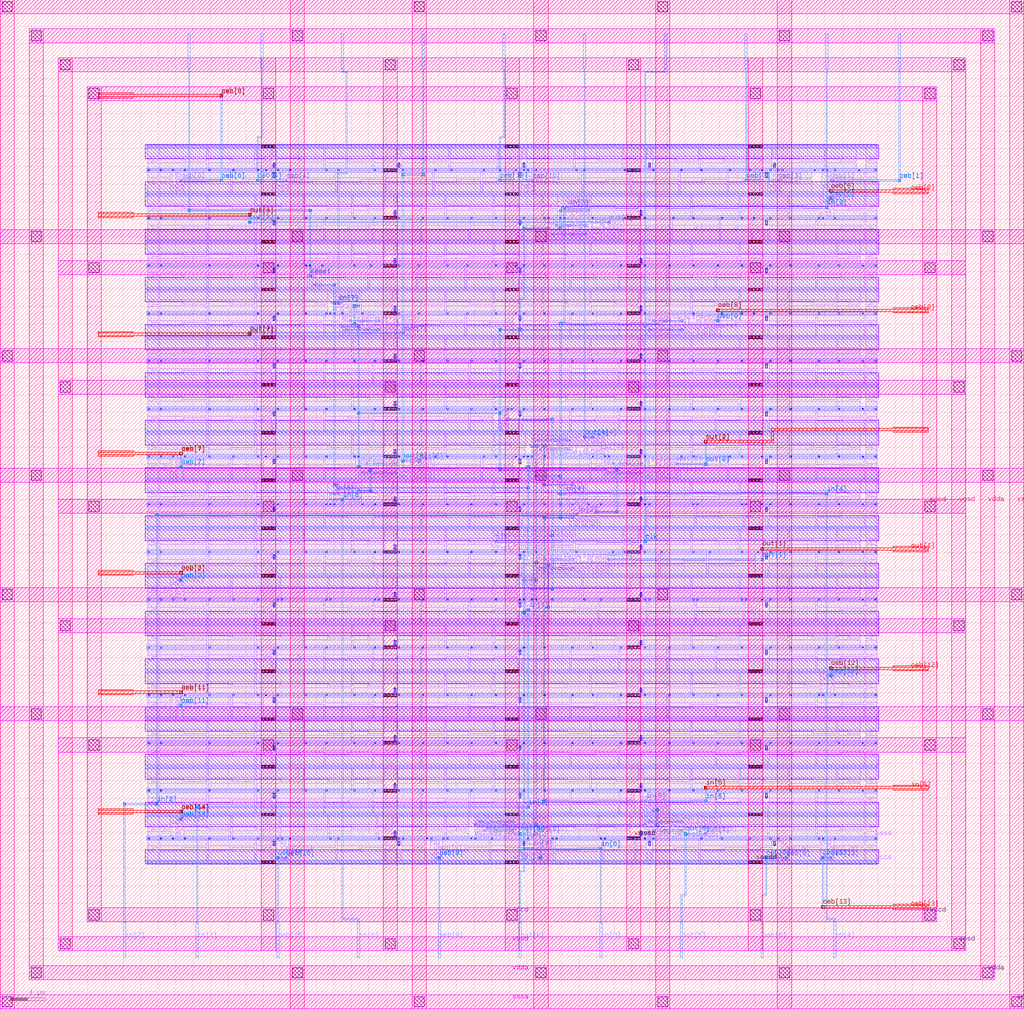
<source format=lef>
VERSION 5.7 ;
  NOWIREEXTENSIONATPIN ON ;
  DIVIDERCHAR "/" ;
  BUSBITCHARS "[]" ;
MACRO testdesign
  CLASS BLOCK ;
  FOREIGN testdesign ;
  ORIGIN 0.000 0.000 ;
  SIZE 116.660 BY 115.000 ;
  PIN clk
    DIRECTION INPUT ;
    USE SIGNAL ;
    PORT
      LAYER li1 ;
        RECT 56.345 52.825 56.660 53.385 ;
      LAYER mcon ;
        RECT 56.405 53.165 56.575 53.335 ;
      LAYER met1 ;
        RECT 56.345 53.320 56.635 53.365 ;
        RECT 73.350 53.320 73.670 53.380 ;
        RECT 56.345 53.180 73.670 53.320 ;
        RECT 56.345 53.135 56.635 53.180 ;
        RECT 73.350 53.120 73.670 53.180 ;
      LAYER via ;
        RECT 73.380 53.120 73.640 53.380 ;
      LAYER met2 ;
        RECT 75.670 107.135 75.950 111.135 ;
        RECT 75.740 106.870 75.880 107.135 ;
        RECT 73.440 106.730 75.880 106.870 ;
        RECT 73.440 53.410 73.580 106.730 ;
        RECT 73.380 53.090 73.640 53.410 ;
    END
  END clk
  PIN in[0]
    DIRECTION INPUT ;
    USE SIGNAL ;
    PORT
      LAYER li1 ;
        RECT 60.545 18.095 60.920 18.425 ;
      LAYER mcon ;
        RECT 60.545 18.145 60.715 18.315 ;
      LAYER met1 ;
        RECT 60.485 18.300 60.775 18.345 ;
        RECT 68.290 18.300 68.610 18.360 ;
        RECT 60.485 18.160 68.610 18.300 ;
        RECT 60.485 18.115 60.775 18.160 ;
        RECT 68.290 18.100 68.610 18.160 ;
      LAYER via ;
        RECT 68.320 18.100 68.580 18.360 ;
      LAYER met2 ;
        RECT 68.320 18.070 68.580 18.390 ;
        RECT 68.380 9.820 68.520 18.070 ;
        RECT 68.310 5.820 68.590 9.820 ;
    END
  END in[0]
  PIN in[1]
    DIRECTION INPUT ;
    USE SIGNAL ;
    PORT
      LAYER li1 ;
        RECT 60.085 45.295 60.460 45.625 ;
      LAYER mcon ;
        RECT 60.085 45.345 60.255 45.515 ;
      LAYER met1 ;
        RECT 60.010 45.500 60.330 45.560 ;
        RECT 59.815 45.360 60.330 45.500 ;
        RECT 60.010 45.300 60.330 45.360 ;
        RECT 22.290 23.060 22.610 23.120 ;
        RECT 60.010 23.060 60.330 23.120 ;
        RECT 22.290 22.920 60.330 23.060 ;
        RECT 22.290 22.860 22.610 22.920 ;
        RECT 60.010 22.860 60.330 22.920 ;
      LAYER via ;
        RECT 60.040 45.300 60.300 45.560 ;
        RECT 22.320 22.860 22.580 23.120 ;
        RECT 60.040 22.860 60.300 23.120 ;
      LAYER met2 ;
        RECT 60.040 45.270 60.300 45.590 ;
        RECT 60.100 23.150 60.240 45.270 ;
        RECT 22.320 22.830 22.580 23.150 ;
        RECT 60.040 22.830 60.300 23.150 ;
        RECT 22.380 9.820 22.520 22.830 ;
        RECT 22.310 5.820 22.590 9.820 ;
    END
  END in[1]
  PIN in[2]
    DIRECTION INPUT ;
    USE SIGNAL ;
    PORT
      LAYER li1 ;
        RECT 65.605 56.175 65.980 56.505 ;
      LAYER mcon ;
        RECT 65.605 56.225 65.775 56.395 ;
      LAYER met1 ;
        RECT 17.690 56.380 18.010 56.440 ;
        RECT 65.545 56.380 65.835 56.425 ;
        RECT 17.690 56.240 65.835 56.380 ;
        RECT 17.690 56.180 18.010 56.240 ;
        RECT 65.545 56.195 65.835 56.240 ;
        RECT 14.010 23.400 14.330 23.460 ;
        RECT 17.690 23.400 18.010 23.460 ;
        RECT 14.010 23.260 18.010 23.400 ;
        RECT 14.010 23.200 14.330 23.260 ;
        RECT 17.690 23.200 18.010 23.260 ;
      LAYER via ;
        RECT 17.720 56.180 17.980 56.440 ;
        RECT 14.040 23.200 14.300 23.460 ;
        RECT 17.720 23.200 17.980 23.460 ;
      LAYER met2 ;
        RECT 17.720 56.150 17.980 56.470 ;
        RECT 17.780 23.490 17.920 56.150 ;
        RECT 14.040 23.170 14.300 23.490 ;
        RECT 17.720 23.170 17.980 23.490 ;
        RECT 14.100 9.820 14.240 23.170 ;
        RECT 14.030 5.820 14.310 9.820 ;
    END
  END in[2]
  PIN in[3]
    DIRECTION INPUT ;
    USE SIGNAL ;
    PORT
      LAYER li1 ;
        RECT 64.685 91.135 65.060 91.465 ;
      LAYER mcon ;
        RECT 64.685 91.245 64.855 91.415 ;
      LAYER met1 ;
        RECT 64.625 91.400 64.915 91.445 ;
        RECT 94.050 91.400 94.370 91.460 ;
        RECT 64.625 91.260 94.370 91.400 ;
        RECT 64.625 91.215 64.915 91.260 ;
        RECT 94.050 91.200 94.370 91.260 ;
      LAYER via ;
        RECT 94.080 91.200 94.340 91.460 ;
      LAYER met2 ;
        RECT 94.070 107.135 94.350 111.135 ;
        RECT 94.140 91.490 94.280 107.135 ;
        RECT 94.080 91.170 94.340 91.490 ;
    END
  END in[3]
  PIN in[4]
    DIRECTION INPUT ;
    USE SIGNAL ;
    PORT
      LAYER li1 ;
        RECT 64.225 58.495 64.600 58.825 ;
      LAYER mcon ;
        RECT 64.225 58.605 64.395 58.775 ;
      LAYER met1 ;
        RECT 64.165 58.760 64.455 58.805 ;
        RECT 94.050 58.760 94.370 58.820 ;
        RECT 64.165 58.620 94.370 58.760 ;
        RECT 64.165 58.575 64.455 58.620 ;
        RECT 94.050 58.560 94.370 58.620 ;
      LAYER via ;
        RECT 94.080 58.560 94.340 58.820 ;
      LAYER met2 ;
        RECT 94.080 58.530 94.340 58.850 ;
        RECT 94.140 10.310 94.280 58.530 ;
        RECT 94.140 10.170 95.200 10.310 ;
        RECT 95.060 9.820 95.200 10.170 ;
        RECT 94.990 5.820 95.270 9.820 ;
    END
  END in[4]
  PIN in[5]
    DIRECTION INPUT ;
    USE SIGNAL ;
    PORT
      LAYER li1 ;
        RECT 73.425 23.535 73.800 23.865 ;
      LAYER mcon ;
        RECT 73.425 23.585 73.595 23.755 ;
      LAYER met1 ;
        RECT 73.365 23.740 73.655 23.785 ;
        RECT 80.250 23.740 80.570 23.800 ;
        RECT 73.365 23.600 80.570 23.740 ;
        RECT 73.365 23.555 73.655 23.600 ;
        RECT 80.250 23.540 80.570 23.600 ;
      LAYER via ;
        RECT 80.280 23.540 80.540 23.800 ;
      LAYER met2 ;
        RECT 80.270 25.015 80.550 25.385 ;
        RECT 80.340 23.830 80.480 25.015 ;
        RECT 80.280 23.510 80.540 23.830 ;
      LAYER via2 ;
        RECT 80.270 25.060 80.550 25.340 ;
      LAYER met3 ;
        RECT 80.245 25.350 80.575 25.365 ;
        RECT 101.775 25.350 105.775 25.500 ;
        RECT 80.245 25.050 105.775 25.350 ;
        RECT 80.245 25.035 80.575 25.050 ;
        RECT 101.775 24.900 105.775 25.050 ;
    END
  END in[5]
  PIN in[6]
    DIRECTION INPUT ;
    USE SIGNAL ;
    PORT
      LAYER li1 ;
        RECT 37.985 58.495 38.295 59.115 ;
      LAYER mcon ;
        RECT 38.005 58.605 38.175 58.775 ;
      LAYER met1 ;
        RECT 37.945 58.760 38.235 58.805 ;
        RECT 37.560 58.620 38.235 58.760 ;
        RECT 37.560 58.080 37.700 58.620 ;
        RECT 37.945 58.575 38.235 58.620 ;
        RECT 38.850 58.080 39.170 58.140 ;
        RECT 37.560 57.940 39.170 58.080 ;
        RECT 38.850 57.880 39.170 57.940 ;
      LAYER via ;
        RECT 38.880 57.880 39.140 58.140 ;
      LAYER met2 ;
        RECT 38.880 57.850 39.140 58.170 ;
        RECT 38.940 10.310 39.080 57.850 ;
        RECT 38.940 10.170 40.920 10.310 ;
        RECT 40.780 9.820 40.920 10.170 ;
        RECT 40.710 5.820 40.990 9.820 ;
    END
  END in[6]
  PIN in[7]
    DIRECTION INPUT ;
    USE SIGNAL ;
    PORT
      LAYER li1 ;
        RECT 38.465 80.255 38.840 80.585 ;
      LAYER mcon ;
        RECT 38.465 80.365 38.635 80.535 ;
      LAYER met1 ;
        RECT 38.390 80.520 38.710 80.580 ;
        RECT 38.390 80.380 38.905 80.520 ;
        RECT 38.390 80.320 38.710 80.380 ;
      LAYER via ;
        RECT 38.420 80.320 38.680 80.580 ;
      LAYER met2 ;
        RECT 38.870 107.135 39.150 111.135 ;
        RECT 38.940 106.870 39.080 107.135 ;
        RECT 38.940 106.730 39.540 106.870 ;
        RECT 39.400 95.310 39.540 106.730 ;
        RECT 38.480 95.170 39.540 95.310 ;
        RECT 38.480 80.610 38.620 95.170 ;
        RECT 38.420 80.290 38.680 80.610 ;
    END
  END in[7]
  PIN oeb[0]
    DIRECTION OUTPUT TRISTATE ;
    USE SIGNAL ;
    PORT
      LAYER li1 ;
        RECT 20.235 93.115 20.755 94.665 ;
      LAYER mcon ;
        RECT 20.525 94.305 20.695 94.475 ;
      LAYER met1 ;
        RECT 20.465 94.460 20.755 94.505 ;
        RECT 25.050 94.460 25.370 94.520 ;
        RECT 20.465 94.320 25.370 94.460 ;
        RECT 20.465 94.275 20.755 94.320 ;
        RECT 25.050 94.260 25.370 94.320 ;
      LAYER via ;
        RECT 25.080 94.260 25.340 94.520 ;
      LAYER met2 ;
        RECT 25.070 103.895 25.350 104.265 ;
        RECT 25.140 94.550 25.280 103.895 ;
        RECT 25.080 94.230 25.340 94.550 ;
      LAYER via2 ;
        RECT 25.070 103.940 25.350 104.220 ;
      LAYER met3 ;
        RECT 11.180 104.230 15.180 104.380 ;
        RECT 25.045 104.230 25.375 104.245 ;
        RECT 11.180 103.930 25.375 104.230 ;
        RECT 11.180 103.780 15.180 103.930 ;
        RECT 25.045 103.915 25.375 103.930 ;
    END
  END oeb[0]
  PIN oeb[10]
    DIRECTION OUTPUT TRISTATE ;
    USE SIGNAL ;
    PORT
      LAYER li1 ;
        RECT 60.255 93.115 60.775 94.665 ;
      LAYER mcon ;
        RECT 60.545 94.305 60.715 94.475 ;
      LAYER met1 ;
        RECT 56.790 94.460 57.110 94.520 ;
        RECT 60.485 94.460 60.775 94.505 ;
        RECT 56.790 94.320 60.775 94.460 ;
        RECT 56.790 94.260 57.110 94.320 ;
        RECT 60.485 94.275 60.775 94.320 ;
      LAYER via ;
        RECT 56.820 94.260 57.080 94.520 ;
      LAYER met2 ;
        RECT 57.270 107.135 57.550 111.135 ;
        RECT 57.340 99.390 57.480 107.135 ;
        RECT 56.880 99.250 57.480 99.390 ;
        RECT 56.880 94.550 57.020 99.250 ;
        RECT 56.820 94.230 57.080 94.550 ;
    END
  END oeb[10]
  PIN oeb[11]
    DIRECTION OUTPUT TRISTATE ;
    USE SIGNAL ;
    PORT
      LAYER li1 ;
        RECT 20.235 33.275 20.755 34.825 ;
      LAYER mcon ;
        RECT 20.525 34.465 20.695 34.635 ;
      LAYER met1 ;
        RECT 20.450 34.620 20.770 34.680 ;
        RECT 20.255 34.480 20.770 34.620 ;
        RECT 20.450 34.420 20.770 34.480 ;
      LAYER via ;
        RECT 20.480 34.420 20.740 34.680 ;
      LAYER met2 ;
        RECT 20.470 35.895 20.750 36.265 ;
        RECT 20.540 34.710 20.680 35.895 ;
        RECT 20.480 34.390 20.740 34.710 ;
      LAYER via2 ;
        RECT 20.470 35.940 20.750 36.220 ;
      LAYER met3 ;
        RECT 11.180 36.230 15.180 36.380 ;
        RECT 20.445 36.230 20.775 36.245 ;
        RECT 11.180 35.930 20.775 36.230 ;
        RECT 11.180 35.780 15.180 35.930 ;
        RECT 20.445 35.915 20.775 35.930 ;
    END
  END oeb[11]
  PIN oeb[12]
    DIRECTION OUTPUT TRISTATE ;
    USE SIGNAL ;
    PORT
      LAYER li1 ;
        RECT 94.295 36.655 94.815 38.205 ;
      LAYER mcon ;
        RECT 94.585 37.865 94.755 38.035 ;
      LAYER met1 ;
        RECT 94.510 38.020 94.830 38.080 ;
        RECT 94.315 37.880 94.830 38.020 ;
        RECT 94.510 37.820 94.830 37.880 ;
      LAYER via ;
        RECT 94.540 37.820 94.800 38.080 ;
      LAYER met2 ;
        RECT 94.530 38.615 94.810 38.985 ;
        RECT 94.600 38.110 94.740 38.615 ;
        RECT 94.540 37.790 94.800 38.110 ;
      LAYER via2 ;
        RECT 94.530 38.660 94.810 38.940 ;
      LAYER met3 ;
        RECT 94.505 38.950 94.835 38.965 ;
        RECT 101.775 38.950 105.775 39.100 ;
        RECT 94.505 38.650 105.775 38.950 ;
        RECT 94.505 38.635 94.835 38.650 ;
        RECT 101.775 38.500 105.775 38.650 ;
    END
  END oeb[12]
  PIN oeb[13]
    DIRECTION OUTPUT TRISTATE ;
    USE SIGNAL ;
    PORT
      LAYER li1 ;
        RECT 94.295 16.955 94.815 18.505 ;
      LAYER mcon ;
        RECT 94.585 17.125 94.755 17.295 ;
      LAYER met1 ;
        RECT 93.590 17.280 93.910 17.340 ;
        RECT 94.525 17.280 94.815 17.325 ;
        RECT 93.590 17.140 94.815 17.280 ;
        RECT 93.590 17.080 93.910 17.140 ;
        RECT 94.525 17.095 94.815 17.140 ;
      LAYER via ;
        RECT 93.620 17.080 93.880 17.340 ;
      LAYER met2 ;
        RECT 93.620 17.050 93.880 17.370 ;
        RECT 93.680 11.785 93.820 17.050 ;
        RECT 93.610 11.415 93.890 11.785 ;
      LAYER via2 ;
        RECT 93.610 11.460 93.890 11.740 ;
      LAYER met3 ;
        RECT 93.585 11.750 93.915 11.765 ;
        RECT 101.775 11.750 105.775 11.900 ;
        RECT 93.585 11.450 105.775 11.750 ;
        RECT 93.585 11.435 93.915 11.450 ;
        RECT 101.775 11.300 105.775 11.450 ;
    END
  END oeb[13]
  PIN oeb[14]
    DIRECTION OUTPUT TRISTATE ;
    USE SIGNAL ;
    PORT
      LAYER li1 ;
        RECT 20.235 20.335 20.755 21.885 ;
      LAYER mcon ;
        RECT 20.525 21.545 20.695 21.715 ;
      LAYER met1 ;
        RECT 20.450 21.700 20.770 21.760 ;
        RECT 20.255 21.560 20.770 21.700 ;
        RECT 20.450 21.500 20.770 21.560 ;
      LAYER via ;
        RECT 20.480 21.500 20.740 21.760 ;
      LAYER met2 ;
        RECT 20.470 22.295 20.750 22.665 ;
        RECT 20.540 21.790 20.680 22.295 ;
        RECT 20.480 21.470 20.740 21.790 ;
      LAYER via2 ;
        RECT 20.470 22.340 20.750 22.620 ;
      LAYER met3 ;
        RECT 11.180 22.630 15.180 22.780 ;
        RECT 20.445 22.630 20.775 22.645 ;
        RECT 11.180 22.330 20.775 22.630 ;
        RECT 11.180 22.180 15.180 22.330 ;
        RECT 20.445 22.315 20.775 22.330 ;
    END
  END oeb[14]
  PIN oeb[15]
    DIRECTION OUTPUT TRISTATE ;
    USE SIGNAL ;
    PORT
      LAYER li1 ;
        RECT 32.195 16.955 32.715 18.505 ;
      LAYER mcon ;
        RECT 32.485 17.125 32.655 17.295 ;
      LAYER met1 ;
        RECT 31.490 17.280 31.810 17.340 ;
        RECT 32.425 17.280 32.715 17.325 ;
        RECT 31.490 17.140 32.715 17.280 ;
        RECT 31.490 17.080 31.810 17.140 ;
        RECT 32.425 17.095 32.715 17.140 ;
      LAYER via ;
        RECT 31.520 17.080 31.780 17.340 ;
      LAYER met2 ;
        RECT 31.520 17.050 31.780 17.370 ;
        RECT 31.580 9.820 31.720 17.050 ;
        RECT 31.510 5.820 31.790 9.820 ;
    END
  END oeb[15]
  PIN oeb[1]
    DIRECTION OUTPUT TRISTATE ;
    USE SIGNAL ;
    PORT
      LAYER li1 ;
        RECT 94.295 93.115 94.815 94.665 ;
      LAYER mcon ;
        RECT 94.585 94.305 94.755 94.475 ;
      LAYER met1 ;
        RECT 94.525 94.460 94.815 94.505 ;
        RECT 102.330 94.460 102.650 94.520 ;
        RECT 94.525 94.320 102.650 94.460 ;
        RECT 94.525 94.275 94.815 94.320 ;
        RECT 102.330 94.260 102.650 94.320 ;
      LAYER via ;
        RECT 102.360 94.260 102.620 94.520 ;
      LAYER met2 ;
        RECT 102.350 107.135 102.630 111.135 ;
        RECT 102.420 94.550 102.560 107.135 ;
        RECT 102.360 94.230 102.620 94.550 ;
    END
  END oeb[1]
  PIN oeb[2]
    DIRECTION OUTPUT TRISTATE ;
    USE SIGNAL ;
    PORT
      LAYER li1 ;
        RECT 20.235 47.535 20.755 49.085 ;
      LAYER mcon ;
        RECT 20.525 48.745 20.695 48.915 ;
      LAYER met1 ;
        RECT 20.450 48.900 20.770 48.960 ;
        RECT 20.255 48.760 20.770 48.900 ;
        RECT 20.450 48.700 20.770 48.760 ;
      LAYER via ;
        RECT 20.480 48.700 20.740 48.960 ;
      LAYER met2 ;
        RECT 20.470 49.495 20.750 49.865 ;
        RECT 20.540 48.990 20.680 49.495 ;
        RECT 20.480 48.670 20.740 48.990 ;
      LAYER via2 ;
        RECT 20.470 49.540 20.750 49.820 ;
      LAYER met3 ;
        RECT 11.180 49.830 15.180 49.980 ;
        RECT 20.445 49.830 20.775 49.845 ;
        RECT 11.180 49.530 20.775 49.830 ;
        RECT 11.180 49.380 15.180 49.530 ;
        RECT 20.445 49.515 20.775 49.530 ;
    END
  END oeb[2]
  PIN oeb[3]
    DIRECTION OUTPUT TRISTATE ;
    USE SIGNAL ;
    PORT
      LAYER li1 ;
        RECT 88.315 93.115 88.835 94.665 ;
      LAYER mcon ;
        RECT 88.605 94.305 88.775 94.475 ;
      LAYER met1 ;
        RECT 84.850 94.460 85.170 94.520 ;
        RECT 88.545 94.460 88.835 94.505 ;
        RECT 84.850 94.320 88.835 94.460 ;
        RECT 84.850 94.260 85.170 94.320 ;
        RECT 88.545 94.275 88.835 94.320 ;
      LAYER via ;
        RECT 84.880 94.260 85.140 94.520 ;
      LAYER met2 ;
        RECT 84.870 107.135 85.150 111.135 ;
        RECT 84.940 94.550 85.080 107.135 ;
        RECT 84.880 94.230 85.140 94.550 ;
    END
  END oeb[3]
  PIN oeb[4]
    DIRECTION OUTPUT TRISTATE ;
    USE SIGNAL ;
    PORT
      LAYER li1 ;
        RECT 32.195 93.115 32.715 94.665 ;
      LAYER mcon ;
        RECT 32.485 94.305 32.655 94.475 ;
      LAYER met1 ;
        RECT 29.190 94.460 29.510 94.520 ;
        RECT 32.425 94.460 32.715 94.505 ;
        RECT 29.190 94.320 32.715 94.460 ;
        RECT 29.190 94.260 29.510 94.320 ;
        RECT 32.425 94.275 32.715 94.320 ;
      LAYER via ;
        RECT 29.220 94.260 29.480 94.520 ;
      LAYER met2 ;
        RECT 29.670 107.135 29.950 111.135 ;
        RECT 29.740 99.390 29.880 107.135 ;
        RECT 29.280 99.250 29.880 99.390 ;
        RECT 29.280 94.550 29.420 99.250 ;
        RECT 29.220 94.230 29.480 94.550 ;
    END
  END oeb[4]
  PIN oeb[5]
    DIRECTION OUTPUT TRISTATE ;
    USE SIGNAL ;
    PORT
      LAYER li1 ;
        RECT 94.295 91.055 94.815 92.605 ;
      LAYER mcon ;
        RECT 94.585 92.265 94.755 92.435 ;
      LAYER met1 ;
        RECT 94.510 92.420 94.830 92.480 ;
        RECT 94.315 92.280 94.830 92.420 ;
        RECT 94.510 92.220 94.830 92.280 ;
      LAYER via ;
        RECT 94.540 92.220 94.800 92.480 ;
      LAYER met2 ;
        RECT 94.530 93.015 94.810 93.385 ;
        RECT 94.600 92.510 94.740 93.015 ;
        RECT 94.540 92.190 94.800 92.510 ;
      LAYER via2 ;
        RECT 94.530 93.060 94.810 93.340 ;
      LAYER met3 ;
        RECT 94.505 93.350 94.835 93.365 ;
        RECT 101.775 93.350 105.775 93.500 ;
        RECT 94.505 93.050 105.775 93.350 ;
        RECT 94.505 93.035 94.835 93.050 ;
        RECT 101.775 92.900 105.775 93.050 ;
    END
  END oeb[5]
  PIN oeb[6]
    DIRECTION OUTPUT TRISTATE ;
    USE SIGNAL ;
    PORT
      LAYER li1 ;
        RECT 89.235 16.955 89.755 18.505 ;
      LAYER mcon ;
        RECT 89.525 17.125 89.695 17.295 ;
      LAYER met1 ;
        RECT 87.150 17.280 87.470 17.340 ;
        RECT 89.465 17.280 89.755 17.325 ;
        RECT 87.150 17.140 89.755 17.280 ;
        RECT 87.150 17.080 87.470 17.140 ;
        RECT 89.465 17.095 89.755 17.140 ;
      LAYER via ;
        RECT 87.180 17.080 87.440 17.340 ;
      LAYER met2 ;
        RECT 87.180 17.050 87.440 17.370 ;
        RECT 87.240 13.030 87.380 17.050 ;
        RECT 86.780 12.890 87.380 13.030 ;
        RECT 86.780 9.820 86.920 12.890 ;
        RECT 86.710 5.820 86.990 9.820 ;
    END
  END oeb[6]
  PIN oeb[7]
    DIRECTION OUTPUT TRISTATE ;
    USE SIGNAL ;
    PORT
      LAYER li1 ;
        RECT 20.235 60.475 20.755 62.025 ;
      LAYER mcon ;
        RECT 20.525 61.665 20.695 61.835 ;
      LAYER met1 ;
        RECT 20.450 61.820 20.770 61.880 ;
        RECT 20.255 61.680 20.770 61.820 ;
        RECT 20.450 61.620 20.770 61.680 ;
      LAYER via ;
        RECT 20.480 61.620 20.740 61.880 ;
      LAYER met2 ;
        RECT 20.470 63.095 20.750 63.465 ;
        RECT 20.540 61.910 20.680 63.095 ;
        RECT 20.480 61.590 20.740 61.910 ;
      LAYER via2 ;
        RECT 20.470 63.140 20.750 63.420 ;
      LAYER met3 ;
        RECT 11.180 63.430 15.180 63.580 ;
        RECT 20.445 63.430 20.775 63.445 ;
        RECT 11.180 63.130 20.775 63.430 ;
        RECT 11.180 62.980 15.180 63.130 ;
        RECT 20.445 63.115 20.775 63.130 ;
    END
  END oeb[7]
  PIN oeb[8]
    DIRECTION OUTPUT TRISTATE ;
    USE SIGNAL ;
    PORT
      LAYER li1 ;
        RECT 80.265 78.530 80.600 78.955 ;
        RECT 81.120 78.530 81.455 78.955 ;
        RECT 80.265 78.360 81.935 78.530 ;
        RECT 81.690 77.795 81.935 78.360 ;
        RECT 80.265 77.625 81.935 77.795 ;
        RECT 80.265 76.865 80.600 77.625 ;
        RECT 81.120 76.865 81.450 77.625 ;
      LAYER mcon ;
        RECT 81.705 78.325 81.875 78.495 ;
      LAYER met1 ;
        RECT 81.630 78.480 81.950 78.540 ;
        RECT 81.435 78.340 81.950 78.480 ;
        RECT 81.630 78.280 81.950 78.340 ;
      LAYER via ;
        RECT 81.660 78.280 81.920 78.540 ;
      LAYER met2 ;
        RECT 81.650 79.415 81.930 79.785 ;
        RECT 81.720 78.570 81.860 79.415 ;
        RECT 81.660 78.250 81.920 78.570 ;
      LAYER via2 ;
        RECT 81.650 79.460 81.930 79.740 ;
      LAYER met3 ;
        RECT 81.625 79.750 81.955 79.765 ;
        RECT 101.775 79.750 105.775 79.900 ;
        RECT 81.625 79.450 105.775 79.750 ;
        RECT 81.625 79.435 81.955 79.450 ;
        RECT 101.775 79.300 105.775 79.450 ;
    END
  END oeb[8]
  PIN oeb[9]
    DIRECTION OUTPUT TRISTATE ;
    USE SIGNAL ;
    PORT
      LAYER li1 ;
        RECT 49.675 16.955 50.195 18.505 ;
      LAYER mcon ;
        RECT 49.965 17.125 50.135 17.295 ;
      LAYER met1 ;
        RECT 49.890 17.280 50.210 17.340 ;
        RECT 49.695 17.140 50.210 17.280 ;
        RECT 49.890 17.080 50.210 17.140 ;
      LAYER via ;
        RECT 49.920 17.080 50.180 17.340 ;
      LAYER met2 ;
        RECT 49.920 17.050 50.180 17.370 ;
        RECT 49.980 9.820 50.120 17.050 ;
        RECT 49.910 5.820 50.190 9.820 ;
    END
  END oeb[9]
  PIN out[0]
    DIRECTION OUTPUT TRISTATE ;
    USE SIGNAL ;
    PORT
      LAYER li1 ;
        RECT 60.945 21.055 61.280 21.815 ;
        RECT 61.800 21.055 62.130 21.815 ;
        RECT 60.945 20.885 62.615 21.055 ;
        RECT 62.370 20.320 62.615 20.885 ;
        RECT 60.945 20.150 62.615 20.320 ;
        RECT 60.945 19.725 61.280 20.150 ;
        RECT 61.800 19.725 62.135 20.150 ;
      LAYER mcon ;
        RECT 61.005 19.845 61.175 20.015 ;
      LAYER met1 ;
        RECT 59.090 20.000 59.410 20.060 ;
        RECT 60.945 20.000 61.235 20.045 ;
        RECT 59.090 19.860 61.235 20.000 ;
        RECT 59.090 19.800 59.410 19.860 ;
        RECT 60.945 19.815 61.235 19.860 ;
      LAYER via ;
        RECT 59.120 19.800 59.380 20.060 ;
      LAYER met2 ;
        RECT 59.120 19.770 59.380 20.090 ;
        RECT 59.180 17.790 59.320 19.770 ;
        RECT 59.180 17.650 59.780 17.790 ;
        RECT 59.640 15.750 59.780 17.650 ;
        RECT 59.180 15.610 59.780 15.750 ;
        RECT 59.180 9.820 59.320 15.610 ;
        RECT 59.110 5.820 59.390 9.820 ;
    END
  END out[0]
  PIN out[1]
    DIRECTION OUTPUT TRISTATE ;
    USE SIGNAL ;
    PORT
      LAYER li1 ;
        RECT 67.845 51.330 68.180 51.755 ;
        RECT 68.700 51.330 69.035 51.755 ;
        RECT 67.845 51.160 69.515 51.330 ;
        RECT 69.270 50.595 69.515 51.160 ;
        RECT 67.845 50.425 69.515 50.595 ;
        RECT 67.845 49.665 68.180 50.425 ;
        RECT 68.700 49.665 69.030 50.425 ;
      LAYER mcon ;
        RECT 69.285 51.125 69.455 51.295 ;
      LAYER met1 ;
        RECT 69.225 51.280 69.515 51.325 ;
        RECT 86.690 51.280 87.010 51.340 ;
        RECT 69.225 51.140 87.010 51.280 ;
        RECT 69.225 51.095 69.515 51.140 ;
        RECT 86.690 51.080 87.010 51.140 ;
      LAYER via ;
        RECT 86.720 51.080 86.980 51.340 ;
      LAYER met2 ;
        RECT 86.710 52.215 86.990 52.585 ;
        RECT 86.780 51.370 86.920 52.215 ;
        RECT 86.720 51.050 86.980 51.370 ;
      LAYER via2 ;
        RECT 86.710 52.260 86.990 52.540 ;
      LAYER met3 ;
        RECT 86.685 52.550 87.015 52.565 ;
        RECT 101.775 52.550 105.775 52.700 ;
        RECT 86.685 52.250 105.775 52.550 ;
        RECT 86.685 52.235 87.015 52.250 ;
        RECT 101.775 52.100 105.775 52.250 ;
    END
  END out[1]
  PIN out[2]
    DIRECTION OUTPUT TRISTATE ;
    USE SIGNAL ;
    PORT
      LAYER li1 ;
        RECT 75.665 62.210 76.000 62.635 ;
        RECT 76.520 62.210 76.855 62.635 ;
        RECT 75.665 62.040 77.335 62.210 ;
        RECT 77.090 61.475 77.335 62.040 ;
        RECT 75.665 61.305 77.335 61.475 ;
        RECT 75.665 60.545 76.000 61.305 ;
        RECT 76.520 60.545 76.850 61.305 ;
      LAYER mcon ;
        RECT 77.105 62.005 77.275 62.175 ;
      LAYER met1 ;
        RECT 77.045 62.160 77.335 62.205 ;
        RECT 80.250 62.160 80.570 62.220 ;
        RECT 77.045 62.020 80.570 62.160 ;
        RECT 77.045 61.975 77.335 62.020 ;
        RECT 80.250 61.960 80.570 62.020 ;
      LAYER via ;
        RECT 80.280 61.960 80.540 62.220 ;
      LAYER met2 ;
        RECT 80.270 64.455 80.550 64.825 ;
        RECT 80.340 62.250 80.480 64.455 ;
        RECT 80.280 61.930 80.540 62.250 ;
      LAYER via2 ;
        RECT 80.270 64.500 80.550 64.780 ;
      LAYER met3 ;
        RECT 101.775 66.150 105.775 66.300 ;
        RECT 87.850 65.850 105.775 66.150 ;
        RECT 80.245 64.790 80.575 64.805 ;
        RECT 87.850 64.790 88.150 65.850 ;
        RECT 101.775 65.700 105.775 65.850 ;
        RECT 80.245 64.490 88.150 64.790 ;
        RECT 80.245 64.475 80.575 64.490 ;
    END
  END out[2]
  PIN out[3]
    DIRECTION OUTPUT TRISTATE ;
    USE SIGNAL ;
    PORT
      LAYER li1 ;
        RECT 69.225 89.410 69.560 89.835 ;
        RECT 70.080 89.410 70.415 89.835 ;
        RECT 69.225 89.240 70.895 89.410 ;
        RECT 70.650 88.675 70.895 89.240 ;
        RECT 69.225 88.505 70.895 88.675 ;
        RECT 69.225 87.745 69.560 88.505 ;
        RECT 70.080 87.745 70.410 88.505 ;
      LAYER mcon ;
        RECT 69.285 89.545 69.455 89.715 ;
      LAYER met1 ;
        RECT 28.270 89.700 28.590 89.760 ;
        RECT 69.225 89.700 69.515 89.745 ;
        RECT 28.270 89.560 69.515 89.700 ;
        RECT 28.270 89.500 28.590 89.560 ;
        RECT 69.225 89.515 69.515 89.560 ;
      LAYER via ;
        RECT 28.300 89.500 28.560 89.760 ;
      LAYER met2 ;
        RECT 28.290 90.295 28.570 90.665 ;
        RECT 28.360 89.790 28.500 90.295 ;
        RECT 28.300 89.470 28.560 89.790 ;
      LAYER via2 ;
        RECT 28.290 90.340 28.570 90.620 ;
      LAYER met3 ;
        RECT 11.180 90.630 15.180 90.780 ;
        RECT 28.265 90.630 28.595 90.645 ;
        RECT 11.180 90.330 28.595 90.630 ;
        RECT 11.180 90.180 15.180 90.330 ;
        RECT 28.265 90.315 28.595 90.330 ;
    END
  END out[3]
  PIN out[4]
    DIRECTION OUTPUT TRISTATE ;
    USE SIGNAL ;
    PORT
      LAYER li1 ;
        RECT 67.385 64.575 67.720 65.335 ;
        RECT 68.240 64.575 68.570 65.335 ;
        RECT 67.385 64.405 69.055 64.575 ;
        RECT 68.810 63.840 69.055 64.405 ;
        RECT 67.385 63.670 69.055 63.840 ;
        RECT 67.385 63.245 67.720 63.670 ;
        RECT 68.240 63.245 68.575 63.670 ;
      LAYER mcon ;
        RECT 67.445 65.065 67.615 65.235 ;
      LAYER met1 ;
        RECT 66.450 65.220 66.770 65.280 ;
        RECT 67.385 65.220 67.675 65.265 ;
        RECT 66.450 65.080 67.675 65.220 ;
        RECT 66.450 65.020 66.770 65.080 ;
        RECT 67.385 65.035 67.675 65.080 ;
      LAYER via ;
        RECT 66.480 65.020 66.740 65.280 ;
      LAYER met2 ;
        RECT 66.470 107.135 66.750 111.135 ;
        RECT 66.540 65.310 66.680 107.135 ;
        RECT 66.480 64.990 66.740 65.310 ;
    END
  END out[4]
  PIN out[5]
    DIRECTION OUTPUT TRISTATE ;
    USE SIGNAL ;
    PORT
      LAYER li1 ;
        RECT 80.265 21.055 80.600 21.815 ;
        RECT 81.120 21.055 81.450 21.815 ;
        RECT 80.265 20.885 81.935 21.055 ;
        RECT 81.690 20.320 81.935 20.885 ;
        RECT 80.265 20.150 81.935 20.320 ;
        RECT 80.265 19.725 80.600 20.150 ;
        RECT 81.120 19.725 81.455 20.150 ;
      LAYER mcon ;
        RECT 80.325 19.845 80.495 20.015 ;
      LAYER met1 ;
        RECT 77.950 20.000 78.270 20.060 ;
        RECT 80.265 20.000 80.555 20.045 ;
        RECT 77.950 19.860 80.555 20.000 ;
        RECT 77.950 19.800 78.270 19.860 ;
        RECT 80.265 19.815 80.555 19.860 ;
      LAYER via ;
        RECT 77.980 19.800 78.240 20.060 ;
      LAYER met2 ;
        RECT 77.980 19.770 78.240 20.090 ;
        RECT 78.040 13.030 78.180 19.770 ;
        RECT 77.580 12.890 78.180 13.030 ;
        RECT 77.580 9.820 77.720 12.890 ;
        RECT 77.510 5.820 77.790 9.820 ;
    END
  END out[5]
  PIN out[6]
    DIRECTION OUTPUT TRISTATE ;
    USE SIGNAL ;
    PORT
      LAYER li1 ;
        RECT 47.605 62.210 47.940 62.635 ;
        RECT 48.460 62.210 48.795 62.635 ;
        RECT 47.605 62.040 49.275 62.210 ;
        RECT 49.030 61.475 49.275 62.040 ;
        RECT 47.605 61.305 49.275 61.475 ;
        RECT 47.605 60.545 47.940 61.305 ;
        RECT 48.460 60.545 48.790 61.305 ;
      LAYER mcon ;
        RECT 47.665 62.345 47.835 62.515 ;
      LAYER met1 ;
        RECT 45.750 95.140 46.070 95.200 ;
        RECT 48.050 95.140 48.370 95.200 ;
        RECT 45.750 95.000 48.370 95.140 ;
        RECT 45.750 94.940 46.070 95.000 ;
        RECT 48.050 94.940 48.370 95.000 ;
        RECT 45.750 62.500 46.070 62.560 ;
        RECT 47.605 62.500 47.895 62.545 ;
        RECT 45.750 62.360 47.895 62.500 ;
        RECT 45.750 62.300 46.070 62.360 ;
        RECT 47.605 62.315 47.895 62.360 ;
      LAYER via ;
        RECT 45.780 94.940 46.040 95.200 ;
        RECT 48.080 94.940 48.340 95.200 ;
        RECT 45.780 62.300 46.040 62.560 ;
      LAYER met2 ;
        RECT 48.070 107.135 48.350 111.135 ;
        RECT 48.140 95.230 48.280 107.135 ;
        RECT 45.780 94.910 46.040 95.230 ;
        RECT 48.080 94.910 48.340 95.230 ;
        RECT 45.840 62.590 45.980 94.910 ;
        RECT 45.780 62.270 46.040 62.590 ;
    END
  END out[6]
  PIN out[7]
    DIRECTION OUTPUT TRISTATE ;
    USE SIGNAL ;
    PORT
      LAYER li1 ;
        RECT 45.765 78.530 46.100 78.955 ;
        RECT 46.620 78.530 46.955 78.955 ;
        RECT 45.765 78.360 47.435 78.530 ;
        RECT 47.190 77.795 47.435 78.360 ;
        RECT 45.765 77.625 47.435 77.795 ;
        RECT 45.765 76.865 46.100 77.625 ;
        RECT 46.620 76.865 46.950 77.625 ;
      LAYER mcon ;
        RECT 45.825 76.965 45.995 77.135 ;
      LAYER met1 ;
        RECT 28.270 77.120 28.590 77.180 ;
        RECT 45.765 77.120 46.055 77.165 ;
        RECT 28.270 76.980 46.055 77.120 ;
        RECT 28.270 76.920 28.590 76.980 ;
        RECT 45.765 76.935 46.055 76.980 ;
      LAYER via ;
        RECT 28.300 76.920 28.560 77.180 ;
      LAYER met2 ;
        RECT 28.300 77.065 28.560 77.210 ;
        RECT 28.290 76.695 28.570 77.065 ;
      LAYER via2 ;
        RECT 28.290 76.740 28.570 77.020 ;
      LAYER met3 ;
        RECT 11.180 77.030 15.180 77.180 ;
        RECT 28.265 77.030 28.595 77.045 ;
        RECT 11.180 76.730 28.595 77.030 ;
        RECT 11.180 76.580 15.180 76.730 ;
        RECT 28.265 76.715 28.595 76.730 ;
    END
  END out[7]
  PIN reset
    DIRECTION INPUT ;
    USE SIGNAL ;
    PORT
      LAYER li1 ;
        RECT 35.205 83.375 35.535 83.625 ;
      LAYER mcon ;
        RECT 35.245 83.425 35.415 83.595 ;
      LAYER met1 ;
        RECT 21.370 91.060 21.690 91.120 ;
        RECT 35.170 91.060 35.490 91.120 ;
        RECT 21.370 90.920 35.490 91.060 ;
        RECT 21.370 90.860 21.690 90.920 ;
        RECT 35.170 90.860 35.490 90.920 ;
        RECT 35.170 83.580 35.490 83.640 ;
        RECT 34.975 83.440 35.490 83.580 ;
        RECT 35.170 83.380 35.490 83.440 ;
      LAYER via ;
        RECT 21.400 90.860 21.660 91.120 ;
        RECT 35.200 90.860 35.460 91.120 ;
        RECT 35.200 83.380 35.460 83.640 ;
      LAYER met2 ;
        RECT 21.390 107.135 21.670 111.135 ;
        RECT 21.460 91.150 21.600 107.135 ;
        RECT 21.400 90.830 21.660 91.150 ;
        RECT 35.200 90.830 35.460 91.150 ;
        RECT 35.260 83.670 35.400 90.830 ;
        RECT 35.200 83.350 35.460 83.670 ;
    END
  END reset
  PIN vccd
    DIRECTION INOUT ;
    USE POWER ;
    PORT
      LAYER li1 ;
        RECT 16.845 98.215 17.015 98.385 ;
        RECT 17.305 98.215 17.475 98.385 ;
        RECT 17.765 98.215 17.935 98.385 ;
        RECT 18.225 98.215 18.395 98.385 ;
        RECT 18.685 98.215 18.855 98.385 ;
        RECT 19.145 98.215 19.315 98.385 ;
        RECT 19.605 98.215 19.775 98.385 ;
        RECT 20.065 98.215 20.235 98.385 ;
        RECT 20.525 98.215 20.695 98.385 ;
        RECT 20.985 98.215 21.155 98.385 ;
        RECT 21.445 98.215 21.615 98.385 ;
        RECT 21.905 98.215 22.075 98.385 ;
        RECT 22.365 98.215 22.535 98.385 ;
        RECT 22.825 98.215 22.995 98.385 ;
        RECT 23.285 98.215 23.455 98.385 ;
        RECT 23.745 98.215 23.915 98.385 ;
        RECT 24.205 98.215 24.375 98.385 ;
        RECT 24.665 98.215 24.835 98.385 ;
        RECT 25.125 98.215 25.295 98.385 ;
        RECT 25.585 98.215 25.755 98.385 ;
        RECT 26.045 98.215 26.215 98.385 ;
        RECT 26.505 98.215 26.675 98.385 ;
        RECT 26.965 98.215 27.135 98.385 ;
        RECT 27.425 98.215 27.595 98.385 ;
        RECT 27.885 98.215 28.055 98.385 ;
        RECT 28.345 98.215 28.515 98.385 ;
        RECT 28.805 98.215 28.975 98.385 ;
        RECT 29.265 98.215 29.435 98.385 ;
        RECT 29.725 98.215 29.895 98.385 ;
        RECT 30.185 98.215 30.355 98.385 ;
        RECT 30.645 98.215 30.815 98.385 ;
        RECT 31.105 98.215 31.275 98.385 ;
        RECT 31.565 98.215 31.735 98.385 ;
        RECT 32.025 98.215 32.195 98.385 ;
        RECT 32.485 98.215 32.655 98.385 ;
        RECT 32.945 98.215 33.115 98.385 ;
        RECT 33.405 98.215 33.575 98.385 ;
        RECT 33.865 98.215 34.035 98.385 ;
        RECT 34.325 98.215 34.495 98.385 ;
        RECT 34.785 98.215 34.955 98.385 ;
        RECT 35.245 98.215 35.415 98.385 ;
        RECT 35.705 98.215 35.875 98.385 ;
        RECT 36.165 98.215 36.335 98.385 ;
        RECT 36.625 98.215 36.795 98.385 ;
        RECT 37.085 98.215 37.255 98.385 ;
        RECT 37.545 98.215 37.715 98.385 ;
        RECT 38.005 98.215 38.175 98.385 ;
        RECT 38.465 98.215 38.635 98.385 ;
        RECT 38.925 98.215 39.095 98.385 ;
        RECT 39.385 98.215 39.555 98.385 ;
        RECT 39.845 98.215 40.015 98.385 ;
        RECT 40.305 98.215 40.475 98.385 ;
        RECT 40.765 98.215 40.935 98.385 ;
        RECT 41.225 98.215 41.395 98.385 ;
        RECT 41.685 98.215 41.855 98.385 ;
        RECT 42.145 98.215 42.315 98.385 ;
        RECT 42.605 98.215 42.775 98.385 ;
        RECT 43.065 98.215 43.235 98.385 ;
        RECT 43.525 98.215 43.695 98.385 ;
        RECT 43.985 98.215 44.155 98.385 ;
        RECT 44.445 98.215 44.615 98.385 ;
        RECT 44.905 98.215 45.075 98.385 ;
        RECT 45.365 98.215 45.535 98.385 ;
        RECT 45.825 98.215 45.995 98.385 ;
        RECT 46.285 98.215 46.455 98.385 ;
        RECT 46.745 98.215 46.915 98.385 ;
        RECT 47.205 98.215 47.375 98.385 ;
        RECT 47.665 98.215 47.835 98.385 ;
        RECT 48.125 98.215 48.295 98.385 ;
        RECT 48.585 98.215 48.755 98.385 ;
        RECT 49.045 98.215 49.215 98.385 ;
        RECT 49.505 98.215 49.675 98.385 ;
        RECT 49.965 98.215 50.135 98.385 ;
        RECT 50.425 98.215 50.595 98.385 ;
        RECT 50.885 98.215 51.055 98.385 ;
        RECT 51.345 98.215 51.515 98.385 ;
        RECT 51.805 98.215 51.975 98.385 ;
        RECT 52.265 98.215 52.435 98.385 ;
        RECT 52.725 98.215 52.895 98.385 ;
        RECT 53.185 98.215 53.355 98.385 ;
        RECT 53.645 98.215 53.815 98.385 ;
        RECT 54.105 98.215 54.275 98.385 ;
        RECT 54.565 98.215 54.735 98.385 ;
        RECT 55.025 98.215 55.195 98.385 ;
        RECT 55.485 98.215 55.655 98.385 ;
        RECT 55.945 98.215 56.115 98.385 ;
        RECT 56.405 98.215 56.575 98.385 ;
        RECT 56.865 98.215 57.035 98.385 ;
        RECT 57.325 98.215 57.495 98.385 ;
        RECT 57.785 98.215 57.955 98.385 ;
        RECT 58.245 98.215 58.415 98.385 ;
        RECT 58.705 98.215 58.875 98.385 ;
        RECT 59.165 98.215 59.335 98.385 ;
        RECT 59.625 98.215 59.795 98.385 ;
        RECT 60.085 98.215 60.255 98.385 ;
        RECT 60.545 98.215 60.715 98.385 ;
        RECT 61.005 98.215 61.175 98.385 ;
        RECT 61.465 98.215 61.635 98.385 ;
        RECT 61.925 98.215 62.095 98.385 ;
        RECT 62.385 98.215 62.555 98.385 ;
        RECT 62.845 98.215 63.015 98.385 ;
        RECT 63.305 98.215 63.475 98.385 ;
        RECT 63.765 98.215 63.935 98.385 ;
        RECT 64.225 98.215 64.395 98.385 ;
        RECT 64.685 98.215 64.855 98.385 ;
        RECT 65.145 98.215 65.315 98.385 ;
        RECT 65.605 98.215 65.775 98.385 ;
        RECT 66.065 98.215 66.235 98.385 ;
        RECT 66.525 98.215 66.695 98.385 ;
        RECT 66.985 98.215 67.155 98.385 ;
        RECT 67.445 98.215 67.615 98.385 ;
        RECT 67.905 98.215 68.075 98.385 ;
        RECT 68.365 98.215 68.535 98.385 ;
        RECT 68.825 98.215 68.995 98.385 ;
        RECT 69.285 98.215 69.455 98.385 ;
        RECT 69.745 98.215 69.915 98.385 ;
        RECT 70.205 98.215 70.375 98.385 ;
        RECT 70.665 98.215 70.835 98.385 ;
        RECT 71.125 98.215 71.295 98.385 ;
        RECT 71.585 98.215 71.755 98.385 ;
        RECT 72.045 98.215 72.215 98.385 ;
        RECT 72.505 98.215 72.675 98.385 ;
        RECT 72.965 98.215 73.135 98.385 ;
        RECT 73.425 98.215 73.595 98.385 ;
        RECT 73.885 98.215 74.055 98.385 ;
        RECT 74.345 98.215 74.515 98.385 ;
        RECT 74.805 98.215 74.975 98.385 ;
        RECT 75.265 98.215 75.435 98.385 ;
        RECT 75.725 98.215 75.895 98.385 ;
        RECT 76.185 98.215 76.355 98.385 ;
        RECT 76.645 98.215 76.815 98.385 ;
        RECT 77.105 98.215 77.275 98.385 ;
        RECT 77.565 98.215 77.735 98.385 ;
        RECT 78.025 98.215 78.195 98.385 ;
        RECT 78.485 98.215 78.655 98.385 ;
        RECT 78.945 98.215 79.115 98.385 ;
        RECT 79.405 98.215 79.575 98.385 ;
        RECT 79.865 98.215 80.035 98.385 ;
        RECT 80.325 98.215 80.495 98.385 ;
        RECT 80.785 98.215 80.955 98.385 ;
        RECT 81.245 98.215 81.415 98.385 ;
        RECT 81.705 98.215 81.875 98.385 ;
        RECT 82.165 98.215 82.335 98.385 ;
        RECT 82.625 98.215 82.795 98.385 ;
        RECT 83.085 98.215 83.255 98.385 ;
        RECT 83.545 98.215 83.715 98.385 ;
        RECT 84.005 98.215 84.175 98.385 ;
        RECT 84.465 98.215 84.635 98.385 ;
        RECT 84.925 98.215 85.095 98.385 ;
        RECT 85.385 98.215 85.555 98.385 ;
        RECT 85.845 98.215 86.015 98.385 ;
        RECT 86.305 98.215 86.475 98.385 ;
        RECT 86.765 98.215 86.935 98.385 ;
        RECT 87.225 98.215 87.395 98.385 ;
        RECT 87.685 98.215 87.855 98.385 ;
        RECT 88.145 98.215 88.315 98.385 ;
        RECT 88.605 98.215 88.775 98.385 ;
        RECT 89.065 98.215 89.235 98.385 ;
        RECT 89.525 98.215 89.695 98.385 ;
        RECT 89.985 98.215 90.155 98.385 ;
        RECT 90.445 98.215 90.615 98.385 ;
        RECT 90.905 98.215 91.075 98.385 ;
        RECT 91.365 98.215 91.535 98.385 ;
        RECT 91.825 98.215 91.995 98.385 ;
        RECT 92.285 98.215 92.455 98.385 ;
        RECT 92.745 98.215 92.915 98.385 ;
        RECT 93.205 98.215 93.375 98.385 ;
        RECT 93.665 98.215 93.835 98.385 ;
        RECT 94.125 98.215 94.295 98.385 ;
        RECT 94.585 98.215 94.755 98.385 ;
        RECT 95.045 98.215 95.215 98.385 ;
        RECT 95.505 98.215 95.675 98.385 ;
        RECT 95.965 98.215 96.135 98.385 ;
        RECT 96.425 98.215 96.595 98.385 ;
        RECT 96.885 98.215 97.055 98.385 ;
        RECT 97.345 98.215 97.515 98.385 ;
        RECT 97.805 98.215 97.975 98.385 ;
        RECT 98.265 98.215 98.435 98.385 ;
        RECT 98.725 98.215 98.895 98.385 ;
        RECT 99.185 98.215 99.355 98.385 ;
        RECT 99.645 98.215 99.815 98.385 ;
        RECT 16.845 92.775 17.015 92.945 ;
        RECT 17.305 92.775 17.475 92.945 ;
        RECT 17.765 92.775 17.935 92.945 ;
        RECT 18.225 92.775 18.395 92.945 ;
        RECT 18.685 92.775 18.855 92.945 ;
        RECT 19.145 92.775 19.315 92.945 ;
        RECT 19.605 92.775 19.775 92.945 ;
        RECT 20.065 92.775 20.235 92.945 ;
        RECT 20.525 92.775 20.695 92.945 ;
        RECT 20.985 92.775 21.155 92.945 ;
        RECT 21.445 92.775 21.615 92.945 ;
        RECT 21.905 92.775 22.075 92.945 ;
        RECT 22.365 92.775 22.535 92.945 ;
        RECT 22.825 92.775 22.995 92.945 ;
        RECT 23.285 92.775 23.455 92.945 ;
        RECT 23.745 92.775 23.915 92.945 ;
        RECT 24.205 92.775 24.375 92.945 ;
        RECT 24.665 92.775 24.835 92.945 ;
        RECT 25.125 92.775 25.295 92.945 ;
        RECT 25.585 92.775 25.755 92.945 ;
        RECT 26.045 92.775 26.215 92.945 ;
        RECT 26.505 92.775 26.675 92.945 ;
        RECT 26.965 92.775 27.135 92.945 ;
        RECT 27.425 92.775 27.595 92.945 ;
        RECT 27.885 92.775 28.055 92.945 ;
        RECT 28.345 92.775 28.515 92.945 ;
        RECT 28.805 92.775 28.975 92.945 ;
        RECT 29.265 92.775 29.435 92.945 ;
        RECT 29.725 92.775 29.895 92.945 ;
        RECT 30.185 92.775 30.355 92.945 ;
        RECT 30.645 92.775 30.815 92.945 ;
        RECT 31.105 92.775 31.275 92.945 ;
        RECT 31.565 92.775 31.735 92.945 ;
        RECT 32.025 92.775 32.195 92.945 ;
        RECT 32.485 92.775 32.655 92.945 ;
        RECT 32.945 92.775 33.115 92.945 ;
        RECT 33.405 92.775 33.575 92.945 ;
        RECT 33.865 92.775 34.035 92.945 ;
        RECT 34.325 92.775 34.495 92.945 ;
        RECT 34.785 92.775 34.955 92.945 ;
        RECT 35.245 92.775 35.415 92.945 ;
        RECT 35.705 92.775 35.875 92.945 ;
        RECT 36.165 92.775 36.335 92.945 ;
        RECT 36.625 92.775 36.795 92.945 ;
        RECT 37.085 92.775 37.255 92.945 ;
        RECT 37.545 92.775 37.715 92.945 ;
        RECT 38.005 92.775 38.175 92.945 ;
        RECT 38.465 92.775 38.635 92.945 ;
        RECT 38.925 92.775 39.095 92.945 ;
        RECT 39.385 92.775 39.555 92.945 ;
        RECT 39.845 92.775 40.015 92.945 ;
        RECT 40.305 92.775 40.475 92.945 ;
        RECT 40.765 92.775 40.935 92.945 ;
        RECT 41.225 92.775 41.395 92.945 ;
        RECT 41.685 92.775 41.855 92.945 ;
        RECT 42.145 92.775 42.315 92.945 ;
        RECT 42.605 92.775 42.775 92.945 ;
        RECT 43.065 92.775 43.235 92.945 ;
        RECT 43.525 92.775 43.695 92.945 ;
        RECT 43.985 92.775 44.155 92.945 ;
        RECT 44.445 92.775 44.615 92.945 ;
        RECT 44.905 92.775 45.075 92.945 ;
        RECT 45.365 92.775 45.535 92.945 ;
        RECT 45.825 92.775 45.995 92.945 ;
        RECT 46.285 92.775 46.455 92.945 ;
        RECT 46.745 92.775 46.915 92.945 ;
        RECT 47.205 92.775 47.375 92.945 ;
        RECT 47.665 92.775 47.835 92.945 ;
        RECT 48.125 92.775 48.295 92.945 ;
        RECT 48.585 92.775 48.755 92.945 ;
        RECT 49.045 92.775 49.215 92.945 ;
        RECT 49.505 92.775 49.675 92.945 ;
        RECT 49.965 92.775 50.135 92.945 ;
        RECT 50.425 92.775 50.595 92.945 ;
        RECT 50.885 92.775 51.055 92.945 ;
        RECT 51.345 92.775 51.515 92.945 ;
        RECT 51.805 92.775 51.975 92.945 ;
        RECT 52.265 92.775 52.435 92.945 ;
        RECT 52.725 92.775 52.895 92.945 ;
        RECT 53.185 92.775 53.355 92.945 ;
        RECT 53.645 92.775 53.815 92.945 ;
        RECT 54.105 92.775 54.275 92.945 ;
        RECT 54.565 92.775 54.735 92.945 ;
        RECT 55.025 92.775 55.195 92.945 ;
        RECT 55.485 92.775 55.655 92.945 ;
        RECT 55.945 92.775 56.115 92.945 ;
        RECT 56.405 92.775 56.575 92.945 ;
        RECT 56.865 92.775 57.035 92.945 ;
        RECT 57.325 92.775 57.495 92.945 ;
        RECT 57.785 92.775 57.955 92.945 ;
        RECT 58.245 92.775 58.415 92.945 ;
        RECT 58.705 92.775 58.875 92.945 ;
        RECT 59.165 92.775 59.335 92.945 ;
        RECT 59.625 92.775 59.795 92.945 ;
        RECT 60.085 92.775 60.255 92.945 ;
        RECT 60.545 92.775 60.715 92.945 ;
        RECT 61.005 92.775 61.175 92.945 ;
        RECT 61.465 92.775 61.635 92.945 ;
        RECT 61.925 92.775 62.095 92.945 ;
        RECT 62.385 92.775 62.555 92.945 ;
        RECT 62.845 92.775 63.015 92.945 ;
        RECT 63.305 92.775 63.475 92.945 ;
        RECT 63.765 92.775 63.935 92.945 ;
        RECT 64.225 92.775 64.395 92.945 ;
        RECT 64.685 92.775 64.855 92.945 ;
        RECT 65.145 92.775 65.315 92.945 ;
        RECT 65.605 92.775 65.775 92.945 ;
        RECT 66.065 92.775 66.235 92.945 ;
        RECT 66.525 92.775 66.695 92.945 ;
        RECT 66.985 92.775 67.155 92.945 ;
        RECT 67.445 92.775 67.615 92.945 ;
        RECT 67.905 92.775 68.075 92.945 ;
        RECT 68.365 92.775 68.535 92.945 ;
        RECT 68.825 92.775 68.995 92.945 ;
        RECT 69.285 92.775 69.455 92.945 ;
        RECT 69.745 92.775 69.915 92.945 ;
        RECT 70.205 92.775 70.375 92.945 ;
        RECT 70.665 92.775 70.835 92.945 ;
        RECT 71.125 92.775 71.295 92.945 ;
        RECT 71.585 92.775 71.755 92.945 ;
        RECT 72.045 92.775 72.215 92.945 ;
        RECT 72.505 92.775 72.675 92.945 ;
        RECT 72.965 92.775 73.135 92.945 ;
        RECT 73.425 92.775 73.595 92.945 ;
        RECT 73.885 92.775 74.055 92.945 ;
        RECT 74.345 92.775 74.515 92.945 ;
        RECT 74.805 92.775 74.975 92.945 ;
        RECT 75.265 92.775 75.435 92.945 ;
        RECT 75.725 92.775 75.895 92.945 ;
        RECT 76.185 92.775 76.355 92.945 ;
        RECT 76.645 92.775 76.815 92.945 ;
        RECT 77.105 92.775 77.275 92.945 ;
        RECT 77.565 92.775 77.735 92.945 ;
        RECT 78.025 92.775 78.195 92.945 ;
        RECT 78.485 92.775 78.655 92.945 ;
        RECT 78.945 92.775 79.115 92.945 ;
        RECT 79.405 92.775 79.575 92.945 ;
        RECT 79.865 92.775 80.035 92.945 ;
        RECT 80.325 92.775 80.495 92.945 ;
        RECT 80.785 92.775 80.955 92.945 ;
        RECT 81.245 92.775 81.415 92.945 ;
        RECT 81.705 92.775 81.875 92.945 ;
        RECT 82.165 92.775 82.335 92.945 ;
        RECT 82.625 92.775 82.795 92.945 ;
        RECT 83.085 92.775 83.255 92.945 ;
        RECT 83.545 92.775 83.715 92.945 ;
        RECT 84.005 92.775 84.175 92.945 ;
        RECT 84.465 92.775 84.635 92.945 ;
        RECT 84.925 92.775 85.095 92.945 ;
        RECT 85.385 92.775 85.555 92.945 ;
        RECT 85.845 92.775 86.015 92.945 ;
        RECT 86.305 92.775 86.475 92.945 ;
        RECT 86.765 92.775 86.935 92.945 ;
        RECT 87.225 92.775 87.395 92.945 ;
        RECT 87.685 92.775 87.855 92.945 ;
        RECT 88.145 92.775 88.315 92.945 ;
        RECT 88.605 92.775 88.775 92.945 ;
        RECT 89.065 92.775 89.235 92.945 ;
        RECT 89.525 92.775 89.695 92.945 ;
        RECT 89.985 92.775 90.155 92.945 ;
        RECT 90.445 92.775 90.615 92.945 ;
        RECT 90.905 92.775 91.075 92.945 ;
        RECT 91.365 92.775 91.535 92.945 ;
        RECT 91.825 92.775 91.995 92.945 ;
        RECT 92.285 92.775 92.455 92.945 ;
        RECT 92.745 92.775 92.915 92.945 ;
        RECT 93.205 92.775 93.375 92.945 ;
        RECT 93.665 92.775 93.835 92.945 ;
        RECT 94.125 92.775 94.295 92.945 ;
        RECT 94.585 92.775 94.755 92.945 ;
        RECT 95.045 92.775 95.215 92.945 ;
        RECT 95.505 92.775 95.675 92.945 ;
        RECT 95.965 92.775 96.135 92.945 ;
        RECT 96.425 92.775 96.595 92.945 ;
        RECT 96.885 92.775 97.055 92.945 ;
        RECT 97.345 92.775 97.515 92.945 ;
        RECT 97.805 92.775 97.975 92.945 ;
        RECT 98.265 92.775 98.435 92.945 ;
        RECT 98.725 92.775 98.895 92.945 ;
        RECT 99.185 92.775 99.355 92.945 ;
        RECT 99.645 92.775 99.815 92.945 ;
        RECT 16.845 87.335 17.015 87.505 ;
        RECT 17.305 87.335 17.475 87.505 ;
        RECT 17.765 87.335 17.935 87.505 ;
        RECT 18.225 87.335 18.395 87.505 ;
        RECT 18.685 87.335 18.855 87.505 ;
        RECT 19.145 87.335 19.315 87.505 ;
        RECT 19.605 87.335 19.775 87.505 ;
        RECT 20.065 87.335 20.235 87.505 ;
        RECT 20.525 87.335 20.695 87.505 ;
        RECT 20.985 87.335 21.155 87.505 ;
        RECT 21.445 87.335 21.615 87.505 ;
        RECT 21.905 87.335 22.075 87.505 ;
        RECT 22.365 87.335 22.535 87.505 ;
        RECT 22.825 87.335 22.995 87.505 ;
        RECT 23.285 87.335 23.455 87.505 ;
        RECT 23.745 87.335 23.915 87.505 ;
        RECT 24.205 87.335 24.375 87.505 ;
        RECT 24.665 87.335 24.835 87.505 ;
        RECT 25.125 87.335 25.295 87.505 ;
        RECT 25.585 87.335 25.755 87.505 ;
        RECT 26.045 87.335 26.215 87.505 ;
        RECT 26.505 87.335 26.675 87.505 ;
        RECT 26.965 87.335 27.135 87.505 ;
        RECT 27.425 87.335 27.595 87.505 ;
        RECT 27.885 87.335 28.055 87.505 ;
        RECT 28.345 87.335 28.515 87.505 ;
        RECT 28.805 87.335 28.975 87.505 ;
        RECT 29.265 87.335 29.435 87.505 ;
        RECT 29.725 87.335 29.895 87.505 ;
        RECT 30.185 87.335 30.355 87.505 ;
        RECT 30.645 87.335 30.815 87.505 ;
        RECT 31.105 87.335 31.275 87.505 ;
        RECT 31.565 87.335 31.735 87.505 ;
        RECT 32.025 87.335 32.195 87.505 ;
        RECT 32.485 87.335 32.655 87.505 ;
        RECT 32.945 87.335 33.115 87.505 ;
        RECT 33.405 87.335 33.575 87.505 ;
        RECT 33.865 87.335 34.035 87.505 ;
        RECT 34.325 87.335 34.495 87.505 ;
        RECT 34.785 87.335 34.955 87.505 ;
        RECT 35.245 87.335 35.415 87.505 ;
        RECT 35.705 87.335 35.875 87.505 ;
        RECT 36.165 87.335 36.335 87.505 ;
        RECT 36.625 87.335 36.795 87.505 ;
        RECT 37.085 87.335 37.255 87.505 ;
        RECT 37.545 87.335 37.715 87.505 ;
        RECT 38.005 87.335 38.175 87.505 ;
        RECT 38.465 87.335 38.635 87.505 ;
        RECT 38.925 87.335 39.095 87.505 ;
        RECT 39.385 87.335 39.555 87.505 ;
        RECT 39.845 87.335 40.015 87.505 ;
        RECT 40.305 87.335 40.475 87.505 ;
        RECT 40.765 87.335 40.935 87.505 ;
        RECT 41.225 87.335 41.395 87.505 ;
        RECT 41.685 87.335 41.855 87.505 ;
        RECT 42.145 87.335 42.315 87.505 ;
        RECT 42.605 87.335 42.775 87.505 ;
        RECT 43.065 87.335 43.235 87.505 ;
        RECT 43.525 87.335 43.695 87.505 ;
        RECT 43.985 87.335 44.155 87.505 ;
        RECT 44.445 87.335 44.615 87.505 ;
        RECT 44.905 87.335 45.075 87.505 ;
        RECT 45.365 87.335 45.535 87.505 ;
        RECT 45.825 87.335 45.995 87.505 ;
        RECT 46.285 87.335 46.455 87.505 ;
        RECT 46.745 87.335 46.915 87.505 ;
        RECT 47.205 87.335 47.375 87.505 ;
        RECT 47.665 87.335 47.835 87.505 ;
        RECT 48.125 87.335 48.295 87.505 ;
        RECT 48.585 87.335 48.755 87.505 ;
        RECT 49.045 87.335 49.215 87.505 ;
        RECT 49.505 87.335 49.675 87.505 ;
        RECT 49.965 87.335 50.135 87.505 ;
        RECT 50.425 87.335 50.595 87.505 ;
        RECT 50.885 87.335 51.055 87.505 ;
        RECT 51.345 87.335 51.515 87.505 ;
        RECT 51.805 87.335 51.975 87.505 ;
        RECT 52.265 87.335 52.435 87.505 ;
        RECT 52.725 87.335 52.895 87.505 ;
        RECT 53.185 87.335 53.355 87.505 ;
        RECT 53.645 87.335 53.815 87.505 ;
        RECT 54.105 87.335 54.275 87.505 ;
        RECT 54.565 87.335 54.735 87.505 ;
        RECT 55.025 87.335 55.195 87.505 ;
        RECT 55.485 87.335 55.655 87.505 ;
        RECT 55.945 87.335 56.115 87.505 ;
        RECT 56.405 87.335 56.575 87.505 ;
        RECT 56.865 87.335 57.035 87.505 ;
        RECT 57.325 87.335 57.495 87.505 ;
        RECT 57.785 87.335 57.955 87.505 ;
        RECT 58.245 87.335 58.415 87.505 ;
        RECT 58.705 87.335 58.875 87.505 ;
        RECT 59.165 87.335 59.335 87.505 ;
        RECT 59.625 87.335 59.795 87.505 ;
        RECT 60.085 87.335 60.255 87.505 ;
        RECT 60.545 87.335 60.715 87.505 ;
        RECT 61.005 87.335 61.175 87.505 ;
        RECT 61.465 87.335 61.635 87.505 ;
        RECT 61.925 87.335 62.095 87.505 ;
        RECT 62.385 87.335 62.555 87.505 ;
        RECT 62.845 87.335 63.015 87.505 ;
        RECT 63.305 87.335 63.475 87.505 ;
        RECT 63.765 87.335 63.935 87.505 ;
        RECT 64.225 87.335 64.395 87.505 ;
        RECT 64.685 87.335 64.855 87.505 ;
        RECT 65.145 87.335 65.315 87.505 ;
        RECT 65.605 87.335 65.775 87.505 ;
        RECT 66.065 87.335 66.235 87.505 ;
        RECT 66.525 87.335 66.695 87.505 ;
        RECT 66.985 87.335 67.155 87.505 ;
        RECT 67.445 87.335 67.615 87.505 ;
        RECT 67.905 87.335 68.075 87.505 ;
        RECT 68.365 87.335 68.535 87.505 ;
        RECT 68.825 87.335 68.995 87.505 ;
        RECT 69.285 87.335 69.455 87.505 ;
        RECT 69.745 87.335 69.915 87.505 ;
        RECT 70.205 87.335 70.375 87.505 ;
        RECT 70.665 87.335 70.835 87.505 ;
        RECT 71.125 87.335 71.295 87.505 ;
        RECT 71.585 87.335 71.755 87.505 ;
        RECT 72.045 87.335 72.215 87.505 ;
        RECT 72.505 87.335 72.675 87.505 ;
        RECT 72.965 87.335 73.135 87.505 ;
        RECT 73.425 87.335 73.595 87.505 ;
        RECT 73.885 87.335 74.055 87.505 ;
        RECT 74.345 87.335 74.515 87.505 ;
        RECT 74.805 87.335 74.975 87.505 ;
        RECT 75.265 87.335 75.435 87.505 ;
        RECT 75.725 87.335 75.895 87.505 ;
        RECT 76.185 87.335 76.355 87.505 ;
        RECT 76.645 87.335 76.815 87.505 ;
        RECT 77.105 87.335 77.275 87.505 ;
        RECT 77.565 87.335 77.735 87.505 ;
        RECT 78.025 87.335 78.195 87.505 ;
        RECT 78.485 87.335 78.655 87.505 ;
        RECT 78.945 87.335 79.115 87.505 ;
        RECT 79.405 87.335 79.575 87.505 ;
        RECT 79.865 87.335 80.035 87.505 ;
        RECT 80.325 87.335 80.495 87.505 ;
        RECT 80.785 87.335 80.955 87.505 ;
        RECT 81.245 87.335 81.415 87.505 ;
        RECT 81.705 87.335 81.875 87.505 ;
        RECT 82.165 87.335 82.335 87.505 ;
        RECT 82.625 87.335 82.795 87.505 ;
        RECT 83.085 87.335 83.255 87.505 ;
        RECT 83.545 87.335 83.715 87.505 ;
        RECT 84.005 87.335 84.175 87.505 ;
        RECT 84.465 87.335 84.635 87.505 ;
        RECT 84.925 87.335 85.095 87.505 ;
        RECT 85.385 87.335 85.555 87.505 ;
        RECT 85.845 87.335 86.015 87.505 ;
        RECT 86.305 87.335 86.475 87.505 ;
        RECT 86.765 87.335 86.935 87.505 ;
        RECT 87.225 87.335 87.395 87.505 ;
        RECT 87.685 87.335 87.855 87.505 ;
        RECT 88.145 87.335 88.315 87.505 ;
        RECT 88.605 87.335 88.775 87.505 ;
        RECT 89.065 87.335 89.235 87.505 ;
        RECT 89.525 87.335 89.695 87.505 ;
        RECT 89.985 87.335 90.155 87.505 ;
        RECT 90.445 87.335 90.615 87.505 ;
        RECT 90.905 87.335 91.075 87.505 ;
        RECT 91.365 87.335 91.535 87.505 ;
        RECT 91.825 87.335 91.995 87.505 ;
        RECT 92.285 87.335 92.455 87.505 ;
        RECT 92.745 87.335 92.915 87.505 ;
        RECT 93.205 87.335 93.375 87.505 ;
        RECT 93.665 87.335 93.835 87.505 ;
        RECT 94.125 87.335 94.295 87.505 ;
        RECT 94.585 87.335 94.755 87.505 ;
        RECT 95.045 87.335 95.215 87.505 ;
        RECT 95.505 87.335 95.675 87.505 ;
        RECT 95.965 87.335 96.135 87.505 ;
        RECT 96.425 87.335 96.595 87.505 ;
        RECT 96.885 87.335 97.055 87.505 ;
        RECT 97.345 87.335 97.515 87.505 ;
        RECT 97.805 87.335 97.975 87.505 ;
        RECT 98.265 87.335 98.435 87.505 ;
        RECT 98.725 87.335 98.895 87.505 ;
        RECT 99.185 87.335 99.355 87.505 ;
        RECT 99.645 87.335 99.815 87.505 ;
        RECT 16.845 81.895 17.015 82.065 ;
        RECT 17.305 81.895 17.475 82.065 ;
        RECT 17.765 81.895 17.935 82.065 ;
        RECT 18.225 81.895 18.395 82.065 ;
        RECT 18.685 81.895 18.855 82.065 ;
        RECT 19.145 81.895 19.315 82.065 ;
        RECT 19.605 81.895 19.775 82.065 ;
        RECT 20.065 81.895 20.235 82.065 ;
        RECT 20.525 81.895 20.695 82.065 ;
        RECT 20.985 81.895 21.155 82.065 ;
        RECT 21.445 81.895 21.615 82.065 ;
        RECT 21.905 81.895 22.075 82.065 ;
        RECT 22.365 81.895 22.535 82.065 ;
        RECT 22.825 81.895 22.995 82.065 ;
        RECT 23.285 81.895 23.455 82.065 ;
        RECT 23.745 81.895 23.915 82.065 ;
        RECT 24.205 81.895 24.375 82.065 ;
        RECT 24.665 81.895 24.835 82.065 ;
        RECT 25.125 81.895 25.295 82.065 ;
        RECT 25.585 81.895 25.755 82.065 ;
        RECT 26.045 81.895 26.215 82.065 ;
        RECT 26.505 81.895 26.675 82.065 ;
        RECT 26.965 81.895 27.135 82.065 ;
        RECT 27.425 81.895 27.595 82.065 ;
        RECT 27.885 81.895 28.055 82.065 ;
        RECT 28.345 81.895 28.515 82.065 ;
        RECT 28.805 81.895 28.975 82.065 ;
        RECT 29.265 81.895 29.435 82.065 ;
        RECT 29.725 81.895 29.895 82.065 ;
        RECT 30.185 81.895 30.355 82.065 ;
        RECT 30.645 81.895 30.815 82.065 ;
        RECT 31.105 81.895 31.275 82.065 ;
        RECT 31.565 81.895 31.735 82.065 ;
        RECT 32.025 81.895 32.195 82.065 ;
        RECT 32.485 81.895 32.655 82.065 ;
        RECT 32.945 81.895 33.115 82.065 ;
        RECT 33.405 81.895 33.575 82.065 ;
        RECT 33.865 81.895 34.035 82.065 ;
        RECT 34.325 81.895 34.495 82.065 ;
        RECT 34.785 81.895 34.955 82.065 ;
        RECT 35.245 81.895 35.415 82.065 ;
        RECT 35.705 81.895 35.875 82.065 ;
        RECT 36.165 81.895 36.335 82.065 ;
        RECT 36.625 81.895 36.795 82.065 ;
        RECT 37.085 81.895 37.255 82.065 ;
        RECT 37.545 81.895 37.715 82.065 ;
        RECT 38.005 81.895 38.175 82.065 ;
        RECT 38.465 81.895 38.635 82.065 ;
        RECT 38.925 81.895 39.095 82.065 ;
        RECT 39.385 81.895 39.555 82.065 ;
        RECT 39.845 81.895 40.015 82.065 ;
        RECT 40.305 81.895 40.475 82.065 ;
        RECT 40.765 81.895 40.935 82.065 ;
        RECT 41.225 81.895 41.395 82.065 ;
        RECT 41.685 81.895 41.855 82.065 ;
        RECT 42.145 81.895 42.315 82.065 ;
        RECT 42.605 81.895 42.775 82.065 ;
        RECT 43.065 81.895 43.235 82.065 ;
        RECT 43.525 81.895 43.695 82.065 ;
        RECT 43.985 81.895 44.155 82.065 ;
        RECT 44.445 81.895 44.615 82.065 ;
        RECT 44.905 81.895 45.075 82.065 ;
        RECT 45.365 81.895 45.535 82.065 ;
        RECT 45.825 81.895 45.995 82.065 ;
        RECT 46.285 81.895 46.455 82.065 ;
        RECT 46.745 81.895 46.915 82.065 ;
        RECT 47.205 81.895 47.375 82.065 ;
        RECT 47.665 81.895 47.835 82.065 ;
        RECT 48.125 81.895 48.295 82.065 ;
        RECT 48.585 81.895 48.755 82.065 ;
        RECT 49.045 81.895 49.215 82.065 ;
        RECT 49.505 81.895 49.675 82.065 ;
        RECT 49.965 81.895 50.135 82.065 ;
        RECT 50.425 81.895 50.595 82.065 ;
        RECT 50.885 81.895 51.055 82.065 ;
        RECT 51.345 81.895 51.515 82.065 ;
        RECT 51.805 81.895 51.975 82.065 ;
        RECT 52.265 81.895 52.435 82.065 ;
        RECT 52.725 81.895 52.895 82.065 ;
        RECT 53.185 81.895 53.355 82.065 ;
        RECT 53.645 81.895 53.815 82.065 ;
        RECT 54.105 81.895 54.275 82.065 ;
        RECT 54.565 81.895 54.735 82.065 ;
        RECT 55.025 81.895 55.195 82.065 ;
        RECT 55.485 81.895 55.655 82.065 ;
        RECT 55.945 81.895 56.115 82.065 ;
        RECT 56.405 81.895 56.575 82.065 ;
        RECT 56.865 81.895 57.035 82.065 ;
        RECT 57.325 81.895 57.495 82.065 ;
        RECT 57.785 81.895 57.955 82.065 ;
        RECT 58.245 81.895 58.415 82.065 ;
        RECT 58.705 81.895 58.875 82.065 ;
        RECT 59.165 81.895 59.335 82.065 ;
        RECT 59.625 81.895 59.795 82.065 ;
        RECT 60.085 81.895 60.255 82.065 ;
        RECT 60.545 81.895 60.715 82.065 ;
        RECT 61.005 81.895 61.175 82.065 ;
        RECT 61.465 81.895 61.635 82.065 ;
        RECT 61.925 81.895 62.095 82.065 ;
        RECT 62.385 81.895 62.555 82.065 ;
        RECT 62.845 81.895 63.015 82.065 ;
        RECT 63.305 81.895 63.475 82.065 ;
        RECT 63.765 81.895 63.935 82.065 ;
        RECT 64.225 81.895 64.395 82.065 ;
        RECT 64.685 81.895 64.855 82.065 ;
        RECT 65.145 81.895 65.315 82.065 ;
        RECT 65.605 81.895 65.775 82.065 ;
        RECT 66.065 81.895 66.235 82.065 ;
        RECT 66.525 81.895 66.695 82.065 ;
        RECT 66.985 81.895 67.155 82.065 ;
        RECT 67.445 81.895 67.615 82.065 ;
        RECT 67.905 81.895 68.075 82.065 ;
        RECT 68.365 81.895 68.535 82.065 ;
        RECT 68.825 81.895 68.995 82.065 ;
        RECT 69.285 81.895 69.455 82.065 ;
        RECT 69.745 81.895 69.915 82.065 ;
        RECT 70.205 81.895 70.375 82.065 ;
        RECT 70.665 81.895 70.835 82.065 ;
        RECT 71.125 81.895 71.295 82.065 ;
        RECT 71.585 81.895 71.755 82.065 ;
        RECT 72.045 81.895 72.215 82.065 ;
        RECT 72.505 81.895 72.675 82.065 ;
        RECT 72.965 81.895 73.135 82.065 ;
        RECT 73.425 81.895 73.595 82.065 ;
        RECT 73.885 81.895 74.055 82.065 ;
        RECT 74.345 81.895 74.515 82.065 ;
        RECT 74.805 81.895 74.975 82.065 ;
        RECT 75.265 81.895 75.435 82.065 ;
        RECT 75.725 81.895 75.895 82.065 ;
        RECT 76.185 81.895 76.355 82.065 ;
        RECT 76.645 81.895 76.815 82.065 ;
        RECT 77.105 81.895 77.275 82.065 ;
        RECT 77.565 81.895 77.735 82.065 ;
        RECT 78.025 81.895 78.195 82.065 ;
        RECT 78.485 81.895 78.655 82.065 ;
        RECT 78.945 81.895 79.115 82.065 ;
        RECT 79.405 81.895 79.575 82.065 ;
        RECT 79.865 81.895 80.035 82.065 ;
        RECT 80.325 81.895 80.495 82.065 ;
        RECT 80.785 81.895 80.955 82.065 ;
        RECT 81.245 81.895 81.415 82.065 ;
        RECT 81.705 81.895 81.875 82.065 ;
        RECT 82.165 81.895 82.335 82.065 ;
        RECT 82.625 81.895 82.795 82.065 ;
        RECT 83.085 81.895 83.255 82.065 ;
        RECT 83.545 81.895 83.715 82.065 ;
        RECT 84.005 81.895 84.175 82.065 ;
        RECT 84.465 81.895 84.635 82.065 ;
        RECT 84.925 81.895 85.095 82.065 ;
        RECT 85.385 81.895 85.555 82.065 ;
        RECT 85.845 81.895 86.015 82.065 ;
        RECT 86.305 81.895 86.475 82.065 ;
        RECT 86.765 81.895 86.935 82.065 ;
        RECT 87.225 81.895 87.395 82.065 ;
        RECT 87.685 81.895 87.855 82.065 ;
        RECT 88.145 81.895 88.315 82.065 ;
        RECT 88.605 81.895 88.775 82.065 ;
        RECT 89.065 81.895 89.235 82.065 ;
        RECT 89.525 81.895 89.695 82.065 ;
        RECT 89.985 81.895 90.155 82.065 ;
        RECT 90.445 81.895 90.615 82.065 ;
        RECT 90.905 81.895 91.075 82.065 ;
        RECT 91.365 81.895 91.535 82.065 ;
        RECT 91.825 81.895 91.995 82.065 ;
        RECT 92.285 81.895 92.455 82.065 ;
        RECT 92.745 81.895 92.915 82.065 ;
        RECT 93.205 81.895 93.375 82.065 ;
        RECT 93.665 81.895 93.835 82.065 ;
        RECT 94.125 81.895 94.295 82.065 ;
        RECT 94.585 81.895 94.755 82.065 ;
        RECT 95.045 81.895 95.215 82.065 ;
        RECT 95.505 81.895 95.675 82.065 ;
        RECT 95.965 81.895 96.135 82.065 ;
        RECT 96.425 81.895 96.595 82.065 ;
        RECT 96.885 81.895 97.055 82.065 ;
        RECT 97.345 81.895 97.515 82.065 ;
        RECT 97.805 81.895 97.975 82.065 ;
        RECT 98.265 81.895 98.435 82.065 ;
        RECT 98.725 81.895 98.895 82.065 ;
        RECT 99.185 81.895 99.355 82.065 ;
        RECT 99.645 81.895 99.815 82.065 ;
        RECT 16.845 76.455 17.015 76.625 ;
        RECT 17.305 76.455 17.475 76.625 ;
        RECT 17.765 76.455 17.935 76.625 ;
        RECT 18.225 76.455 18.395 76.625 ;
        RECT 18.685 76.455 18.855 76.625 ;
        RECT 19.145 76.455 19.315 76.625 ;
        RECT 19.605 76.455 19.775 76.625 ;
        RECT 20.065 76.455 20.235 76.625 ;
        RECT 20.525 76.455 20.695 76.625 ;
        RECT 20.985 76.455 21.155 76.625 ;
        RECT 21.445 76.455 21.615 76.625 ;
        RECT 21.905 76.455 22.075 76.625 ;
        RECT 22.365 76.455 22.535 76.625 ;
        RECT 22.825 76.455 22.995 76.625 ;
        RECT 23.285 76.455 23.455 76.625 ;
        RECT 23.745 76.455 23.915 76.625 ;
        RECT 24.205 76.455 24.375 76.625 ;
        RECT 24.665 76.455 24.835 76.625 ;
        RECT 25.125 76.455 25.295 76.625 ;
        RECT 25.585 76.455 25.755 76.625 ;
        RECT 26.045 76.455 26.215 76.625 ;
        RECT 26.505 76.455 26.675 76.625 ;
        RECT 26.965 76.455 27.135 76.625 ;
        RECT 27.425 76.455 27.595 76.625 ;
        RECT 27.885 76.455 28.055 76.625 ;
        RECT 28.345 76.455 28.515 76.625 ;
        RECT 28.805 76.455 28.975 76.625 ;
        RECT 29.265 76.455 29.435 76.625 ;
        RECT 29.725 76.455 29.895 76.625 ;
        RECT 30.185 76.455 30.355 76.625 ;
        RECT 30.645 76.455 30.815 76.625 ;
        RECT 31.105 76.455 31.275 76.625 ;
        RECT 31.565 76.455 31.735 76.625 ;
        RECT 32.025 76.455 32.195 76.625 ;
        RECT 32.485 76.455 32.655 76.625 ;
        RECT 32.945 76.455 33.115 76.625 ;
        RECT 33.405 76.455 33.575 76.625 ;
        RECT 33.865 76.455 34.035 76.625 ;
        RECT 34.325 76.455 34.495 76.625 ;
        RECT 34.785 76.455 34.955 76.625 ;
        RECT 35.245 76.455 35.415 76.625 ;
        RECT 35.705 76.455 35.875 76.625 ;
        RECT 36.165 76.455 36.335 76.625 ;
        RECT 36.625 76.455 36.795 76.625 ;
        RECT 37.085 76.455 37.255 76.625 ;
        RECT 37.545 76.455 37.715 76.625 ;
        RECT 38.005 76.455 38.175 76.625 ;
        RECT 38.465 76.455 38.635 76.625 ;
        RECT 38.925 76.455 39.095 76.625 ;
        RECT 39.385 76.455 39.555 76.625 ;
        RECT 39.845 76.455 40.015 76.625 ;
        RECT 40.305 76.455 40.475 76.625 ;
        RECT 40.765 76.455 40.935 76.625 ;
        RECT 41.225 76.455 41.395 76.625 ;
        RECT 41.685 76.455 41.855 76.625 ;
        RECT 42.145 76.455 42.315 76.625 ;
        RECT 42.605 76.455 42.775 76.625 ;
        RECT 43.065 76.455 43.235 76.625 ;
        RECT 43.525 76.455 43.695 76.625 ;
        RECT 43.985 76.455 44.155 76.625 ;
        RECT 44.445 76.455 44.615 76.625 ;
        RECT 44.905 76.455 45.075 76.625 ;
        RECT 45.365 76.455 45.535 76.625 ;
        RECT 45.825 76.455 45.995 76.625 ;
        RECT 46.285 76.455 46.455 76.625 ;
        RECT 46.745 76.455 46.915 76.625 ;
        RECT 47.205 76.455 47.375 76.625 ;
        RECT 47.665 76.455 47.835 76.625 ;
        RECT 48.125 76.455 48.295 76.625 ;
        RECT 48.585 76.455 48.755 76.625 ;
        RECT 49.045 76.455 49.215 76.625 ;
        RECT 49.505 76.455 49.675 76.625 ;
        RECT 49.965 76.455 50.135 76.625 ;
        RECT 50.425 76.455 50.595 76.625 ;
        RECT 50.885 76.455 51.055 76.625 ;
        RECT 51.345 76.455 51.515 76.625 ;
        RECT 51.805 76.455 51.975 76.625 ;
        RECT 52.265 76.455 52.435 76.625 ;
        RECT 52.725 76.455 52.895 76.625 ;
        RECT 53.185 76.455 53.355 76.625 ;
        RECT 53.645 76.455 53.815 76.625 ;
        RECT 54.105 76.455 54.275 76.625 ;
        RECT 54.565 76.455 54.735 76.625 ;
        RECT 55.025 76.455 55.195 76.625 ;
        RECT 55.485 76.455 55.655 76.625 ;
        RECT 55.945 76.455 56.115 76.625 ;
        RECT 56.405 76.455 56.575 76.625 ;
        RECT 56.865 76.455 57.035 76.625 ;
        RECT 57.325 76.455 57.495 76.625 ;
        RECT 57.785 76.455 57.955 76.625 ;
        RECT 58.245 76.455 58.415 76.625 ;
        RECT 58.705 76.455 58.875 76.625 ;
        RECT 59.165 76.455 59.335 76.625 ;
        RECT 59.625 76.455 59.795 76.625 ;
        RECT 60.085 76.455 60.255 76.625 ;
        RECT 60.545 76.455 60.715 76.625 ;
        RECT 61.005 76.455 61.175 76.625 ;
        RECT 61.465 76.455 61.635 76.625 ;
        RECT 61.925 76.455 62.095 76.625 ;
        RECT 62.385 76.455 62.555 76.625 ;
        RECT 62.845 76.455 63.015 76.625 ;
        RECT 63.305 76.455 63.475 76.625 ;
        RECT 63.765 76.455 63.935 76.625 ;
        RECT 64.225 76.455 64.395 76.625 ;
        RECT 64.685 76.455 64.855 76.625 ;
        RECT 65.145 76.455 65.315 76.625 ;
        RECT 65.605 76.455 65.775 76.625 ;
        RECT 66.065 76.455 66.235 76.625 ;
        RECT 66.525 76.455 66.695 76.625 ;
        RECT 66.985 76.455 67.155 76.625 ;
        RECT 67.445 76.455 67.615 76.625 ;
        RECT 67.905 76.455 68.075 76.625 ;
        RECT 68.365 76.455 68.535 76.625 ;
        RECT 68.825 76.455 68.995 76.625 ;
        RECT 69.285 76.455 69.455 76.625 ;
        RECT 69.745 76.455 69.915 76.625 ;
        RECT 70.205 76.455 70.375 76.625 ;
        RECT 70.665 76.455 70.835 76.625 ;
        RECT 71.125 76.455 71.295 76.625 ;
        RECT 71.585 76.455 71.755 76.625 ;
        RECT 72.045 76.455 72.215 76.625 ;
        RECT 72.505 76.455 72.675 76.625 ;
        RECT 72.965 76.455 73.135 76.625 ;
        RECT 73.425 76.455 73.595 76.625 ;
        RECT 73.885 76.455 74.055 76.625 ;
        RECT 74.345 76.455 74.515 76.625 ;
        RECT 74.805 76.455 74.975 76.625 ;
        RECT 75.265 76.455 75.435 76.625 ;
        RECT 75.725 76.455 75.895 76.625 ;
        RECT 76.185 76.455 76.355 76.625 ;
        RECT 76.645 76.455 76.815 76.625 ;
        RECT 77.105 76.455 77.275 76.625 ;
        RECT 77.565 76.455 77.735 76.625 ;
        RECT 78.025 76.455 78.195 76.625 ;
        RECT 78.485 76.455 78.655 76.625 ;
        RECT 78.945 76.455 79.115 76.625 ;
        RECT 79.405 76.455 79.575 76.625 ;
        RECT 79.865 76.455 80.035 76.625 ;
        RECT 80.325 76.455 80.495 76.625 ;
        RECT 80.785 76.455 80.955 76.625 ;
        RECT 81.245 76.455 81.415 76.625 ;
        RECT 81.705 76.455 81.875 76.625 ;
        RECT 82.165 76.455 82.335 76.625 ;
        RECT 82.625 76.455 82.795 76.625 ;
        RECT 83.085 76.455 83.255 76.625 ;
        RECT 83.545 76.455 83.715 76.625 ;
        RECT 84.005 76.455 84.175 76.625 ;
        RECT 84.465 76.455 84.635 76.625 ;
        RECT 84.925 76.455 85.095 76.625 ;
        RECT 85.385 76.455 85.555 76.625 ;
        RECT 85.845 76.455 86.015 76.625 ;
        RECT 86.305 76.455 86.475 76.625 ;
        RECT 86.765 76.455 86.935 76.625 ;
        RECT 87.225 76.455 87.395 76.625 ;
        RECT 87.685 76.455 87.855 76.625 ;
        RECT 88.145 76.455 88.315 76.625 ;
        RECT 88.605 76.455 88.775 76.625 ;
        RECT 89.065 76.455 89.235 76.625 ;
        RECT 89.525 76.455 89.695 76.625 ;
        RECT 89.985 76.455 90.155 76.625 ;
        RECT 90.445 76.455 90.615 76.625 ;
        RECT 90.905 76.455 91.075 76.625 ;
        RECT 91.365 76.455 91.535 76.625 ;
        RECT 91.825 76.455 91.995 76.625 ;
        RECT 92.285 76.455 92.455 76.625 ;
        RECT 92.745 76.455 92.915 76.625 ;
        RECT 93.205 76.455 93.375 76.625 ;
        RECT 93.665 76.455 93.835 76.625 ;
        RECT 94.125 76.455 94.295 76.625 ;
        RECT 94.585 76.455 94.755 76.625 ;
        RECT 95.045 76.455 95.215 76.625 ;
        RECT 95.505 76.455 95.675 76.625 ;
        RECT 95.965 76.455 96.135 76.625 ;
        RECT 96.425 76.455 96.595 76.625 ;
        RECT 96.885 76.455 97.055 76.625 ;
        RECT 97.345 76.455 97.515 76.625 ;
        RECT 97.805 76.455 97.975 76.625 ;
        RECT 98.265 76.455 98.435 76.625 ;
        RECT 98.725 76.455 98.895 76.625 ;
        RECT 99.185 76.455 99.355 76.625 ;
        RECT 99.645 76.455 99.815 76.625 ;
        RECT 16.845 71.015 17.015 71.185 ;
        RECT 17.305 71.015 17.475 71.185 ;
        RECT 17.765 71.015 17.935 71.185 ;
        RECT 18.225 71.015 18.395 71.185 ;
        RECT 18.685 71.015 18.855 71.185 ;
        RECT 19.145 71.015 19.315 71.185 ;
        RECT 19.605 71.015 19.775 71.185 ;
        RECT 20.065 71.015 20.235 71.185 ;
        RECT 20.525 71.015 20.695 71.185 ;
        RECT 20.985 71.015 21.155 71.185 ;
        RECT 21.445 71.015 21.615 71.185 ;
        RECT 21.905 71.015 22.075 71.185 ;
        RECT 22.365 71.015 22.535 71.185 ;
        RECT 22.825 71.015 22.995 71.185 ;
        RECT 23.285 71.015 23.455 71.185 ;
        RECT 23.745 71.015 23.915 71.185 ;
        RECT 24.205 71.015 24.375 71.185 ;
        RECT 24.665 71.015 24.835 71.185 ;
        RECT 25.125 71.015 25.295 71.185 ;
        RECT 25.585 71.015 25.755 71.185 ;
        RECT 26.045 71.015 26.215 71.185 ;
        RECT 26.505 71.015 26.675 71.185 ;
        RECT 26.965 71.015 27.135 71.185 ;
        RECT 27.425 71.015 27.595 71.185 ;
        RECT 27.885 71.015 28.055 71.185 ;
        RECT 28.345 71.015 28.515 71.185 ;
        RECT 28.805 71.015 28.975 71.185 ;
        RECT 29.265 71.015 29.435 71.185 ;
        RECT 29.725 71.015 29.895 71.185 ;
        RECT 30.185 71.015 30.355 71.185 ;
        RECT 30.645 71.015 30.815 71.185 ;
        RECT 31.105 71.015 31.275 71.185 ;
        RECT 31.565 71.015 31.735 71.185 ;
        RECT 32.025 71.015 32.195 71.185 ;
        RECT 32.485 71.015 32.655 71.185 ;
        RECT 32.945 71.015 33.115 71.185 ;
        RECT 33.405 71.015 33.575 71.185 ;
        RECT 33.865 71.015 34.035 71.185 ;
        RECT 34.325 71.015 34.495 71.185 ;
        RECT 34.785 71.015 34.955 71.185 ;
        RECT 35.245 71.015 35.415 71.185 ;
        RECT 35.705 71.015 35.875 71.185 ;
        RECT 36.165 71.015 36.335 71.185 ;
        RECT 36.625 71.015 36.795 71.185 ;
        RECT 37.085 71.015 37.255 71.185 ;
        RECT 37.545 71.015 37.715 71.185 ;
        RECT 38.005 71.015 38.175 71.185 ;
        RECT 38.465 71.015 38.635 71.185 ;
        RECT 38.925 71.015 39.095 71.185 ;
        RECT 39.385 71.015 39.555 71.185 ;
        RECT 39.845 71.015 40.015 71.185 ;
        RECT 40.305 71.015 40.475 71.185 ;
        RECT 40.765 71.015 40.935 71.185 ;
        RECT 41.225 71.015 41.395 71.185 ;
        RECT 41.685 71.015 41.855 71.185 ;
        RECT 42.145 71.015 42.315 71.185 ;
        RECT 42.605 71.015 42.775 71.185 ;
        RECT 43.065 71.015 43.235 71.185 ;
        RECT 43.525 71.015 43.695 71.185 ;
        RECT 43.985 71.015 44.155 71.185 ;
        RECT 44.445 71.015 44.615 71.185 ;
        RECT 44.905 71.015 45.075 71.185 ;
        RECT 45.365 71.015 45.535 71.185 ;
        RECT 45.825 71.015 45.995 71.185 ;
        RECT 46.285 71.015 46.455 71.185 ;
        RECT 46.745 71.015 46.915 71.185 ;
        RECT 47.205 71.015 47.375 71.185 ;
        RECT 47.665 71.015 47.835 71.185 ;
        RECT 48.125 71.015 48.295 71.185 ;
        RECT 48.585 71.015 48.755 71.185 ;
        RECT 49.045 71.015 49.215 71.185 ;
        RECT 49.505 71.015 49.675 71.185 ;
        RECT 49.965 71.015 50.135 71.185 ;
        RECT 50.425 71.015 50.595 71.185 ;
        RECT 50.885 71.015 51.055 71.185 ;
        RECT 51.345 71.015 51.515 71.185 ;
        RECT 51.805 71.015 51.975 71.185 ;
        RECT 52.265 71.015 52.435 71.185 ;
        RECT 52.725 71.015 52.895 71.185 ;
        RECT 53.185 71.015 53.355 71.185 ;
        RECT 53.645 71.015 53.815 71.185 ;
        RECT 54.105 71.015 54.275 71.185 ;
        RECT 54.565 71.015 54.735 71.185 ;
        RECT 55.025 71.015 55.195 71.185 ;
        RECT 55.485 71.015 55.655 71.185 ;
        RECT 55.945 71.015 56.115 71.185 ;
        RECT 56.405 71.015 56.575 71.185 ;
        RECT 56.865 71.015 57.035 71.185 ;
        RECT 57.325 71.015 57.495 71.185 ;
        RECT 57.785 71.015 57.955 71.185 ;
        RECT 58.245 71.015 58.415 71.185 ;
        RECT 58.705 71.015 58.875 71.185 ;
        RECT 59.165 71.015 59.335 71.185 ;
        RECT 59.625 71.015 59.795 71.185 ;
        RECT 60.085 71.015 60.255 71.185 ;
        RECT 60.545 71.015 60.715 71.185 ;
        RECT 61.005 71.015 61.175 71.185 ;
        RECT 61.465 71.015 61.635 71.185 ;
        RECT 61.925 71.015 62.095 71.185 ;
        RECT 62.385 71.015 62.555 71.185 ;
        RECT 62.845 71.015 63.015 71.185 ;
        RECT 63.305 71.015 63.475 71.185 ;
        RECT 63.765 71.015 63.935 71.185 ;
        RECT 64.225 71.015 64.395 71.185 ;
        RECT 64.685 71.015 64.855 71.185 ;
        RECT 65.145 71.015 65.315 71.185 ;
        RECT 65.605 71.015 65.775 71.185 ;
        RECT 66.065 71.015 66.235 71.185 ;
        RECT 66.525 71.015 66.695 71.185 ;
        RECT 66.985 71.015 67.155 71.185 ;
        RECT 67.445 71.015 67.615 71.185 ;
        RECT 67.905 71.015 68.075 71.185 ;
        RECT 68.365 71.015 68.535 71.185 ;
        RECT 68.825 71.015 68.995 71.185 ;
        RECT 69.285 71.015 69.455 71.185 ;
        RECT 69.745 71.015 69.915 71.185 ;
        RECT 70.205 71.015 70.375 71.185 ;
        RECT 70.665 71.015 70.835 71.185 ;
        RECT 71.125 71.015 71.295 71.185 ;
        RECT 71.585 71.015 71.755 71.185 ;
        RECT 72.045 71.015 72.215 71.185 ;
        RECT 72.505 71.015 72.675 71.185 ;
        RECT 72.965 71.015 73.135 71.185 ;
        RECT 73.425 71.015 73.595 71.185 ;
        RECT 73.885 71.015 74.055 71.185 ;
        RECT 74.345 71.015 74.515 71.185 ;
        RECT 74.805 71.015 74.975 71.185 ;
        RECT 75.265 71.015 75.435 71.185 ;
        RECT 75.725 71.015 75.895 71.185 ;
        RECT 76.185 71.015 76.355 71.185 ;
        RECT 76.645 71.015 76.815 71.185 ;
        RECT 77.105 71.015 77.275 71.185 ;
        RECT 77.565 71.015 77.735 71.185 ;
        RECT 78.025 71.015 78.195 71.185 ;
        RECT 78.485 71.015 78.655 71.185 ;
        RECT 78.945 71.015 79.115 71.185 ;
        RECT 79.405 71.015 79.575 71.185 ;
        RECT 79.865 71.015 80.035 71.185 ;
        RECT 80.325 71.015 80.495 71.185 ;
        RECT 80.785 71.015 80.955 71.185 ;
        RECT 81.245 71.015 81.415 71.185 ;
        RECT 81.705 71.015 81.875 71.185 ;
        RECT 82.165 71.015 82.335 71.185 ;
        RECT 82.625 71.015 82.795 71.185 ;
        RECT 83.085 71.015 83.255 71.185 ;
        RECT 83.545 71.015 83.715 71.185 ;
        RECT 84.005 71.015 84.175 71.185 ;
        RECT 84.465 71.015 84.635 71.185 ;
        RECT 84.925 71.015 85.095 71.185 ;
        RECT 85.385 71.015 85.555 71.185 ;
        RECT 85.845 71.015 86.015 71.185 ;
        RECT 86.305 71.015 86.475 71.185 ;
        RECT 86.765 71.015 86.935 71.185 ;
        RECT 87.225 71.015 87.395 71.185 ;
        RECT 87.685 71.015 87.855 71.185 ;
        RECT 88.145 71.015 88.315 71.185 ;
        RECT 88.605 71.015 88.775 71.185 ;
        RECT 89.065 71.015 89.235 71.185 ;
        RECT 89.525 71.015 89.695 71.185 ;
        RECT 89.985 71.015 90.155 71.185 ;
        RECT 90.445 71.015 90.615 71.185 ;
        RECT 90.905 71.015 91.075 71.185 ;
        RECT 91.365 71.015 91.535 71.185 ;
        RECT 91.825 71.015 91.995 71.185 ;
        RECT 92.285 71.015 92.455 71.185 ;
        RECT 92.745 71.015 92.915 71.185 ;
        RECT 93.205 71.015 93.375 71.185 ;
        RECT 93.665 71.015 93.835 71.185 ;
        RECT 94.125 71.015 94.295 71.185 ;
        RECT 94.585 71.015 94.755 71.185 ;
        RECT 95.045 71.015 95.215 71.185 ;
        RECT 95.505 71.015 95.675 71.185 ;
        RECT 95.965 71.015 96.135 71.185 ;
        RECT 96.425 71.015 96.595 71.185 ;
        RECT 96.885 71.015 97.055 71.185 ;
        RECT 97.345 71.015 97.515 71.185 ;
        RECT 97.805 71.015 97.975 71.185 ;
        RECT 98.265 71.015 98.435 71.185 ;
        RECT 98.725 71.015 98.895 71.185 ;
        RECT 99.185 71.015 99.355 71.185 ;
        RECT 99.645 71.015 99.815 71.185 ;
        RECT 16.845 65.575 17.015 65.745 ;
        RECT 17.305 65.575 17.475 65.745 ;
        RECT 17.765 65.575 17.935 65.745 ;
        RECT 18.225 65.575 18.395 65.745 ;
        RECT 18.685 65.575 18.855 65.745 ;
        RECT 19.145 65.575 19.315 65.745 ;
        RECT 19.605 65.575 19.775 65.745 ;
        RECT 20.065 65.575 20.235 65.745 ;
        RECT 20.525 65.575 20.695 65.745 ;
        RECT 20.985 65.575 21.155 65.745 ;
        RECT 21.445 65.575 21.615 65.745 ;
        RECT 21.905 65.575 22.075 65.745 ;
        RECT 22.365 65.575 22.535 65.745 ;
        RECT 22.825 65.575 22.995 65.745 ;
        RECT 23.285 65.575 23.455 65.745 ;
        RECT 23.745 65.575 23.915 65.745 ;
        RECT 24.205 65.575 24.375 65.745 ;
        RECT 24.665 65.575 24.835 65.745 ;
        RECT 25.125 65.575 25.295 65.745 ;
        RECT 25.585 65.575 25.755 65.745 ;
        RECT 26.045 65.575 26.215 65.745 ;
        RECT 26.505 65.575 26.675 65.745 ;
        RECT 26.965 65.575 27.135 65.745 ;
        RECT 27.425 65.575 27.595 65.745 ;
        RECT 27.885 65.575 28.055 65.745 ;
        RECT 28.345 65.575 28.515 65.745 ;
        RECT 28.805 65.575 28.975 65.745 ;
        RECT 29.265 65.575 29.435 65.745 ;
        RECT 29.725 65.575 29.895 65.745 ;
        RECT 30.185 65.575 30.355 65.745 ;
        RECT 30.645 65.575 30.815 65.745 ;
        RECT 31.105 65.575 31.275 65.745 ;
        RECT 31.565 65.575 31.735 65.745 ;
        RECT 32.025 65.575 32.195 65.745 ;
        RECT 32.485 65.575 32.655 65.745 ;
        RECT 32.945 65.575 33.115 65.745 ;
        RECT 33.405 65.575 33.575 65.745 ;
        RECT 33.865 65.575 34.035 65.745 ;
        RECT 34.325 65.575 34.495 65.745 ;
        RECT 34.785 65.575 34.955 65.745 ;
        RECT 35.245 65.575 35.415 65.745 ;
        RECT 35.705 65.575 35.875 65.745 ;
        RECT 36.165 65.575 36.335 65.745 ;
        RECT 36.625 65.575 36.795 65.745 ;
        RECT 37.085 65.575 37.255 65.745 ;
        RECT 37.545 65.575 37.715 65.745 ;
        RECT 38.005 65.575 38.175 65.745 ;
        RECT 38.465 65.575 38.635 65.745 ;
        RECT 38.925 65.575 39.095 65.745 ;
        RECT 39.385 65.575 39.555 65.745 ;
        RECT 39.845 65.575 40.015 65.745 ;
        RECT 40.305 65.575 40.475 65.745 ;
        RECT 40.765 65.575 40.935 65.745 ;
        RECT 41.225 65.575 41.395 65.745 ;
        RECT 41.685 65.575 41.855 65.745 ;
        RECT 42.145 65.575 42.315 65.745 ;
        RECT 42.605 65.575 42.775 65.745 ;
        RECT 43.065 65.575 43.235 65.745 ;
        RECT 43.525 65.575 43.695 65.745 ;
        RECT 43.985 65.575 44.155 65.745 ;
        RECT 44.445 65.575 44.615 65.745 ;
        RECT 44.905 65.575 45.075 65.745 ;
        RECT 45.365 65.575 45.535 65.745 ;
        RECT 45.825 65.575 45.995 65.745 ;
        RECT 46.285 65.575 46.455 65.745 ;
        RECT 46.745 65.575 46.915 65.745 ;
        RECT 47.205 65.575 47.375 65.745 ;
        RECT 47.665 65.575 47.835 65.745 ;
        RECT 48.125 65.575 48.295 65.745 ;
        RECT 48.585 65.575 48.755 65.745 ;
        RECT 49.045 65.575 49.215 65.745 ;
        RECT 49.505 65.575 49.675 65.745 ;
        RECT 49.965 65.575 50.135 65.745 ;
        RECT 50.425 65.575 50.595 65.745 ;
        RECT 50.885 65.575 51.055 65.745 ;
        RECT 51.345 65.575 51.515 65.745 ;
        RECT 51.805 65.575 51.975 65.745 ;
        RECT 52.265 65.575 52.435 65.745 ;
        RECT 52.725 65.575 52.895 65.745 ;
        RECT 53.185 65.575 53.355 65.745 ;
        RECT 53.645 65.575 53.815 65.745 ;
        RECT 54.105 65.575 54.275 65.745 ;
        RECT 54.565 65.575 54.735 65.745 ;
        RECT 55.025 65.575 55.195 65.745 ;
        RECT 55.485 65.575 55.655 65.745 ;
        RECT 55.945 65.575 56.115 65.745 ;
        RECT 56.405 65.575 56.575 65.745 ;
        RECT 56.865 65.575 57.035 65.745 ;
        RECT 57.325 65.575 57.495 65.745 ;
        RECT 57.785 65.575 57.955 65.745 ;
        RECT 58.245 65.575 58.415 65.745 ;
        RECT 58.705 65.575 58.875 65.745 ;
        RECT 59.165 65.575 59.335 65.745 ;
        RECT 59.625 65.575 59.795 65.745 ;
        RECT 60.085 65.575 60.255 65.745 ;
        RECT 60.545 65.575 60.715 65.745 ;
        RECT 61.005 65.575 61.175 65.745 ;
        RECT 61.465 65.575 61.635 65.745 ;
        RECT 61.925 65.575 62.095 65.745 ;
        RECT 62.385 65.575 62.555 65.745 ;
        RECT 62.845 65.575 63.015 65.745 ;
        RECT 63.305 65.575 63.475 65.745 ;
        RECT 63.765 65.575 63.935 65.745 ;
        RECT 64.225 65.575 64.395 65.745 ;
        RECT 64.685 65.575 64.855 65.745 ;
        RECT 65.145 65.575 65.315 65.745 ;
        RECT 65.605 65.575 65.775 65.745 ;
        RECT 66.065 65.575 66.235 65.745 ;
        RECT 66.525 65.575 66.695 65.745 ;
        RECT 66.985 65.575 67.155 65.745 ;
        RECT 67.445 65.575 67.615 65.745 ;
        RECT 67.905 65.575 68.075 65.745 ;
        RECT 68.365 65.575 68.535 65.745 ;
        RECT 68.825 65.575 68.995 65.745 ;
        RECT 69.285 65.575 69.455 65.745 ;
        RECT 69.745 65.575 69.915 65.745 ;
        RECT 70.205 65.575 70.375 65.745 ;
        RECT 70.665 65.575 70.835 65.745 ;
        RECT 71.125 65.575 71.295 65.745 ;
        RECT 71.585 65.575 71.755 65.745 ;
        RECT 72.045 65.575 72.215 65.745 ;
        RECT 72.505 65.575 72.675 65.745 ;
        RECT 72.965 65.575 73.135 65.745 ;
        RECT 73.425 65.575 73.595 65.745 ;
        RECT 73.885 65.575 74.055 65.745 ;
        RECT 74.345 65.575 74.515 65.745 ;
        RECT 74.805 65.575 74.975 65.745 ;
        RECT 75.265 65.575 75.435 65.745 ;
        RECT 75.725 65.575 75.895 65.745 ;
        RECT 76.185 65.575 76.355 65.745 ;
        RECT 76.645 65.575 76.815 65.745 ;
        RECT 77.105 65.575 77.275 65.745 ;
        RECT 77.565 65.575 77.735 65.745 ;
        RECT 78.025 65.575 78.195 65.745 ;
        RECT 78.485 65.575 78.655 65.745 ;
        RECT 78.945 65.575 79.115 65.745 ;
        RECT 79.405 65.575 79.575 65.745 ;
        RECT 79.865 65.575 80.035 65.745 ;
        RECT 80.325 65.575 80.495 65.745 ;
        RECT 80.785 65.575 80.955 65.745 ;
        RECT 81.245 65.575 81.415 65.745 ;
        RECT 81.705 65.575 81.875 65.745 ;
        RECT 82.165 65.575 82.335 65.745 ;
        RECT 82.625 65.575 82.795 65.745 ;
        RECT 83.085 65.575 83.255 65.745 ;
        RECT 83.545 65.575 83.715 65.745 ;
        RECT 84.005 65.575 84.175 65.745 ;
        RECT 84.465 65.575 84.635 65.745 ;
        RECT 84.925 65.575 85.095 65.745 ;
        RECT 85.385 65.575 85.555 65.745 ;
        RECT 85.845 65.575 86.015 65.745 ;
        RECT 86.305 65.575 86.475 65.745 ;
        RECT 86.765 65.575 86.935 65.745 ;
        RECT 87.225 65.575 87.395 65.745 ;
        RECT 87.685 65.575 87.855 65.745 ;
        RECT 88.145 65.575 88.315 65.745 ;
        RECT 88.605 65.575 88.775 65.745 ;
        RECT 89.065 65.575 89.235 65.745 ;
        RECT 89.525 65.575 89.695 65.745 ;
        RECT 89.985 65.575 90.155 65.745 ;
        RECT 90.445 65.575 90.615 65.745 ;
        RECT 90.905 65.575 91.075 65.745 ;
        RECT 91.365 65.575 91.535 65.745 ;
        RECT 91.825 65.575 91.995 65.745 ;
        RECT 92.285 65.575 92.455 65.745 ;
        RECT 92.745 65.575 92.915 65.745 ;
        RECT 93.205 65.575 93.375 65.745 ;
        RECT 93.665 65.575 93.835 65.745 ;
        RECT 94.125 65.575 94.295 65.745 ;
        RECT 94.585 65.575 94.755 65.745 ;
        RECT 95.045 65.575 95.215 65.745 ;
        RECT 95.505 65.575 95.675 65.745 ;
        RECT 95.965 65.575 96.135 65.745 ;
        RECT 96.425 65.575 96.595 65.745 ;
        RECT 96.885 65.575 97.055 65.745 ;
        RECT 97.345 65.575 97.515 65.745 ;
        RECT 97.805 65.575 97.975 65.745 ;
        RECT 98.265 65.575 98.435 65.745 ;
        RECT 98.725 65.575 98.895 65.745 ;
        RECT 99.185 65.575 99.355 65.745 ;
        RECT 99.645 65.575 99.815 65.745 ;
        RECT 16.845 60.135 17.015 60.305 ;
        RECT 17.305 60.135 17.475 60.305 ;
        RECT 17.765 60.135 17.935 60.305 ;
        RECT 18.225 60.135 18.395 60.305 ;
        RECT 18.685 60.135 18.855 60.305 ;
        RECT 19.145 60.135 19.315 60.305 ;
        RECT 19.605 60.135 19.775 60.305 ;
        RECT 20.065 60.135 20.235 60.305 ;
        RECT 20.525 60.135 20.695 60.305 ;
        RECT 20.985 60.135 21.155 60.305 ;
        RECT 21.445 60.135 21.615 60.305 ;
        RECT 21.905 60.135 22.075 60.305 ;
        RECT 22.365 60.135 22.535 60.305 ;
        RECT 22.825 60.135 22.995 60.305 ;
        RECT 23.285 60.135 23.455 60.305 ;
        RECT 23.745 60.135 23.915 60.305 ;
        RECT 24.205 60.135 24.375 60.305 ;
        RECT 24.665 60.135 24.835 60.305 ;
        RECT 25.125 60.135 25.295 60.305 ;
        RECT 25.585 60.135 25.755 60.305 ;
        RECT 26.045 60.135 26.215 60.305 ;
        RECT 26.505 60.135 26.675 60.305 ;
        RECT 26.965 60.135 27.135 60.305 ;
        RECT 27.425 60.135 27.595 60.305 ;
        RECT 27.885 60.135 28.055 60.305 ;
        RECT 28.345 60.135 28.515 60.305 ;
        RECT 28.805 60.135 28.975 60.305 ;
        RECT 29.265 60.135 29.435 60.305 ;
        RECT 29.725 60.135 29.895 60.305 ;
        RECT 30.185 60.135 30.355 60.305 ;
        RECT 30.645 60.135 30.815 60.305 ;
        RECT 31.105 60.135 31.275 60.305 ;
        RECT 31.565 60.135 31.735 60.305 ;
        RECT 32.025 60.135 32.195 60.305 ;
        RECT 32.485 60.135 32.655 60.305 ;
        RECT 32.945 60.135 33.115 60.305 ;
        RECT 33.405 60.135 33.575 60.305 ;
        RECT 33.865 60.135 34.035 60.305 ;
        RECT 34.325 60.135 34.495 60.305 ;
        RECT 34.785 60.135 34.955 60.305 ;
        RECT 35.245 60.135 35.415 60.305 ;
        RECT 35.705 60.135 35.875 60.305 ;
        RECT 36.165 60.135 36.335 60.305 ;
        RECT 36.625 60.135 36.795 60.305 ;
        RECT 37.085 60.135 37.255 60.305 ;
        RECT 37.545 60.135 37.715 60.305 ;
        RECT 38.005 60.135 38.175 60.305 ;
        RECT 38.465 60.135 38.635 60.305 ;
        RECT 38.925 60.135 39.095 60.305 ;
        RECT 39.385 60.135 39.555 60.305 ;
        RECT 39.845 60.135 40.015 60.305 ;
        RECT 40.305 60.135 40.475 60.305 ;
        RECT 40.765 60.135 40.935 60.305 ;
        RECT 41.225 60.135 41.395 60.305 ;
        RECT 41.685 60.135 41.855 60.305 ;
        RECT 42.145 60.135 42.315 60.305 ;
        RECT 42.605 60.135 42.775 60.305 ;
        RECT 43.065 60.135 43.235 60.305 ;
        RECT 43.525 60.135 43.695 60.305 ;
        RECT 43.985 60.135 44.155 60.305 ;
        RECT 44.445 60.135 44.615 60.305 ;
        RECT 44.905 60.135 45.075 60.305 ;
        RECT 45.365 60.135 45.535 60.305 ;
        RECT 45.825 60.135 45.995 60.305 ;
        RECT 46.285 60.135 46.455 60.305 ;
        RECT 46.745 60.135 46.915 60.305 ;
        RECT 47.205 60.135 47.375 60.305 ;
        RECT 47.665 60.135 47.835 60.305 ;
        RECT 48.125 60.135 48.295 60.305 ;
        RECT 48.585 60.135 48.755 60.305 ;
        RECT 49.045 60.135 49.215 60.305 ;
        RECT 49.505 60.135 49.675 60.305 ;
        RECT 49.965 60.135 50.135 60.305 ;
        RECT 50.425 60.135 50.595 60.305 ;
        RECT 50.885 60.135 51.055 60.305 ;
        RECT 51.345 60.135 51.515 60.305 ;
        RECT 51.805 60.135 51.975 60.305 ;
        RECT 52.265 60.135 52.435 60.305 ;
        RECT 52.725 60.135 52.895 60.305 ;
        RECT 53.185 60.135 53.355 60.305 ;
        RECT 53.645 60.135 53.815 60.305 ;
        RECT 54.105 60.135 54.275 60.305 ;
        RECT 54.565 60.135 54.735 60.305 ;
        RECT 55.025 60.135 55.195 60.305 ;
        RECT 55.485 60.135 55.655 60.305 ;
        RECT 55.945 60.135 56.115 60.305 ;
        RECT 56.405 60.135 56.575 60.305 ;
        RECT 56.865 60.135 57.035 60.305 ;
        RECT 57.325 60.135 57.495 60.305 ;
        RECT 57.785 60.135 57.955 60.305 ;
        RECT 58.245 60.135 58.415 60.305 ;
        RECT 58.705 60.135 58.875 60.305 ;
        RECT 59.165 60.135 59.335 60.305 ;
        RECT 59.625 60.135 59.795 60.305 ;
        RECT 60.085 60.135 60.255 60.305 ;
        RECT 60.545 60.135 60.715 60.305 ;
        RECT 61.005 60.135 61.175 60.305 ;
        RECT 61.465 60.135 61.635 60.305 ;
        RECT 61.925 60.135 62.095 60.305 ;
        RECT 62.385 60.135 62.555 60.305 ;
        RECT 62.845 60.135 63.015 60.305 ;
        RECT 63.305 60.135 63.475 60.305 ;
        RECT 63.765 60.135 63.935 60.305 ;
        RECT 64.225 60.135 64.395 60.305 ;
        RECT 64.685 60.135 64.855 60.305 ;
        RECT 65.145 60.135 65.315 60.305 ;
        RECT 65.605 60.135 65.775 60.305 ;
        RECT 66.065 60.135 66.235 60.305 ;
        RECT 66.525 60.135 66.695 60.305 ;
        RECT 66.985 60.135 67.155 60.305 ;
        RECT 67.445 60.135 67.615 60.305 ;
        RECT 67.905 60.135 68.075 60.305 ;
        RECT 68.365 60.135 68.535 60.305 ;
        RECT 68.825 60.135 68.995 60.305 ;
        RECT 69.285 60.135 69.455 60.305 ;
        RECT 69.745 60.135 69.915 60.305 ;
        RECT 70.205 60.135 70.375 60.305 ;
        RECT 70.665 60.135 70.835 60.305 ;
        RECT 71.125 60.135 71.295 60.305 ;
        RECT 71.585 60.135 71.755 60.305 ;
        RECT 72.045 60.135 72.215 60.305 ;
        RECT 72.505 60.135 72.675 60.305 ;
        RECT 72.965 60.135 73.135 60.305 ;
        RECT 73.425 60.135 73.595 60.305 ;
        RECT 73.885 60.135 74.055 60.305 ;
        RECT 74.345 60.135 74.515 60.305 ;
        RECT 74.805 60.135 74.975 60.305 ;
        RECT 75.265 60.135 75.435 60.305 ;
        RECT 75.725 60.135 75.895 60.305 ;
        RECT 76.185 60.135 76.355 60.305 ;
        RECT 76.645 60.135 76.815 60.305 ;
        RECT 77.105 60.135 77.275 60.305 ;
        RECT 77.565 60.135 77.735 60.305 ;
        RECT 78.025 60.135 78.195 60.305 ;
        RECT 78.485 60.135 78.655 60.305 ;
        RECT 78.945 60.135 79.115 60.305 ;
        RECT 79.405 60.135 79.575 60.305 ;
        RECT 79.865 60.135 80.035 60.305 ;
        RECT 80.325 60.135 80.495 60.305 ;
        RECT 80.785 60.135 80.955 60.305 ;
        RECT 81.245 60.135 81.415 60.305 ;
        RECT 81.705 60.135 81.875 60.305 ;
        RECT 82.165 60.135 82.335 60.305 ;
        RECT 82.625 60.135 82.795 60.305 ;
        RECT 83.085 60.135 83.255 60.305 ;
        RECT 83.545 60.135 83.715 60.305 ;
        RECT 84.005 60.135 84.175 60.305 ;
        RECT 84.465 60.135 84.635 60.305 ;
        RECT 84.925 60.135 85.095 60.305 ;
        RECT 85.385 60.135 85.555 60.305 ;
        RECT 85.845 60.135 86.015 60.305 ;
        RECT 86.305 60.135 86.475 60.305 ;
        RECT 86.765 60.135 86.935 60.305 ;
        RECT 87.225 60.135 87.395 60.305 ;
        RECT 87.685 60.135 87.855 60.305 ;
        RECT 88.145 60.135 88.315 60.305 ;
        RECT 88.605 60.135 88.775 60.305 ;
        RECT 89.065 60.135 89.235 60.305 ;
        RECT 89.525 60.135 89.695 60.305 ;
        RECT 89.985 60.135 90.155 60.305 ;
        RECT 90.445 60.135 90.615 60.305 ;
        RECT 90.905 60.135 91.075 60.305 ;
        RECT 91.365 60.135 91.535 60.305 ;
        RECT 91.825 60.135 91.995 60.305 ;
        RECT 92.285 60.135 92.455 60.305 ;
        RECT 92.745 60.135 92.915 60.305 ;
        RECT 93.205 60.135 93.375 60.305 ;
        RECT 93.665 60.135 93.835 60.305 ;
        RECT 94.125 60.135 94.295 60.305 ;
        RECT 94.585 60.135 94.755 60.305 ;
        RECT 95.045 60.135 95.215 60.305 ;
        RECT 95.505 60.135 95.675 60.305 ;
        RECT 95.965 60.135 96.135 60.305 ;
        RECT 96.425 60.135 96.595 60.305 ;
        RECT 96.885 60.135 97.055 60.305 ;
        RECT 97.345 60.135 97.515 60.305 ;
        RECT 97.805 60.135 97.975 60.305 ;
        RECT 98.265 60.135 98.435 60.305 ;
        RECT 98.725 60.135 98.895 60.305 ;
        RECT 99.185 60.135 99.355 60.305 ;
        RECT 99.645 60.135 99.815 60.305 ;
        RECT 16.845 54.695 17.015 54.865 ;
        RECT 17.305 54.695 17.475 54.865 ;
        RECT 17.765 54.695 17.935 54.865 ;
        RECT 18.225 54.695 18.395 54.865 ;
        RECT 18.685 54.695 18.855 54.865 ;
        RECT 19.145 54.695 19.315 54.865 ;
        RECT 19.605 54.695 19.775 54.865 ;
        RECT 20.065 54.695 20.235 54.865 ;
        RECT 20.525 54.695 20.695 54.865 ;
        RECT 20.985 54.695 21.155 54.865 ;
        RECT 21.445 54.695 21.615 54.865 ;
        RECT 21.905 54.695 22.075 54.865 ;
        RECT 22.365 54.695 22.535 54.865 ;
        RECT 22.825 54.695 22.995 54.865 ;
        RECT 23.285 54.695 23.455 54.865 ;
        RECT 23.745 54.695 23.915 54.865 ;
        RECT 24.205 54.695 24.375 54.865 ;
        RECT 24.665 54.695 24.835 54.865 ;
        RECT 25.125 54.695 25.295 54.865 ;
        RECT 25.585 54.695 25.755 54.865 ;
        RECT 26.045 54.695 26.215 54.865 ;
        RECT 26.505 54.695 26.675 54.865 ;
        RECT 26.965 54.695 27.135 54.865 ;
        RECT 27.425 54.695 27.595 54.865 ;
        RECT 27.885 54.695 28.055 54.865 ;
        RECT 28.345 54.695 28.515 54.865 ;
        RECT 28.805 54.695 28.975 54.865 ;
        RECT 29.265 54.695 29.435 54.865 ;
        RECT 29.725 54.695 29.895 54.865 ;
        RECT 30.185 54.695 30.355 54.865 ;
        RECT 30.645 54.695 30.815 54.865 ;
        RECT 31.105 54.695 31.275 54.865 ;
        RECT 31.565 54.695 31.735 54.865 ;
        RECT 32.025 54.695 32.195 54.865 ;
        RECT 32.485 54.695 32.655 54.865 ;
        RECT 32.945 54.695 33.115 54.865 ;
        RECT 33.405 54.695 33.575 54.865 ;
        RECT 33.865 54.695 34.035 54.865 ;
        RECT 34.325 54.695 34.495 54.865 ;
        RECT 34.785 54.695 34.955 54.865 ;
        RECT 35.245 54.695 35.415 54.865 ;
        RECT 35.705 54.695 35.875 54.865 ;
        RECT 36.165 54.695 36.335 54.865 ;
        RECT 36.625 54.695 36.795 54.865 ;
        RECT 37.085 54.695 37.255 54.865 ;
        RECT 37.545 54.695 37.715 54.865 ;
        RECT 38.005 54.695 38.175 54.865 ;
        RECT 38.465 54.695 38.635 54.865 ;
        RECT 38.925 54.695 39.095 54.865 ;
        RECT 39.385 54.695 39.555 54.865 ;
        RECT 39.845 54.695 40.015 54.865 ;
        RECT 40.305 54.695 40.475 54.865 ;
        RECT 40.765 54.695 40.935 54.865 ;
        RECT 41.225 54.695 41.395 54.865 ;
        RECT 41.685 54.695 41.855 54.865 ;
        RECT 42.145 54.695 42.315 54.865 ;
        RECT 42.605 54.695 42.775 54.865 ;
        RECT 43.065 54.695 43.235 54.865 ;
        RECT 43.525 54.695 43.695 54.865 ;
        RECT 43.985 54.695 44.155 54.865 ;
        RECT 44.445 54.695 44.615 54.865 ;
        RECT 44.905 54.695 45.075 54.865 ;
        RECT 45.365 54.695 45.535 54.865 ;
        RECT 45.825 54.695 45.995 54.865 ;
        RECT 46.285 54.695 46.455 54.865 ;
        RECT 46.745 54.695 46.915 54.865 ;
        RECT 47.205 54.695 47.375 54.865 ;
        RECT 47.665 54.695 47.835 54.865 ;
        RECT 48.125 54.695 48.295 54.865 ;
        RECT 48.585 54.695 48.755 54.865 ;
        RECT 49.045 54.695 49.215 54.865 ;
        RECT 49.505 54.695 49.675 54.865 ;
        RECT 49.965 54.695 50.135 54.865 ;
        RECT 50.425 54.695 50.595 54.865 ;
        RECT 50.885 54.695 51.055 54.865 ;
        RECT 51.345 54.695 51.515 54.865 ;
        RECT 51.805 54.695 51.975 54.865 ;
        RECT 52.265 54.695 52.435 54.865 ;
        RECT 52.725 54.695 52.895 54.865 ;
        RECT 53.185 54.695 53.355 54.865 ;
        RECT 53.645 54.695 53.815 54.865 ;
        RECT 54.105 54.695 54.275 54.865 ;
        RECT 54.565 54.695 54.735 54.865 ;
        RECT 55.025 54.695 55.195 54.865 ;
        RECT 55.485 54.695 55.655 54.865 ;
        RECT 55.945 54.695 56.115 54.865 ;
        RECT 56.405 54.695 56.575 54.865 ;
        RECT 56.865 54.695 57.035 54.865 ;
        RECT 57.325 54.695 57.495 54.865 ;
        RECT 57.785 54.695 57.955 54.865 ;
        RECT 58.245 54.695 58.415 54.865 ;
        RECT 58.705 54.695 58.875 54.865 ;
        RECT 59.165 54.695 59.335 54.865 ;
        RECT 59.625 54.695 59.795 54.865 ;
        RECT 60.085 54.695 60.255 54.865 ;
        RECT 60.545 54.695 60.715 54.865 ;
        RECT 61.005 54.695 61.175 54.865 ;
        RECT 61.465 54.695 61.635 54.865 ;
        RECT 61.925 54.695 62.095 54.865 ;
        RECT 62.385 54.695 62.555 54.865 ;
        RECT 62.845 54.695 63.015 54.865 ;
        RECT 63.305 54.695 63.475 54.865 ;
        RECT 63.765 54.695 63.935 54.865 ;
        RECT 64.225 54.695 64.395 54.865 ;
        RECT 64.685 54.695 64.855 54.865 ;
        RECT 65.145 54.695 65.315 54.865 ;
        RECT 65.605 54.695 65.775 54.865 ;
        RECT 66.065 54.695 66.235 54.865 ;
        RECT 66.525 54.695 66.695 54.865 ;
        RECT 66.985 54.695 67.155 54.865 ;
        RECT 67.445 54.695 67.615 54.865 ;
        RECT 67.905 54.695 68.075 54.865 ;
        RECT 68.365 54.695 68.535 54.865 ;
        RECT 68.825 54.695 68.995 54.865 ;
        RECT 69.285 54.695 69.455 54.865 ;
        RECT 69.745 54.695 69.915 54.865 ;
        RECT 70.205 54.695 70.375 54.865 ;
        RECT 70.665 54.695 70.835 54.865 ;
        RECT 71.125 54.695 71.295 54.865 ;
        RECT 71.585 54.695 71.755 54.865 ;
        RECT 72.045 54.695 72.215 54.865 ;
        RECT 72.505 54.695 72.675 54.865 ;
        RECT 72.965 54.695 73.135 54.865 ;
        RECT 73.425 54.695 73.595 54.865 ;
        RECT 73.885 54.695 74.055 54.865 ;
        RECT 74.345 54.695 74.515 54.865 ;
        RECT 74.805 54.695 74.975 54.865 ;
        RECT 75.265 54.695 75.435 54.865 ;
        RECT 75.725 54.695 75.895 54.865 ;
        RECT 76.185 54.695 76.355 54.865 ;
        RECT 76.645 54.695 76.815 54.865 ;
        RECT 77.105 54.695 77.275 54.865 ;
        RECT 77.565 54.695 77.735 54.865 ;
        RECT 78.025 54.695 78.195 54.865 ;
        RECT 78.485 54.695 78.655 54.865 ;
        RECT 78.945 54.695 79.115 54.865 ;
        RECT 79.405 54.695 79.575 54.865 ;
        RECT 79.865 54.695 80.035 54.865 ;
        RECT 80.325 54.695 80.495 54.865 ;
        RECT 80.785 54.695 80.955 54.865 ;
        RECT 81.245 54.695 81.415 54.865 ;
        RECT 81.705 54.695 81.875 54.865 ;
        RECT 82.165 54.695 82.335 54.865 ;
        RECT 82.625 54.695 82.795 54.865 ;
        RECT 83.085 54.695 83.255 54.865 ;
        RECT 83.545 54.695 83.715 54.865 ;
        RECT 84.005 54.695 84.175 54.865 ;
        RECT 84.465 54.695 84.635 54.865 ;
        RECT 84.925 54.695 85.095 54.865 ;
        RECT 85.385 54.695 85.555 54.865 ;
        RECT 85.845 54.695 86.015 54.865 ;
        RECT 86.305 54.695 86.475 54.865 ;
        RECT 86.765 54.695 86.935 54.865 ;
        RECT 87.225 54.695 87.395 54.865 ;
        RECT 87.685 54.695 87.855 54.865 ;
        RECT 88.145 54.695 88.315 54.865 ;
        RECT 88.605 54.695 88.775 54.865 ;
        RECT 89.065 54.695 89.235 54.865 ;
        RECT 89.525 54.695 89.695 54.865 ;
        RECT 89.985 54.695 90.155 54.865 ;
        RECT 90.445 54.695 90.615 54.865 ;
        RECT 90.905 54.695 91.075 54.865 ;
        RECT 91.365 54.695 91.535 54.865 ;
        RECT 91.825 54.695 91.995 54.865 ;
        RECT 92.285 54.695 92.455 54.865 ;
        RECT 92.745 54.695 92.915 54.865 ;
        RECT 93.205 54.695 93.375 54.865 ;
        RECT 93.665 54.695 93.835 54.865 ;
        RECT 94.125 54.695 94.295 54.865 ;
        RECT 94.585 54.695 94.755 54.865 ;
        RECT 95.045 54.695 95.215 54.865 ;
        RECT 95.505 54.695 95.675 54.865 ;
        RECT 95.965 54.695 96.135 54.865 ;
        RECT 96.425 54.695 96.595 54.865 ;
        RECT 96.885 54.695 97.055 54.865 ;
        RECT 97.345 54.695 97.515 54.865 ;
        RECT 97.805 54.695 97.975 54.865 ;
        RECT 98.265 54.695 98.435 54.865 ;
        RECT 98.725 54.695 98.895 54.865 ;
        RECT 99.185 54.695 99.355 54.865 ;
        RECT 99.645 54.695 99.815 54.865 ;
        RECT 16.845 49.255 17.015 49.425 ;
        RECT 17.305 49.255 17.475 49.425 ;
        RECT 17.765 49.255 17.935 49.425 ;
        RECT 18.225 49.255 18.395 49.425 ;
        RECT 18.685 49.255 18.855 49.425 ;
        RECT 19.145 49.255 19.315 49.425 ;
        RECT 19.605 49.255 19.775 49.425 ;
        RECT 20.065 49.255 20.235 49.425 ;
        RECT 20.525 49.255 20.695 49.425 ;
        RECT 20.985 49.255 21.155 49.425 ;
        RECT 21.445 49.255 21.615 49.425 ;
        RECT 21.905 49.255 22.075 49.425 ;
        RECT 22.365 49.255 22.535 49.425 ;
        RECT 22.825 49.255 22.995 49.425 ;
        RECT 23.285 49.255 23.455 49.425 ;
        RECT 23.745 49.255 23.915 49.425 ;
        RECT 24.205 49.255 24.375 49.425 ;
        RECT 24.665 49.255 24.835 49.425 ;
        RECT 25.125 49.255 25.295 49.425 ;
        RECT 25.585 49.255 25.755 49.425 ;
        RECT 26.045 49.255 26.215 49.425 ;
        RECT 26.505 49.255 26.675 49.425 ;
        RECT 26.965 49.255 27.135 49.425 ;
        RECT 27.425 49.255 27.595 49.425 ;
        RECT 27.885 49.255 28.055 49.425 ;
        RECT 28.345 49.255 28.515 49.425 ;
        RECT 28.805 49.255 28.975 49.425 ;
        RECT 29.265 49.255 29.435 49.425 ;
        RECT 29.725 49.255 29.895 49.425 ;
        RECT 30.185 49.255 30.355 49.425 ;
        RECT 30.645 49.255 30.815 49.425 ;
        RECT 31.105 49.255 31.275 49.425 ;
        RECT 31.565 49.255 31.735 49.425 ;
        RECT 32.025 49.255 32.195 49.425 ;
        RECT 32.485 49.255 32.655 49.425 ;
        RECT 32.945 49.255 33.115 49.425 ;
        RECT 33.405 49.255 33.575 49.425 ;
        RECT 33.865 49.255 34.035 49.425 ;
        RECT 34.325 49.255 34.495 49.425 ;
        RECT 34.785 49.255 34.955 49.425 ;
        RECT 35.245 49.255 35.415 49.425 ;
        RECT 35.705 49.255 35.875 49.425 ;
        RECT 36.165 49.255 36.335 49.425 ;
        RECT 36.625 49.255 36.795 49.425 ;
        RECT 37.085 49.255 37.255 49.425 ;
        RECT 37.545 49.255 37.715 49.425 ;
        RECT 38.005 49.255 38.175 49.425 ;
        RECT 38.465 49.255 38.635 49.425 ;
        RECT 38.925 49.255 39.095 49.425 ;
        RECT 39.385 49.255 39.555 49.425 ;
        RECT 39.845 49.255 40.015 49.425 ;
        RECT 40.305 49.255 40.475 49.425 ;
        RECT 40.765 49.255 40.935 49.425 ;
        RECT 41.225 49.255 41.395 49.425 ;
        RECT 41.685 49.255 41.855 49.425 ;
        RECT 42.145 49.255 42.315 49.425 ;
        RECT 42.605 49.255 42.775 49.425 ;
        RECT 43.065 49.255 43.235 49.425 ;
        RECT 43.525 49.255 43.695 49.425 ;
        RECT 43.985 49.255 44.155 49.425 ;
        RECT 44.445 49.255 44.615 49.425 ;
        RECT 44.905 49.255 45.075 49.425 ;
        RECT 45.365 49.255 45.535 49.425 ;
        RECT 45.825 49.255 45.995 49.425 ;
        RECT 46.285 49.255 46.455 49.425 ;
        RECT 46.745 49.255 46.915 49.425 ;
        RECT 47.205 49.255 47.375 49.425 ;
        RECT 47.665 49.255 47.835 49.425 ;
        RECT 48.125 49.255 48.295 49.425 ;
        RECT 48.585 49.255 48.755 49.425 ;
        RECT 49.045 49.255 49.215 49.425 ;
        RECT 49.505 49.255 49.675 49.425 ;
        RECT 49.965 49.255 50.135 49.425 ;
        RECT 50.425 49.255 50.595 49.425 ;
        RECT 50.885 49.255 51.055 49.425 ;
        RECT 51.345 49.255 51.515 49.425 ;
        RECT 51.805 49.255 51.975 49.425 ;
        RECT 52.265 49.255 52.435 49.425 ;
        RECT 52.725 49.255 52.895 49.425 ;
        RECT 53.185 49.255 53.355 49.425 ;
        RECT 53.645 49.255 53.815 49.425 ;
        RECT 54.105 49.255 54.275 49.425 ;
        RECT 54.565 49.255 54.735 49.425 ;
        RECT 55.025 49.255 55.195 49.425 ;
        RECT 55.485 49.255 55.655 49.425 ;
        RECT 55.945 49.255 56.115 49.425 ;
        RECT 56.405 49.255 56.575 49.425 ;
        RECT 56.865 49.255 57.035 49.425 ;
        RECT 57.325 49.255 57.495 49.425 ;
        RECT 57.785 49.255 57.955 49.425 ;
        RECT 58.245 49.255 58.415 49.425 ;
        RECT 58.705 49.255 58.875 49.425 ;
        RECT 59.165 49.255 59.335 49.425 ;
        RECT 59.625 49.255 59.795 49.425 ;
        RECT 60.085 49.255 60.255 49.425 ;
        RECT 60.545 49.255 60.715 49.425 ;
        RECT 61.005 49.255 61.175 49.425 ;
        RECT 61.465 49.255 61.635 49.425 ;
        RECT 61.925 49.255 62.095 49.425 ;
        RECT 62.385 49.255 62.555 49.425 ;
        RECT 62.845 49.255 63.015 49.425 ;
        RECT 63.305 49.255 63.475 49.425 ;
        RECT 63.765 49.255 63.935 49.425 ;
        RECT 64.225 49.255 64.395 49.425 ;
        RECT 64.685 49.255 64.855 49.425 ;
        RECT 65.145 49.255 65.315 49.425 ;
        RECT 65.605 49.255 65.775 49.425 ;
        RECT 66.065 49.255 66.235 49.425 ;
        RECT 66.525 49.255 66.695 49.425 ;
        RECT 66.985 49.255 67.155 49.425 ;
        RECT 67.445 49.255 67.615 49.425 ;
        RECT 67.905 49.255 68.075 49.425 ;
        RECT 68.365 49.255 68.535 49.425 ;
        RECT 68.825 49.255 68.995 49.425 ;
        RECT 69.285 49.255 69.455 49.425 ;
        RECT 69.745 49.255 69.915 49.425 ;
        RECT 70.205 49.255 70.375 49.425 ;
        RECT 70.665 49.255 70.835 49.425 ;
        RECT 71.125 49.255 71.295 49.425 ;
        RECT 71.585 49.255 71.755 49.425 ;
        RECT 72.045 49.255 72.215 49.425 ;
        RECT 72.505 49.255 72.675 49.425 ;
        RECT 72.965 49.255 73.135 49.425 ;
        RECT 73.425 49.255 73.595 49.425 ;
        RECT 73.885 49.255 74.055 49.425 ;
        RECT 74.345 49.255 74.515 49.425 ;
        RECT 74.805 49.255 74.975 49.425 ;
        RECT 75.265 49.255 75.435 49.425 ;
        RECT 75.725 49.255 75.895 49.425 ;
        RECT 76.185 49.255 76.355 49.425 ;
        RECT 76.645 49.255 76.815 49.425 ;
        RECT 77.105 49.255 77.275 49.425 ;
        RECT 77.565 49.255 77.735 49.425 ;
        RECT 78.025 49.255 78.195 49.425 ;
        RECT 78.485 49.255 78.655 49.425 ;
        RECT 78.945 49.255 79.115 49.425 ;
        RECT 79.405 49.255 79.575 49.425 ;
        RECT 79.865 49.255 80.035 49.425 ;
        RECT 80.325 49.255 80.495 49.425 ;
        RECT 80.785 49.255 80.955 49.425 ;
        RECT 81.245 49.255 81.415 49.425 ;
        RECT 81.705 49.255 81.875 49.425 ;
        RECT 82.165 49.255 82.335 49.425 ;
        RECT 82.625 49.255 82.795 49.425 ;
        RECT 83.085 49.255 83.255 49.425 ;
        RECT 83.545 49.255 83.715 49.425 ;
        RECT 84.005 49.255 84.175 49.425 ;
        RECT 84.465 49.255 84.635 49.425 ;
        RECT 84.925 49.255 85.095 49.425 ;
        RECT 85.385 49.255 85.555 49.425 ;
        RECT 85.845 49.255 86.015 49.425 ;
        RECT 86.305 49.255 86.475 49.425 ;
        RECT 86.765 49.255 86.935 49.425 ;
        RECT 87.225 49.255 87.395 49.425 ;
        RECT 87.685 49.255 87.855 49.425 ;
        RECT 88.145 49.255 88.315 49.425 ;
        RECT 88.605 49.255 88.775 49.425 ;
        RECT 89.065 49.255 89.235 49.425 ;
        RECT 89.525 49.255 89.695 49.425 ;
        RECT 89.985 49.255 90.155 49.425 ;
        RECT 90.445 49.255 90.615 49.425 ;
        RECT 90.905 49.255 91.075 49.425 ;
        RECT 91.365 49.255 91.535 49.425 ;
        RECT 91.825 49.255 91.995 49.425 ;
        RECT 92.285 49.255 92.455 49.425 ;
        RECT 92.745 49.255 92.915 49.425 ;
        RECT 93.205 49.255 93.375 49.425 ;
        RECT 93.665 49.255 93.835 49.425 ;
        RECT 94.125 49.255 94.295 49.425 ;
        RECT 94.585 49.255 94.755 49.425 ;
        RECT 95.045 49.255 95.215 49.425 ;
        RECT 95.505 49.255 95.675 49.425 ;
        RECT 95.965 49.255 96.135 49.425 ;
        RECT 96.425 49.255 96.595 49.425 ;
        RECT 96.885 49.255 97.055 49.425 ;
        RECT 97.345 49.255 97.515 49.425 ;
        RECT 97.805 49.255 97.975 49.425 ;
        RECT 98.265 49.255 98.435 49.425 ;
        RECT 98.725 49.255 98.895 49.425 ;
        RECT 99.185 49.255 99.355 49.425 ;
        RECT 99.645 49.255 99.815 49.425 ;
        RECT 16.845 43.815 17.015 43.985 ;
        RECT 17.305 43.815 17.475 43.985 ;
        RECT 17.765 43.815 17.935 43.985 ;
        RECT 18.225 43.815 18.395 43.985 ;
        RECT 18.685 43.815 18.855 43.985 ;
        RECT 19.145 43.815 19.315 43.985 ;
        RECT 19.605 43.815 19.775 43.985 ;
        RECT 20.065 43.815 20.235 43.985 ;
        RECT 20.525 43.815 20.695 43.985 ;
        RECT 20.985 43.815 21.155 43.985 ;
        RECT 21.445 43.815 21.615 43.985 ;
        RECT 21.905 43.815 22.075 43.985 ;
        RECT 22.365 43.815 22.535 43.985 ;
        RECT 22.825 43.815 22.995 43.985 ;
        RECT 23.285 43.815 23.455 43.985 ;
        RECT 23.745 43.815 23.915 43.985 ;
        RECT 24.205 43.815 24.375 43.985 ;
        RECT 24.665 43.815 24.835 43.985 ;
        RECT 25.125 43.815 25.295 43.985 ;
        RECT 25.585 43.815 25.755 43.985 ;
        RECT 26.045 43.815 26.215 43.985 ;
        RECT 26.505 43.815 26.675 43.985 ;
        RECT 26.965 43.815 27.135 43.985 ;
        RECT 27.425 43.815 27.595 43.985 ;
        RECT 27.885 43.815 28.055 43.985 ;
        RECT 28.345 43.815 28.515 43.985 ;
        RECT 28.805 43.815 28.975 43.985 ;
        RECT 29.265 43.815 29.435 43.985 ;
        RECT 29.725 43.815 29.895 43.985 ;
        RECT 30.185 43.815 30.355 43.985 ;
        RECT 30.645 43.815 30.815 43.985 ;
        RECT 31.105 43.815 31.275 43.985 ;
        RECT 31.565 43.815 31.735 43.985 ;
        RECT 32.025 43.815 32.195 43.985 ;
        RECT 32.485 43.815 32.655 43.985 ;
        RECT 32.945 43.815 33.115 43.985 ;
        RECT 33.405 43.815 33.575 43.985 ;
        RECT 33.865 43.815 34.035 43.985 ;
        RECT 34.325 43.815 34.495 43.985 ;
        RECT 34.785 43.815 34.955 43.985 ;
        RECT 35.245 43.815 35.415 43.985 ;
        RECT 35.705 43.815 35.875 43.985 ;
        RECT 36.165 43.815 36.335 43.985 ;
        RECT 36.625 43.815 36.795 43.985 ;
        RECT 37.085 43.815 37.255 43.985 ;
        RECT 37.545 43.815 37.715 43.985 ;
        RECT 38.005 43.815 38.175 43.985 ;
        RECT 38.465 43.815 38.635 43.985 ;
        RECT 38.925 43.815 39.095 43.985 ;
        RECT 39.385 43.815 39.555 43.985 ;
        RECT 39.845 43.815 40.015 43.985 ;
        RECT 40.305 43.815 40.475 43.985 ;
        RECT 40.765 43.815 40.935 43.985 ;
        RECT 41.225 43.815 41.395 43.985 ;
        RECT 41.685 43.815 41.855 43.985 ;
        RECT 42.145 43.815 42.315 43.985 ;
        RECT 42.605 43.815 42.775 43.985 ;
        RECT 43.065 43.815 43.235 43.985 ;
        RECT 43.525 43.815 43.695 43.985 ;
        RECT 43.985 43.815 44.155 43.985 ;
        RECT 44.445 43.815 44.615 43.985 ;
        RECT 44.905 43.815 45.075 43.985 ;
        RECT 45.365 43.815 45.535 43.985 ;
        RECT 45.825 43.815 45.995 43.985 ;
        RECT 46.285 43.815 46.455 43.985 ;
        RECT 46.745 43.815 46.915 43.985 ;
        RECT 47.205 43.815 47.375 43.985 ;
        RECT 47.665 43.815 47.835 43.985 ;
        RECT 48.125 43.815 48.295 43.985 ;
        RECT 48.585 43.815 48.755 43.985 ;
        RECT 49.045 43.815 49.215 43.985 ;
        RECT 49.505 43.815 49.675 43.985 ;
        RECT 49.965 43.815 50.135 43.985 ;
        RECT 50.425 43.815 50.595 43.985 ;
        RECT 50.885 43.815 51.055 43.985 ;
        RECT 51.345 43.815 51.515 43.985 ;
        RECT 51.805 43.815 51.975 43.985 ;
        RECT 52.265 43.815 52.435 43.985 ;
        RECT 52.725 43.815 52.895 43.985 ;
        RECT 53.185 43.815 53.355 43.985 ;
        RECT 53.645 43.815 53.815 43.985 ;
        RECT 54.105 43.815 54.275 43.985 ;
        RECT 54.565 43.815 54.735 43.985 ;
        RECT 55.025 43.815 55.195 43.985 ;
        RECT 55.485 43.815 55.655 43.985 ;
        RECT 55.945 43.815 56.115 43.985 ;
        RECT 56.405 43.815 56.575 43.985 ;
        RECT 56.865 43.815 57.035 43.985 ;
        RECT 57.325 43.815 57.495 43.985 ;
        RECT 57.785 43.815 57.955 43.985 ;
        RECT 58.245 43.815 58.415 43.985 ;
        RECT 58.705 43.815 58.875 43.985 ;
        RECT 59.165 43.815 59.335 43.985 ;
        RECT 59.625 43.815 59.795 43.985 ;
        RECT 60.085 43.815 60.255 43.985 ;
        RECT 60.545 43.815 60.715 43.985 ;
        RECT 61.005 43.815 61.175 43.985 ;
        RECT 61.465 43.815 61.635 43.985 ;
        RECT 61.925 43.815 62.095 43.985 ;
        RECT 62.385 43.815 62.555 43.985 ;
        RECT 62.845 43.815 63.015 43.985 ;
        RECT 63.305 43.815 63.475 43.985 ;
        RECT 63.765 43.815 63.935 43.985 ;
        RECT 64.225 43.815 64.395 43.985 ;
        RECT 64.685 43.815 64.855 43.985 ;
        RECT 65.145 43.815 65.315 43.985 ;
        RECT 65.605 43.815 65.775 43.985 ;
        RECT 66.065 43.815 66.235 43.985 ;
        RECT 66.525 43.815 66.695 43.985 ;
        RECT 66.985 43.815 67.155 43.985 ;
        RECT 67.445 43.815 67.615 43.985 ;
        RECT 67.905 43.815 68.075 43.985 ;
        RECT 68.365 43.815 68.535 43.985 ;
        RECT 68.825 43.815 68.995 43.985 ;
        RECT 69.285 43.815 69.455 43.985 ;
        RECT 69.745 43.815 69.915 43.985 ;
        RECT 70.205 43.815 70.375 43.985 ;
        RECT 70.665 43.815 70.835 43.985 ;
        RECT 71.125 43.815 71.295 43.985 ;
        RECT 71.585 43.815 71.755 43.985 ;
        RECT 72.045 43.815 72.215 43.985 ;
        RECT 72.505 43.815 72.675 43.985 ;
        RECT 72.965 43.815 73.135 43.985 ;
        RECT 73.425 43.815 73.595 43.985 ;
        RECT 73.885 43.815 74.055 43.985 ;
        RECT 74.345 43.815 74.515 43.985 ;
        RECT 74.805 43.815 74.975 43.985 ;
        RECT 75.265 43.815 75.435 43.985 ;
        RECT 75.725 43.815 75.895 43.985 ;
        RECT 76.185 43.815 76.355 43.985 ;
        RECT 76.645 43.815 76.815 43.985 ;
        RECT 77.105 43.815 77.275 43.985 ;
        RECT 77.565 43.815 77.735 43.985 ;
        RECT 78.025 43.815 78.195 43.985 ;
        RECT 78.485 43.815 78.655 43.985 ;
        RECT 78.945 43.815 79.115 43.985 ;
        RECT 79.405 43.815 79.575 43.985 ;
        RECT 79.865 43.815 80.035 43.985 ;
        RECT 80.325 43.815 80.495 43.985 ;
        RECT 80.785 43.815 80.955 43.985 ;
        RECT 81.245 43.815 81.415 43.985 ;
        RECT 81.705 43.815 81.875 43.985 ;
        RECT 82.165 43.815 82.335 43.985 ;
        RECT 82.625 43.815 82.795 43.985 ;
        RECT 83.085 43.815 83.255 43.985 ;
        RECT 83.545 43.815 83.715 43.985 ;
        RECT 84.005 43.815 84.175 43.985 ;
        RECT 84.465 43.815 84.635 43.985 ;
        RECT 84.925 43.815 85.095 43.985 ;
        RECT 85.385 43.815 85.555 43.985 ;
        RECT 85.845 43.815 86.015 43.985 ;
        RECT 86.305 43.815 86.475 43.985 ;
        RECT 86.765 43.815 86.935 43.985 ;
        RECT 87.225 43.815 87.395 43.985 ;
        RECT 87.685 43.815 87.855 43.985 ;
        RECT 88.145 43.815 88.315 43.985 ;
        RECT 88.605 43.815 88.775 43.985 ;
        RECT 89.065 43.815 89.235 43.985 ;
        RECT 89.525 43.815 89.695 43.985 ;
        RECT 89.985 43.815 90.155 43.985 ;
        RECT 90.445 43.815 90.615 43.985 ;
        RECT 90.905 43.815 91.075 43.985 ;
        RECT 91.365 43.815 91.535 43.985 ;
        RECT 91.825 43.815 91.995 43.985 ;
        RECT 92.285 43.815 92.455 43.985 ;
        RECT 92.745 43.815 92.915 43.985 ;
        RECT 93.205 43.815 93.375 43.985 ;
        RECT 93.665 43.815 93.835 43.985 ;
        RECT 94.125 43.815 94.295 43.985 ;
        RECT 94.585 43.815 94.755 43.985 ;
        RECT 95.045 43.815 95.215 43.985 ;
        RECT 95.505 43.815 95.675 43.985 ;
        RECT 95.965 43.815 96.135 43.985 ;
        RECT 96.425 43.815 96.595 43.985 ;
        RECT 96.885 43.815 97.055 43.985 ;
        RECT 97.345 43.815 97.515 43.985 ;
        RECT 97.805 43.815 97.975 43.985 ;
        RECT 98.265 43.815 98.435 43.985 ;
        RECT 98.725 43.815 98.895 43.985 ;
        RECT 99.185 43.815 99.355 43.985 ;
        RECT 99.645 43.815 99.815 43.985 ;
        RECT 16.845 38.375 17.015 38.545 ;
        RECT 17.305 38.375 17.475 38.545 ;
        RECT 17.765 38.375 17.935 38.545 ;
        RECT 18.225 38.375 18.395 38.545 ;
        RECT 18.685 38.375 18.855 38.545 ;
        RECT 19.145 38.375 19.315 38.545 ;
        RECT 19.605 38.375 19.775 38.545 ;
        RECT 20.065 38.375 20.235 38.545 ;
        RECT 20.525 38.375 20.695 38.545 ;
        RECT 20.985 38.375 21.155 38.545 ;
        RECT 21.445 38.375 21.615 38.545 ;
        RECT 21.905 38.375 22.075 38.545 ;
        RECT 22.365 38.375 22.535 38.545 ;
        RECT 22.825 38.375 22.995 38.545 ;
        RECT 23.285 38.375 23.455 38.545 ;
        RECT 23.745 38.375 23.915 38.545 ;
        RECT 24.205 38.375 24.375 38.545 ;
        RECT 24.665 38.375 24.835 38.545 ;
        RECT 25.125 38.375 25.295 38.545 ;
        RECT 25.585 38.375 25.755 38.545 ;
        RECT 26.045 38.375 26.215 38.545 ;
        RECT 26.505 38.375 26.675 38.545 ;
        RECT 26.965 38.375 27.135 38.545 ;
        RECT 27.425 38.375 27.595 38.545 ;
        RECT 27.885 38.375 28.055 38.545 ;
        RECT 28.345 38.375 28.515 38.545 ;
        RECT 28.805 38.375 28.975 38.545 ;
        RECT 29.265 38.375 29.435 38.545 ;
        RECT 29.725 38.375 29.895 38.545 ;
        RECT 30.185 38.375 30.355 38.545 ;
        RECT 30.645 38.375 30.815 38.545 ;
        RECT 31.105 38.375 31.275 38.545 ;
        RECT 31.565 38.375 31.735 38.545 ;
        RECT 32.025 38.375 32.195 38.545 ;
        RECT 32.485 38.375 32.655 38.545 ;
        RECT 32.945 38.375 33.115 38.545 ;
        RECT 33.405 38.375 33.575 38.545 ;
        RECT 33.865 38.375 34.035 38.545 ;
        RECT 34.325 38.375 34.495 38.545 ;
        RECT 34.785 38.375 34.955 38.545 ;
        RECT 35.245 38.375 35.415 38.545 ;
        RECT 35.705 38.375 35.875 38.545 ;
        RECT 36.165 38.375 36.335 38.545 ;
        RECT 36.625 38.375 36.795 38.545 ;
        RECT 37.085 38.375 37.255 38.545 ;
        RECT 37.545 38.375 37.715 38.545 ;
        RECT 38.005 38.375 38.175 38.545 ;
        RECT 38.465 38.375 38.635 38.545 ;
        RECT 38.925 38.375 39.095 38.545 ;
        RECT 39.385 38.375 39.555 38.545 ;
        RECT 39.845 38.375 40.015 38.545 ;
        RECT 40.305 38.375 40.475 38.545 ;
        RECT 40.765 38.375 40.935 38.545 ;
        RECT 41.225 38.375 41.395 38.545 ;
        RECT 41.685 38.375 41.855 38.545 ;
        RECT 42.145 38.375 42.315 38.545 ;
        RECT 42.605 38.375 42.775 38.545 ;
        RECT 43.065 38.375 43.235 38.545 ;
        RECT 43.525 38.375 43.695 38.545 ;
        RECT 43.985 38.375 44.155 38.545 ;
        RECT 44.445 38.375 44.615 38.545 ;
        RECT 44.905 38.375 45.075 38.545 ;
        RECT 45.365 38.375 45.535 38.545 ;
        RECT 45.825 38.375 45.995 38.545 ;
        RECT 46.285 38.375 46.455 38.545 ;
        RECT 46.745 38.375 46.915 38.545 ;
        RECT 47.205 38.375 47.375 38.545 ;
        RECT 47.665 38.375 47.835 38.545 ;
        RECT 48.125 38.375 48.295 38.545 ;
        RECT 48.585 38.375 48.755 38.545 ;
        RECT 49.045 38.375 49.215 38.545 ;
        RECT 49.505 38.375 49.675 38.545 ;
        RECT 49.965 38.375 50.135 38.545 ;
        RECT 50.425 38.375 50.595 38.545 ;
        RECT 50.885 38.375 51.055 38.545 ;
        RECT 51.345 38.375 51.515 38.545 ;
        RECT 51.805 38.375 51.975 38.545 ;
        RECT 52.265 38.375 52.435 38.545 ;
        RECT 52.725 38.375 52.895 38.545 ;
        RECT 53.185 38.375 53.355 38.545 ;
        RECT 53.645 38.375 53.815 38.545 ;
        RECT 54.105 38.375 54.275 38.545 ;
        RECT 54.565 38.375 54.735 38.545 ;
        RECT 55.025 38.375 55.195 38.545 ;
        RECT 55.485 38.375 55.655 38.545 ;
        RECT 55.945 38.375 56.115 38.545 ;
        RECT 56.405 38.375 56.575 38.545 ;
        RECT 56.865 38.375 57.035 38.545 ;
        RECT 57.325 38.375 57.495 38.545 ;
        RECT 57.785 38.375 57.955 38.545 ;
        RECT 58.245 38.375 58.415 38.545 ;
        RECT 58.705 38.375 58.875 38.545 ;
        RECT 59.165 38.375 59.335 38.545 ;
        RECT 59.625 38.375 59.795 38.545 ;
        RECT 60.085 38.375 60.255 38.545 ;
        RECT 60.545 38.375 60.715 38.545 ;
        RECT 61.005 38.375 61.175 38.545 ;
        RECT 61.465 38.375 61.635 38.545 ;
        RECT 61.925 38.375 62.095 38.545 ;
        RECT 62.385 38.375 62.555 38.545 ;
        RECT 62.845 38.375 63.015 38.545 ;
        RECT 63.305 38.375 63.475 38.545 ;
        RECT 63.765 38.375 63.935 38.545 ;
        RECT 64.225 38.375 64.395 38.545 ;
        RECT 64.685 38.375 64.855 38.545 ;
        RECT 65.145 38.375 65.315 38.545 ;
        RECT 65.605 38.375 65.775 38.545 ;
        RECT 66.065 38.375 66.235 38.545 ;
        RECT 66.525 38.375 66.695 38.545 ;
        RECT 66.985 38.375 67.155 38.545 ;
        RECT 67.445 38.375 67.615 38.545 ;
        RECT 67.905 38.375 68.075 38.545 ;
        RECT 68.365 38.375 68.535 38.545 ;
        RECT 68.825 38.375 68.995 38.545 ;
        RECT 69.285 38.375 69.455 38.545 ;
        RECT 69.745 38.375 69.915 38.545 ;
        RECT 70.205 38.375 70.375 38.545 ;
        RECT 70.665 38.375 70.835 38.545 ;
        RECT 71.125 38.375 71.295 38.545 ;
        RECT 71.585 38.375 71.755 38.545 ;
        RECT 72.045 38.375 72.215 38.545 ;
        RECT 72.505 38.375 72.675 38.545 ;
        RECT 72.965 38.375 73.135 38.545 ;
        RECT 73.425 38.375 73.595 38.545 ;
        RECT 73.885 38.375 74.055 38.545 ;
        RECT 74.345 38.375 74.515 38.545 ;
        RECT 74.805 38.375 74.975 38.545 ;
        RECT 75.265 38.375 75.435 38.545 ;
        RECT 75.725 38.375 75.895 38.545 ;
        RECT 76.185 38.375 76.355 38.545 ;
        RECT 76.645 38.375 76.815 38.545 ;
        RECT 77.105 38.375 77.275 38.545 ;
        RECT 77.565 38.375 77.735 38.545 ;
        RECT 78.025 38.375 78.195 38.545 ;
        RECT 78.485 38.375 78.655 38.545 ;
        RECT 78.945 38.375 79.115 38.545 ;
        RECT 79.405 38.375 79.575 38.545 ;
        RECT 79.865 38.375 80.035 38.545 ;
        RECT 80.325 38.375 80.495 38.545 ;
        RECT 80.785 38.375 80.955 38.545 ;
        RECT 81.245 38.375 81.415 38.545 ;
        RECT 81.705 38.375 81.875 38.545 ;
        RECT 82.165 38.375 82.335 38.545 ;
        RECT 82.625 38.375 82.795 38.545 ;
        RECT 83.085 38.375 83.255 38.545 ;
        RECT 83.545 38.375 83.715 38.545 ;
        RECT 84.005 38.375 84.175 38.545 ;
        RECT 84.465 38.375 84.635 38.545 ;
        RECT 84.925 38.375 85.095 38.545 ;
        RECT 85.385 38.375 85.555 38.545 ;
        RECT 85.845 38.375 86.015 38.545 ;
        RECT 86.305 38.375 86.475 38.545 ;
        RECT 86.765 38.375 86.935 38.545 ;
        RECT 87.225 38.375 87.395 38.545 ;
        RECT 87.685 38.375 87.855 38.545 ;
        RECT 88.145 38.375 88.315 38.545 ;
        RECT 88.605 38.375 88.775 38.545 ;
        RECT 89.065 38.375 89.235 38.545 ;
        RECT 89.525 38.375 89.695 38.545 ;
        RECT 89.985 38.375 90.155 38.545 ;
        RECT 90.445 38.375 90.615 38.545 ;
        RECT 90.905 38.375 91.075 38.545 ;
        RECT 91.365 38.375 91.535 38.545 ;
        RECT 91.825 38.375 91.995 38.545 ;
        RECT 92.285 38.375 92.455 38.545 ;
        RECT 92.745 38.375 92.915 38.545 ;
        RECT 93.205 38.375 93.375 38.545 ;
        RECT 93.665 38.375 93.835 38.545 ;
        RECT 94.125 38.375 94.295 38.545 ;
        RECT 94.585 38.375 94.755 38.545 ;
        RECT 95.045 38.375 95.215 38.545 ;
        RECT 95.505 38.375 95.675 38.545 ;
        RECT 95.965 38.375 96.135 38.545 ;
        RECT 96.425 38.375 96.595 38.545 ;
        RECT 96.885 38.375 97.055 38.545 ;
        RECT 97.345 38.375 97.515 38.545 ;
        RECT 97.805 38.375 97.975 38.545 ;
        RECT 98.265 38.375 98.435 38.545 ;
        RECT 98.725 38.375 98.895 38.545 ;
        RECT 99.185 38.375 99.355 38.545 ;
        RECT 99.645 38.375 99.815 38.545 ;
        RECT 16.845 32.935 17.015 33.105 ;
        RECT 17.305 32.935 17.475 33.105 ;
        RECT 17.765 32.935 17.935 33.105 ;
        RECT 18.225 32.935 18.395 33.105 ;
        RECT 18.685 32.935 18.855 33.105 ;
        RECT 19.145 32.935 19.315 33.105 ;
        RECT 19.605 32.935 19.775 33.105 ;
        RECT 20.065 32.935 20.235 33.105 ;
        RECT 20.525 32.935 20.695 33.105 ;
        RECT 20.985 32.935 21.155 33.105 ;
        RECT 21.445 32.935 21.615 33.105 ;
        RECT 21.905 32.935 22.075 33.105 ;
        RECT 22.365 32.935 22.535 33.105 ;
        RECT 22.825 32.935 22.995 33.105 ;
        RECT 23.285 32.935 23.455 33.105 ;
        RECT 23.745 32.935 23.915 33.105 ;
        RECT 24.205 32.935 24.375 33.105 ;
        RECT 24.665 32.935 24.835 33.105 ;
        RECT 25.125 32.935 25.295 33.105 ;
        RECT 25.585 32.935 25.755 33.105 ;
        RECT 26.045 32.935 26.215 33.105 ;
        RECT 26.505 32.935 26.675 33.105 ;
        RECT 26.965 32.935 27.135 33.105 ;
        RECT 27.425 32.935 27.595 33.105 ;
        RECT 27.885 32.935 28.055 33.105 ;
        RECT 28.345 32.935 28.515 33.105 ;
        RECT 28.805 32.935 28.975 33.105 ;
        RECT 29.265 32.935 29.435 33.105 ;
        RECT 29.725 32.935 29.895 33.105 ;
        RECT 30.185 32.935 30.355 33.105 ;
        RECT 30.645 32.935 30.815 33.105 ;
        RECT 31.105 32.935 31.275 33.105 ;
        RECT 31.565 32.935 31.735 33.105 ;
        RECT 32.025 32.935 32.195 33.105 ;
        RECT 32.485 32.935 32.655 33.105 ;
        RECT 32.945 32.935 33.115 33.105 ;
        RECT 33.405 32.935 33.575 33.105 ;
        RECT 33.865 32.935 34.035 33.105 ;
        RECT 34.325 32.935 34.495 33.105 ;
        RECT 34.785 32.935 34.955 33.105 ;
        RECT 35.245 32.935 35.415 33.105 ;
        RECT 35.705 32.935 35.875 33.105 ;
        RECT 36.165 32.935 36.335 33.105 ;
        RECT 36.625 32.935 36.795 33.105 ;
        RECT 37.085 32.935 37.255 33.105 ;
        RECT 37.545 32.935 37.715 33.105 ;
        RECT 38.005 32.935 38.175 33.105 ;
        RECT 38.465 32.935 38.635 33.105 ;
        RECT 38.925 32.935 39.095 33.105 ;
        RECT 39.385 32.935 39.555 33.105 ;
        RECT 39.845 32.935 40.015 33.105 ;
        RECT 40.305 32.935 40.475 33.105 ;
        RECT 40.765 32.935 40.935 33.105 ;
        RECT 41.225 32.935 41.395 33.105 ;
        RECT 41.685 32.935 41.855 33.105 ;
        RECT 42.145 32.935 42.315 33.105 ;
        RECT 42.605 32.935 42.775 33.105 ;
        RECT 43.065 32.935 43.235 33.105 ;
        RECT 43.525 32.935 43.695 33.105 ;
        RECT 43.985 32.935 44.155 33.105 ;
        RECT 44.445 32.935 44.615 33.105 ;
        RECT 44.905 32.935 45.075 33.105 ;
        RECT 45.365 32.935 45.535 33.105 ;
        RECT 45.825 32.935 45.995 33.105 ;
        RECT 46.285 32.935 46.455 33.105 ;
        RECT 46.745 32.935 46.915 33.105 ;
        RECT 47.205 32.935 47.375 33.105 ;
        RECT 47.665 32.935 47.835 33.105 ;
        RECT 48.125 32.935 48.295 33.105 ;
        RECT 48.585 32.935 48.755 33.105 ;
        RECT 49.045 32.935 49.215 33.105 ;
        RECT 49.505 32.935 49.675 33.105 ;
        RECT 49.965 32.935 50.135 33.105 ;
        RECT 50.425 32.935 50.595 33.105 ;
        RECT 50.885 32.935 51.055 33.105 ;
        RECT 51.345 32.935 51.515 33.105 ;
        RECT 51.805 32.935 51.975 33.105 ;
        RECT 52.265 32.935 52.435 33.105 ;
        RECT 52.725 32.935 52.895 33.105 ;
        RECT 53.185 32.935 53.355 33.105 ;
        RECT 53.645 32.935 53.815 33.105 ;
        RECT 54.105 32.935 54.275 33.105 ;
        RECT 54.565 32.935 54.735 33.105 ;
        RECT 55.025 32.935 55.195 33.105 ;
        RECT 55.485 32.935 55.655 33.105 ;
        RECT 55.945 32.935 56.115 33.105 ;
        RECT 56.405 32.935 56.575 33.105 ;
        RECT 56.865 32.935 57.035 33.105 ;
        RECT 57.325 32.935 57.495 33.105 ;
        RECT 57.785 32.935 57.955 33.105 ;
        RECT 58.245 32.935 58.415 33.105 ;
        RECT 58.705 32.935 58.875 33.105 ;
        RECT 59.165 32.935 59.335 33.105 ;
        RECT 59.625 32.935 59.795 33.105 ;
        RECT 60.085 32.935 60.255 33.105 ;
        RECT 60.545 32.935 60.715 33.105 ;
        RECT 61.005 32.935 61.175 33.105 ;
        RECT 61.465 32.935 61.635 33.105 ;
        RECT 61.925 32.935 62.095 33.105 ;
        RECT 62.385 32.935 62.555 33.105 ;
        RECT 62.845 32.935 63.015 33.105 ;
        RECT 63.305 32.935 63.475 33.105 ;
        RECT 63.765 32.935 63.935 33.105 ;
        RECT 64.225 32.935 64.395 33.105 ;
        RECT 64.685 32.935 64.855 33.105 ;
        RECT 65.145 32.935 65.315 33.105 ;
        RECT 65.605 32.935 65.775 33.105 ;
        RECT 66.065 32.935 66.235 33.105 ;
        RECT 66.525 32.935 66.695 33.105 ;
        RECT 66.985 32.935 67.155 33.105 ;
        RECT 67.445 32.935 67.615 33.105 ;
        RECT 67.905 32.935 68.075 33.105 ;
        RECT 68.365 32.935 68.535 33.105 ;
        RECT 68.825 32.935 68.995 33.105 ;
        RECT 69.285 32.935 69.455 33.105 ;
        RECT 69.745 32.935 69.915 33.105 ;
        RECT 70.205 32.935 70.375 33.105 ;
        RECT 70.665 32.935 70.835 33.105 ;
        RECT 71.125 32.935 71.295 33.105 ;
        RECT 71.585 32.935 71.755 33.105 ;
        RECT 72.045 32.935 72.215 33.105 ;
        RECT 72.505 32.935 72.675 33.105 ;
        RECT 72.965 32.935 73.135 33.105 ;
        RECT 73.425 32.935 73.595 33.105 ;
        RECT 73.885 32.935 74.055 33.105 ;
        RECT 74.345 32.935 74.515 33.105 ;
        RECT 74.805 32.935 74.975 33.105 ;
        RECT 75.265 32.935 75.435 33.105 ;
        RECT 75.725 32.935 75.895 33.105 ;
        RECT 76.185 32.935 76.355 33.105 ;
        RECT 76.645 32.935 76.815 33.105 ;
        RECT 77.105 32.935 77.275 33.105 ;
        RECT 77.565 32.935 77.735 33.105 ;
        RECT 78.025 32.935 78.195 33.105 ;
        RECT 78.485 32.935 78.655 33.105 ;
        RECT 78.945 32.935 79.115 33.105 ;
        RECT 79.405 32.935 79.575 33.105 ;
        RECT 79.865 32.935 80.035 33.105 ;
        RECT 80.325 32.935 80.495 33.105 ;
        RECT 80.785 32.935 80.955 33.105 ;
        RECT 81.245 32.935 81.415 33.105 ;
        RECT 81.705 32.935 81.875 33.105 ;
        RECT 82.165 32.935 82.335 33.105 ;
        RECT 82.625 32.935 82.795 33.105 ;
        RECT 83.085 32.935 83.255 33.105 ;
        RECT 83.545 32.935 83.715 33.105 ;
        RECT 84.005 32.935 84.175 33.105 ;
        RECT 84.465 32.935 84.635 33.105 ;
        RECT 84.925 32.935 85.095 33.105 ;
        RECT 85.385 32.935 85.555 33.105 ;
        RECT 85.845 32.935 86.015 33.105 ;
        RECT 86.305 32.935 86.475 33.105 ;
        RECT 86.765 32.935 86.935 33.105 ;
        RECT 87.225 32.935 87.395 33.105 ;
        RECT 87.685 32.935 87.855 33.105 ;
        RECT 88.145 32.935 88.315 33.105 ;
        RECT 88.605 32.935 88.775 33.105 ;
        RECT 89.065 32.935 89.235 33.105 ;
        RECT 89.525 32.935 89.695 33.105 ;
        RECT 89.985 32.935 90.155 33.105 ;
        RECT 90.445 32.935 90.615 33.105 ;
        RECT 90.905 32.935 91.075 33.105 ;
        RECT 91.365 32.935 91.535 33.105 ;
        RECT 91.825 32.935 91.995 33.105 ;
        RECT 92.285 32.935 92.455 33.105 ;
        RECT 92.745 32.935 92.915 33.105 ;
        RECT 93.205 32.935 93.375 33.105 ;
        RECT 93.665 32.935 93.835 33.105 ;
        RECT 94.125 32.935 94.295 33.105 ;
        RECT 94.585 32.935 94.755 33.105 ;
        RECT 95.045 32.935 95.215 33.105 ;
        RECT 95.505 32.935 95.675 33.105 ;
        RECT 95.965 32.935 96.135 33.105 ;
        RECT 96.425 32.935 96.595 33.105 ;
        RECT 96.885 32.935 97.055 33.105 ;
        RECT 97.345 32.935 97.515 33.105 ;
        RECT 97.805 32.935 97.975 33.105 ;
        RECT 98.265 32.935 98.435 33.105 ;
        RECT 98.725 32.935 98.895 33.105 ;
        RECT 99.185 32.935 99.355 33.105 ;
        RECT 99.645 32.935 99.815 33.105 ;
        RECT 16.845 27.495 17.015 27.665 ;
        RECT 17.305 27.495 17.475 27.665 ;
        RECT 17.765 27.495 17.935 27.665 ;
        RECT 18.225 27.495 18.395 27.665 ;
        RECT 18.685 27.495 18.855 27.665 ;
        RECT 19.145 27.495 19.315 27.665 ;
        RECT 19.605 27.495 19.775 27.665 ;
        RECT 20.065 27.495 20.235 27.665 ;
        RECT 20.525 27.495 20.695 27.665 ;
        RECT 20.985 27.495 21.155 27.665 ;
        RECT 21.445 27.495 21.615 27.665 ;
        RECT 21.905 27.495 22.075 27.665 ;
        RECT 22.365 27.495 22.535 27.665 ;
        RECT 22.825 27.495 22.995 27.665 ;
        RECT 23.285 27.495 23.455 27.665 ;
        RECT 23.745 27.495 23.915 27.665 ;
        RECT 24.205 27.495 24.375 27.665 ;
        RECT 24.665 27.495 24.835 27.665 ;
        RECT 25.125 27.495 25.295 27.665 ;
        RECT 25.585 27.495 25.755 27.665 ;
        RECT 26.045 27.495 26.215 27.665 ;
        RECT 26.505 27.495 26.675 27.665 ;
        RECT 26.965 27.495 27.135 27.665 ;
        RECT 27.425 27.495 27.595 27.665 ;
        RECT 27.885 27.495 28.055 27.665 ;
        RECT 28.345 27.495 28.515 27.665 ;
        RECT 28.805 27.495 28.975 27.665 ;
        RECT 29.265 27.495 29.435 27.665 ;
        RECT 29.725 27.495 29.895 27.665 ;
        RECT 30.185 27.495 30.355 27.665 ;
        RECT 30.645 27.495 30.815 27.665 ;
        RECT 31.105 27.495 31.275 27.665 ;
        RECT 31.565 27.495 31.735 27.665 ;
        RECT 32.025 27.495 32.195 27.665 ;
        RECT 32.485 27.495 32.655 27.665 ;
        RECT 32.945 27.495 33.115 27.665 ;
        RECT 33.405 27.495 33.575 27.665 ;
        RECT 33.865 27.495 34.035 27.665 ;
        RECT 34.325 27.495 34.495 27.665 ;
        RECT 34.785 27.495 34.955 27.665 ;
        RECT 35.245 27.495 35.415 27.665 ;
        RECT 35.705 27.495 35.875 27.665 ;
        RECT 36.165 27.495 36.335 27.665 ;
        RECT 36.625 27.495 36.795 27.665 ;
        RECT 37.085 27.495 37.255 27.665 ;
        RECT 37.545 27.495 37.715 27.665 ;
        RECT 38.005 27.495 38.175 27.665 ;
        RECT 38.465 27.495 38.635 27.665 ;
        RECT 38.925 27.495 39.095 27.665 ;
        RECT 39.385 27.495 39.555 27.665 ;
        RECT 39.845 27.495 40.015 27.665 ;
        RECT 40.305 27.495 40.475 27.665 ;
        RECT 40.765 27.495 40.935 27.665 ;
        RECT 41.225 27.495 41.395 27.665 ;
        RECT 41.685 27.495 41.855 27.665 ;
        RECT 42.145 27.495 42.315 27.665 ;
        RECT 42.605 27.495 42.775 27.665 ;
        RECT 43.065 27.495 43.235 27.665 ;
        RECT 43.525 27.495 43.695 27.665 ;
        RECT 43.985 27.495 44.155 27.665 ;
        RECT 44.445 27.495 44.615 27.665 ;
        RECT 44.905 27.495 45.075 27.665 ;
        RECT 45.365 27.495 45.535 27.665 ;
        RECT 45.825 27.495 45.995 27.665 ;
        RECT 46.285 27.495 46.455 27.665 ;
        RECT 46.745 27.495 46.915 27.665 ;
        RECT 47.205 27.495 47.375 27.665 ;
        RECT 47.665 27.495 47.835 27.665 ;
        RECT 48.125 27.495 48.295 27.665 ;
        RECT 48.585 27.495 48.755 27.665 ;
        RECT 49.045 27.495 49.215 27.665 ;
        RECT 49.505 27.495 49.675 27.665 ;
        RECT 49.965 27.495 50.135 27.665 ;
        RECT 50.425 27.495 50.595 27.665 ;
        RECT 50.885 27.495 51.055 27.665 ;
        RECT 51.345 27.495 51.515 27.665 ;
        RECT 51.805 27.495 51.975 27.665 ;
        RECT 52.265 27.495 52.435 27.665 ;
        RECT 52.725 27.495 52.895 27.665 ;
        RECT 53.185 27.495 53.355 27.665 ;
        RECT 53.645 27.495 53.815 27.665 ;
        RECT 54.105 27.495 54.275 27.665 ;
        RECT 54.565 27.495 54.735 27.665 ;
        RECT 55.025 27.495 55.195 27.665 ;
        RECT 55.485 27.495 55.655 27.665 ;
        RECT 55.945 27.495 56.115 27.665 ;
        RECT 56.405 27.495 56.575 27.665 ;
        RECT 56.865 27.495 57.035 27.665 ;
        RECT 57.325 27.495 57.495 27.665 ;
        RECT 57.785 27.495 57.955 27.665 ;
        RECT 58.245 27.495 58.415 27.665 ;
        RECT 58.705 27.495 58.875 27.665 ;
        RECT 59.165 27.495 59.335 27.665 ;
        RECT 59.625 27.495 59.795 27.665 ;
        RECT 60.085 27.495 60.255 27.665 ;
        RECT 60.545 27.495 60.715 27.665 ;
        RECT 61.005 27.495 61.175 27.665 ;
        RECT 61.465 27.495 61.635 27.665 ;
        RECT 61.925 27.495 62.095 27.665 ;
        RECT 62.385 27.495 62.555 27.665 ;
        RECT 62.845 27.495 63.015 27.665 ;
        RECT 63.305 27.495 63.475 27.665 ;
        RECT 63.765 27.495 63.935 27.665 ;
        RECT 64.225 27.495 64.395 27.665 ;
        RECT 64.685 27.495 64.855 27.665 ;
        RECT 65.145 27.495 65.315 27.665 ;
        RECT 65.605 27.495 65.775 27.665 ;
        RECT 66.065 27.495 66.235 27.665 ;
        RECT 66.525 27.495 66.695 27.665 ;
        RECT 66.985 27.495 67.155 27.665 ;
        RECT 67.445 27.495 67.615 27.665 ;
        RECT 67.905 27.495 68.075 27.665 ;
        RECT 68.365 27.495 68.535 27.665 ;
        RECT 68.825 27.495 68.995 27.665 ;
        RECT 69.285 27.495 69.455 27.665 ;
        RECT 69.745 27.495 69.915 27.665 ;
        RECT 70.205 27.495 70.375 27.665 ;
        RECT 70.665 27.495 70.835 27.665 ;
        RECT 71.125 27.495 71.295 27.665 ;
        RECT 71.585 27.495 71.755 27.665 ;
        RECT 72.045 27.495 72.215 27.665 ;
        RECT 72.505 27.495 72.675 27.665 ;
        RECT 72.965 27.495 73.135 27.665 ;
        RECT 73.425 27.495 73.595 27.665 ;
        RECT 73.885 27.495 74.055 27.665 ;
        RECT 74.345 27.495 74.515 27.665 ;
        RECT 74.805 27.495 74.975 27.665 ;
        RECT 75.265 27.495 75.435 27.665 ;
        RECT 75.725 27.495 75.895 27.665 ;
        RECT 76.185 27.495 76.355 27.665 ;
        RECT 76.645 27.495 76.815 27.665 ;
        RECT 77.105 27.495 77.275 27.665 ;
        RECT 77.565 27.495 77.735 27.665 ;
        RECT 78.025 27.495 78.195 27.665 ;
        RECT 78.485 27.495 78.655 27.665 ;
        RECT 78.945 27.495 79.115 27.665 ;
        RECT 79.405 27.495 79.575 27.665 ;
        RECT 79.865 27.495 80.035 27.665 ;
        RECT 80.325 27.495 80.495 27.665 ;
        RECT 80.785 27.495 80.955 27.665 ;
        RECT 81.245 27.495 81.415 27.665 ;
        RECT 81.705 27.495 81.875 27.665 ;
        RECT 82.165 27.495 82.335 27.665 ;
        RECT 82.625 27.495 82.795 27.665 ;
        RECT 83.085 27.495 83.255 27.665 ;
        RECT 83.545 27.495 83.715 27.665 ;
        RECT 84.005 27.495 84.175 27.665 ;
        RECT 84.465 27.495 84.635 27.665 ;
        RECT 84.925 27.495 85.095 27.665 ;
        RECT 85.385 27.495 85.555 27.665 ;
        RECT 85.845 27.495 86.015 27.665 ;
        RECT 86.305 27.495 86.475 27.665 ;
        RECT 86.765 27.495 86.935 27.665 ;
        RECT 87.225 27.495 87.395 27.665 ;
        RECT 87.685 27.495 87.855 27.665 ;
        RECT 88.145 27.495 88.315 27.665 ;
        RECT 88.605 27.495 88.775 27.665 ;
        RECT 89.065 27.495 89.235 27.665 ;
        RECT 89.525 27.495 89.695 27.665 ;
        RECT 89.985 27.495 90.155 27.665 ;
        RECT 90.445 27.495 90.615 27.665 ;
        RECT 90.905 27.495 91.075 27.665 ;
        RECT 91.365 27.495 91.535 27.665 ;
        RECT 91.825 27.495 91.995 27.665 ;
        RECT 92.285 27.495 92.455 27.665 ;
        RECT 92.745 27.495 92.915 27.665 ;
        RECT 93.205 27.495 93.375 27.665 ;
        RECT 93.665 27.495 93.835 27.665 ;
        RECT 94.125 27.495 94.295 27.665 ;
        RECT 94.585 27.495 94.755 27.665 ;
        RECT 95.045 27.495 95.215 27.665 ;
        RECT 95.505 27.495 95.675 27.665 ;
        RECT 95.965 27.495 96.135 27.665 ;
        RECT 96.425 27.495 96.595 27.665 ;
        RECT 96.885 27.495 97.055 27.665 ;
        RECT 97.345 27.495 97.515 27.665 ;
        RECT 97.805 27.495 97.975 27.665 ;
        RECT 98.265 27.495 98.435 27.665 ;
        RECT 98.725 27.495 98.895 27.665 ;
        RECT 99.185 27.495 99.355 27.665 ;
        RECT 99.645 27.495 99.815 27.665 ;
        RECT 16.845 22.055 17.015 22.225 ;
        RECT 17.305 22.055 17.475 22.225 ;
        RECT 17.765 22.055 17.935 22.225 ;
        RECT 18.225 22.055 18.395 22.225 ;
        RECT 18.685 22.055 18.855 22.225 ;
        RECT 19.145 22.055 19.315 22.225 ;
        RECT 19.605 22.055 19.775 22.225 ;
        RECT 20.065 22.055 20.235 22.225 ;
        RECT 20.525 22.055 20.695 22.225 ;
        RECT 20.985 22.055 21.155 22.225 ;
        RECT 21.445 22.055 21.615 22.225 ;
        RECT 21.905 22.055 22.075 22.225 ;
        RECT 22.365 22.055 22.535 22.225 ;
        RECT 22.825 22.055 22.995 22.225 ;
        RECT 23.285 22.055 23.455 22.225 ;
        RECT 23.745 22.055 23.915 22.225 ;
        RECT 24.205 22.055 24.375 22.225 ;
        RECT 24.665 22.055 24.835 22.225 ;
        RECT 25.125 22.055 25.295 22.225 ;
        RECT 25.585 22.055 25.755 22.225 ;
        RECT 26.045 22.055 26.215 22.225 ;
        RECT 26.505 22.055 26.675 22.225 ;
        RECT 26.965 22.055 27.135 22.225 ;
        RECT 27.425 22.055 27.595 22.225 ;
        RECT 27.885 22.055 28.055 22.225 ;
        RECT 28.345 22.055 28.515 22.225 ;
        RECT 28.805 22.055 28.975 22.225 ;
        RECT 29.265 22.055 29.435 22.225 ;
        RECT 29.725 22.055 29.895 22.225 ;
        RECT 30.185 22.055 30.355 22.225 ;
        RECT 30.645 22.055 30.815 22.225 ;
        RECT 31.105 22.055 31.275 22.225 ;
        RECT 31.565 22.055 31.735 22.225 ;
        RECT 32.025 22.055 32.195 22.225 ;
        RECT 32.485 22.055 32.655 22.225 ;
        RECT 32.945 22.055 33.115 22.225 ;
        RECT 33.405 22.055 33.575 22.225 ;
        RECT 33.865 22.055 34.035 22.225 ;
        RECT 34.325 22.055 34.495 22.225 ;
        RECT 34.785 22.055 34.955 22.225 ;
        RECT 35.245 22.055 35.415 22.225 ;
        RECT 35.705 22.055 35.875 22.225 ;
        RECT 36.165 22.055 36.335 22.225 ;
        RECT 36.625 22.055 36.795 22.225 ;
        RECT 37.085 22.055 37.255 22.225 ;
        RECT 37.545 22.055 37.715 22.225 ;
        RECT 38.005 22.055 38.175 22.225 ;
        RECT 38.465 22.055 38.635 22.225 ;
        RECT 38.925 22.055 39.095 22.225 ;
        RECT 39.385 22.055 39.555 22.225 ;
        RECT 39.845 22.055 40.015 22.225 ;
        RECT 40.305 22.055 40.475 22.225 ;
        RECT 40.765 22.055 40.935 22.225 ;
        RECT 41.225 22.055 41.395 22.225 ;
        RECT 41.685 22.055 41.855 22.225 ;
        RECT 42.145 22.055 42.315 22.225 ;
        RECT 42.605 22.055 42.775 22.225 ;
        RECT 43.065 22.055 43.235 22.225 ;
        RECT 43.525 22.055 43.695 22.225 ;
        RECT 43.985 22.055 44.155 22.225 ;
        RECT 44.445 22.055 44.615 22.225 ;
        RECT 44.905 22.055 45.075 22.225 ;
        RECT 45.365 22.055 45.535 22.225 ;
        RECT 45.825 22.055 45.995 22.225 ;
        RECT 46.285 22.055 46.455 22.225 ;
        RECT 46.745 22.055 46.915 22.225 ;
        RECT 47.205 22.055 47.375 22.225 ;
        RECT 47.665 22.055 47.835 22.225 ;
        RECT 48.125 22.055 48.295 22.225 ;
        RECT 48.585 22.055 48.755 22.225 ;
        RECT 49.045 22.055 49.215 22.225 ;
        RECT 49.505 22.055 49.675 22.225 ;
        RECT 49.965 22.055 50.135 22.225 ;
        RECT 50.425 22.055 50.595 22.225 ;
        RECT 50.885 22.055 51.055 22.225 ;
        RECT 51.345 22.055 51.515 22.225 ;
        RECT 51.805 22.055 51.975 22.225 ;
        RECT 52.265 22.055 52.435 22.225 ;
        RECT 52.725 22.055 52.895 22.225 ;
        RECT 53.185 22.055 53.355 22.225 ;
        RECT 53.645 22.055 53.815 22.225 ;
        RECT 54.105 22.055 54.275 22.225 ;
        RECT 54.565 22.055 54.735 22.225 ;
        RECT 55.025 22.055 55.195 22.225 ;
        RECT 55.485 22.055 55.655 22.225 ;
        RECT 55.945 22.055 56.115 22.225 ;
        RECT 56.405 22.055 56.575 22.225 ;
        RECT 56.865 22.055 57.035 22.225 ;
        RECT 57.325 22.055 57.495 22.225 ;
        RECT 57.785 22.055 57.955 22.225 ;
        RECT 58.245 22.055 58.415 22.225 ;
        RECT 58.705 22.055 58.875 22.225 ;
        RECT 59.165 22.055 59.335 22.225 ;
        RECT 59.625 22.055 59.795 22.225 ;
        RECT 60.085 22.055 60.255 22.225 ;
        RECT 60.545 22.055 60.715 22.225 ;
        RECT 61.005 22.055 61.175 22.225 ;
        RECT 61.465 22.055 61.635 22.225 ;
        RECT 61.925 22.055 62.095 22.225 ;
        RECT 62.385 22.055 62.555 22.225 ;
        RECT 62.845 22.055 63.015 22.225 ;
        RECT 63.305 22.055 63.475 22.225 ;
        RECT 63.765 22.055 63.935 22.225 ;
        RECT 64.225 22.055 64.395 22.225 ;
        RECT 64.685 22.055 64.855 22.225 ;
        RECT 65.145 22.055 65.315 22.225 ;
        RECT 65.605 22.055 65.775 22.225 ;
        RECT 66.065 22.055 66.235 22.225 ;
        RECT 66.525 22.055 66.695 22.225 ;
        RECT 66.985 22.055 67.155 22.225 ;
        RECT 67.445 22.055 67.615 22.225 ;
        RECT 67.905 22.055 68.075 22.225 ;
        RECT 68.365 22.055 68.535 22.225 ;
        RECT 68.825 22.055 68.995 22.225 ;
        RECT 69.285 22.055 69.455 22.225 ;
        RECT 69.745 22.055 69.915 22.225 ;
        RECT 70.205 22.055 70.375 22.225 ;
        RECT 70.665 22.055 70.835 22.225 ;
        RECT 71.125 22.055 71.295 22.225 ;
        RECT 71.585 22.055 71.755 22.225 ;
        RECT 72.045 22.055 72.215 22.225 ;
        RECT 72.505 22.055 72.675 22.225 ;
        RECT 72.965 22.055 73.135 22.225 ;
        RECT 73.425 22.055 73.595 22.225 ;
        RECT 73.885 22.055 74.055 22.225 ;
        RECT 74.345 22.055 74.515 22.225 ;
        RECT 74.805 22.055 74.975 22.225 ;
        RECT 75.265 22.055 75.435 22.225 ;
        RECT 75.725 22.055 75.895 22.225 ;
        RECT 76.185 22.055 76.355 22.225 ;
        RECT 76.645 22.055 76.815 22.225 ;
        RECT 77.105 22.055 77.275 22.225 ;
        RECT 77.565 22.055 77.735 22.225 ;
        RECT 78.025 22.055 78.195 22.225 ;
        RECT 78.485 22.055 78.655 22.225 ;
        RECT 78.945 22.055 79.115 22.225 ;
        RECT 79.405 22.055 79.575 22.225 ;
        RECT 79.865 22.055 80.035 22.225 ;
        RECT 80.325 22.055 80.495 22.225 ;
        RECT 80.785 22.055 80.955 22.225 ;
        RECT 81.245 22.055 81.415 22.225 ;
        RECT 81.705 22.055 81.875 22.225 ;
        RECT 82.165 22.055 82.335 22.225 ;
        RECT 82.625 22.055 82.795 22.225 ;
        RECT 83.085 22.055 83.255 22.225 ;
        RECT 83.545 22.055 83.715 22.225 ;
        RECT 84.005 22.055 84.175 22.225 ;
        RECT 84.465 22.055 84.635 22.225 ;
        RECT 84.925 22.055 85.095 22.225 ;
        RECT 85.385 22.055 85.555 22.225 ;
        RECT 85.845 22.055 86.015 22.225 ;
        RECT 86.305 22.055 86.475 22.225 ;
        RECT 86.765 22.055 86.935 22.225 ;
        RECT 87.225 22.055 87.395 22.225 ;
        RECT 87.685 22.055 87.855 22.225 ;
        RECT 88.145 22.055 88.315 22.225 ;
        RECT 88.605 22.055 88.775 22.225 ;
        RECT 89.065 22.055 89.235 22.225 ;
        RECT 89.525 22.055 89.695 22.225 ;
        RECT 89.985 22.055 90.155 22.225 ;
        RECT 90.445 22.055 90.615 22.225 ;
        RECT 90.905 22.055 91.075 22.225 ;
        RECT 91.365 22.055 91.535 22.225 ;
        RECT 91.825 22.055 91.995 22.225 ;
        RECT 92.285 22.055 92.455 22.225 ;
        RECT 92.745 22.055 92.915 22.225 ;
        RECT 93.205 22.055 93.375 22.225 ;
        RECT 93.665 22.055 93.835 22.225 ;
        RECT 94.125 22.055 94.295 22.225 ;
        RECT 94.585 22.055 94.755 22.225 ;
        RECT 95.045 22.055 95.215 22.225 ;
        RECT 95.505 22.055 95.675 22.225 ;
        RECT 95.965 22.055 96.135 22.225 ;
        RECT 96.425 22.055 96.595 22.225 ;
        RECT 96.885 22.055 97.055 22.225 ;
        RECT 97.345 22.055 97.515 22.225 ;
        RECT 97.805 22.055 97.975 22.225 ;
        RECT 98.265 22.055 98.435 22.225 ;
        RECT 98.725 22.055 98.895 22.225 ;
        RECT 99.185 22.055 99.355 22.225 ;
        RECT 99.645 22.055 99.815 22.225 ;
        RECT 16.845 16.615 17.015 16.785 ;
        RECT 17.305 16.615 17.475 16.785 ;
        RECT 17.765 16.615 17.935 16.785 ;
        RECT 18.225 16.615 18.395 16.785 ;
        RECT 18.685 16.615 18.855 16.785 ;
        RECT 19.145 16.615 19.315 16.785 ;
        RECT 19.605 16.615 19.775 16.785 ;
        RECT 20.065 16.615 20.235 16.785 ;
        RECT 20.525 16.615 20.695 16.785 ;
        RECT 20.985 16.615 21.155 16.785 ;
        RECT 21.445 16.615 21.615 16.785 ;
        RECT 21.905 16.615 22.075 16.785 ;
        RECT 22.365 16.615 22.535 16.785 ;
        RECT 22.825 16.615 22.995 16.785 ;
        RECT 23.285 16.615 23.455 16.785 ;
        RECT 23.745 16.615 23.915 16.785 ;
        RECT 24.205 16.615 24.375 16.785 ;
        RECT 24.665 16.615 24.835 16.785 ;
        RECT 25.125 16.615 25.295 16.785 ;
        RECT 25.585 16.615 25.755 16.785 ;
        RECT 26.045 16.615 26.215 16.785 ;
        RECT 26.505 16.615 26.675 16.785 ;
        RECT 26.965 16.615 27.135 16.785 ;
        RECT 27.425 16.615 27.595 16.785 ;
        RECT 27.885 16.615 28.055 16.785 ;
        RECT 28.345 16.615 28.515 16.785 ;
        RECT 28.805 16.615 28.975 16.785 ;
        RECT 29.265 16.615 29.435 16.785 ;
        RECT 29.725 16.615 29.895 16.785 ;
        RECT 30.185 16.615 30.355 16.785 ;
        RECT 30.645 16.615 30.815 16.785 ;
        RECT 31.105 16.615 31.275 16.785 ;
        RECT 31.565 16.615 31.735 16.785 ;
        RECT 32.025 16.615 32.195 16.785 ;
        RECT 32.485 16.615 32.655 16.785 ;
        RECT 32.945 16.615 33.115 16.785 ;
        RECT 33.405 16.615 33.575 16.785 ;
        RECT 33.865 16.615 34.035 16.785 ;
        RECT 34.325 16.615 34.495 16.785 ;
        RECT 34.785 16.615 34.955 16.785 ;
        RECT 35.245 16.615 35.415 16.785 ;
        RECT 35.705 16.615 35.875 16.785 ;
        RECT 36.165 16.615 36.335 16.785 ;
        RECT 36.625 16.615 36.795 16.785 ;
        RECT 37.085 16.615 37.255 16.785 ;
        RECT 37.545 16.615 37.715 16.785 ;
        RECT 38.005 16.615 38.175 16.785 ;
        RECT 38.465 16.615 38.635 16.785 ;
        RECT 38.925 16.615 39.095 16.785 ;
        RECT 39.385 16.615 39.555 16.785 ;
        RECT 39.845 16.615 40.015 16.785 ;
        RECT 40.305 16.615 40.475 16.785 ;
        RECT 40.765 16.615 40.935 16.785 ;
        RECT 41.225 16.615 41.395 16.785 ;
        RECT 41.685 16.615 41.855 16.785 ;
        RECT 42.145 16.615 42.315 16.785 ;
        RECT 42.605 16.615 42.775 16.785 ;
        RECT 43.065 16.615 43.235 16.785 ;
        RECT 43.525 16.615 43.695 16.785 ;
        RECT 43.985 16.615 44.155 16.785 ;
        RECT 44.445 16.615 44.615 16.785 ;
        RECT 44.905 16.615 45.075 16.785 ;
        RECT 45.365 16.615 45.535 16.785 ;
        RECT 45.825 16.615 45.995 16.785 ;
        RECT 46.285 16.615 46.455 16.785 ;
        RECT 46.745 16.615 46.915 16.785 ;
        RECT 47.205 16.615 47.375 16.785 ;
        RECT 47.665 16.615 47.835 16.785 ;
        RECT 48.125 16.615 48.295 16.785 ;
        RECT 48.585 16.615 48.755 16.785 ;
        RECT 49.045 16.615 49.215 16.785 ;
        RECT 49.505 16.615 49.675 16.785 ;
        RECT 49.965 16.615 50.135 16.785 ;
        RECT 50.425 16.615 50.595 16.785 ;
        RECT 50.885 16.615 51.055 16.785 ;
        RECT 51.345 16.615 51.515 16.785 ;
        RECT 51.805 16.615 51.975 16.785 ;
        RECT 52.265 16.615 52.435 16.785 ;
        RECT 52.725 16.615 52.895 16.785 ;
        RECT 53.185 16.615 53.355 16.785 ;
        RECT 53.645 16.615 53.815 16.785 ;
        RECT 54.105 16.615 54.275 16.785 ;
        RECT 54.565 16.615 54.735 16.785 ;
        RECT 55.025 16.615 55.195 16.785 ;
        RECT 55.485 16.615 55.655 16.785 ;
        RECT 55.945 16.615 56.115 16.785 ;
        RECT 56.405 16.615 56.575 16.785 ;
        RECT 56.865 16.615 57.035 16.785 ;
        RECT 57.325 16.615 57.495 16.785 ;
        RECT 57.785 16.615 57.955 16.785 ;
        RECT 58.245 16.615 58.415 16.785 ;
        RECT 58.705 16.615 58.875 16.785 ;
        RECT 59.165 16.615 59.335 16.785 ;
        RECT 59.625 16.615 59.795 16.785 ;
        RECT 60.085 16.615 60.255 16.785 ;
        RECT 60.545 16.615 60.715 16.785 ;
        RECT 61.005 16.615 61.175 16.785 ;
        RECT 61.465 16.615 61.635 16.785 ;
        RECT 61.925 16.615 62.095 16.785 ;
        RECT 62.385 16.615 62.555 16.785 ;
        RECT 62.845 16.615 63.015 16.785 ;
        RECT 63.305 16.615 63.475 16.785 ;
        RECT 63.765 16.615 63.935 16.785 ;
        RECT 64.225 16.615 64.395 16.785 ;
        RECT 64.685 16.615 64.855 16.785 ;
        RECT 65.145 16.615 65.315 16.785 ;
        RECT 65.605 16.615 65.775 16.785 ;
        RECT 66.065 16.615 66.235 16.785 ;
        RECT 66.525 16.615 66.695 16.785 ;
        RECT 66.985 16.615 67.155 16.785 ;
        RECT 67.445 16.615 67.615 16.785 ;
        RECT 67.905 16.615 68.075 16.785 ;
        RECT 68.365 16.615 68.535 16.785 ;
        RECT 68.825 16.615 68.995 16.785 ;
        RECT 69.285 16.615 69.455 16.785 ;
        RECT 69.745 16.615 69.915 16.785 ;
        RECT 70.205 16.615 70.375 16.785 ;
        RECT 70.665 16.615 70.835 16.785 ;
        RECT 71.125 16.615 71.295 16.785 ;
        RECT 71.585 16.615 71.755 16.785 ;
        RECT 72.045 16.615 72.215 16.785 ;
        RECT 72.505 16.615 72.675 16.785 ;
        RECT 72.965 16.615 73.135 16.785 ;
        RECT 73.425 16.615 73.595 16.785 ;
        RECT 73.885 16.615 74.055 16.785 ;
        RECT 74.345 16.615 74.515 16.785 ;
        RECT 74.805 16.615 74.975 16.785 ;
        RECT 75.265 16.615 75.435 16.785 ;
        RECT 75.725 16.615 75.895 16.785 ;
        RECT 76.185 16.615 76.355 16.785 ;
        RECT 76.645 16.615 76.815 16.785 ;
        RECT 77.105 16.615 77.275 16.785 ;
        RECT 77.565 16.615 77.735 16.785 ;
        RECT 78.025 16.615 78.195 16.785 ;
        RECT 78.485 16.615 78.655 16.785 ;
        RECT 78.945 16.615 79.115 16.785 ;
        RECT 79.405 16.615 79.575 16.785 ;
        RECT 79.865 16.615 80.035 16.785 ;
        RECT 80.325 16.615 80.495 16.785 ;
        RECT 80.785 16.615 80.955 16.785 ;
        RECT 81.245 16.615 81.415 16.785 ;
        RECT 81.705 16.615 81.875 16.785 ;
        RECT 82.165 16.615 82.335 16.785 ;
        RECT 82.625 16.615 82.795 16.785 ;
        RECT 83.085 16.615 83.255 16.785 ;
        RECT 83.545 16.615 83.715 16.785 ;
        RECT 84.005 16.615 84.175 16.785 ;
        RECT 84.465 16.615 84.635 16.785 ;
        RECT 84.925 16.615 85.095 16.785 ;
        RECT 85.385 16.615 85.555 16.785 ;
        RECT 85.845 16.615 86.015 16.785 ;
        RECT 86.305 16.615 86.475 16.785 ;
        RECT 86.765 16.615 86.935 16.785 ;
        RECT 87.225 16.615 87.395 16.785 ;
        RECT 87.685 16.615 87.855 16.785 ;
        RECT 88.145 16.615 88.315 16.785 ;
        RECT 88.605 16.615 88.775 16.785 ;
        RECT 89.065 16.615 89.235 16.785 ;
        RECT 89.525 16.615 89.695 16.785 ;
        RECT 89.985 16.615 90.155 16.785 ;
        RECT 90.445 16.615 90.615 16.785 ;
        RECT 90.905 16.615 91.075 16.785 ;
        RECT 91.365 16.615 91.535 16.785 ;
        RECT 91.825 16.615 91.995 16.785 ;
        RECT 92.285 16.615 92.455 16.785 ;
        RECT 92.745 16.615 92.915 16.785 ;
        RECT 93.205 16.615 93.375 16.785 ;
        RECT 93.665 16.615 93.835 16.785 ;
        RECT 94.125 16.615 94.295 16.785 ;
        RECT 94.585 16.615 94.755 16.785 ;
        RECT 95.045 16.615 95.215 16.785 ;
        RECT 95.505 16.615 95.675 16.785 ;
        RECT 95.965 16.615 96.135 16.785 ;
        RECT 96.425 16.615 96.595 16.785 ;
        RECT 96.885 16.615 97.055 16.785 ;
        RECT 97.345 16.615 97.515 16.785 ;
        RECT 97.805 16.615 97.975 16.785 ;
        RECT 98.265 16.615 98.435 16.785 ;
        RECT 98.725 16.615 98.895 16.785 ;
        RECT 99.185 16.615 99.355 16.785 ;
        RECT 99.645 16.615 99.815 16.785 ;
      LAYER met1 ;
        RECT 16.700 98.060 99.960 98.540 ;
        RECT 16.700 92.620 99.960 93.100 ;
        RECT 16.700 87.180 99.960 87.660 ;
        RECT 16.700 81.740 99.960 82.220 ;
        RECT 16.700 76.300 99.960 76.780 ;
        RECT 16.700 70.860 99.960 71.340 ;
        RECT 16.700 65.420 99.960 65.900 ;
        RECT 16.700 59.980 99.960 60.460 ;
        RECT 16.700 54.540 99.960 55.020 ;
        RECT 16.700 49.100 99.960 49.580 ;
        RECT 16.700 43.660 99.960 44.140 ;
        RECT 16.700 38.220 99.960 38.700 ;
        RECT 16.700 32.780 99.960 33.260 ;
        RECT 16.700 27.340 99.960 27.820 ;
        RECT 16.700 21.900 99.960 22.380 ;
        RECT 16.700 16.460 99.960 16.940 ;
      LAYER via ;
        RECT 29.965 98.170 30.225 98.430 ;
        RECT 30.285 98.170 30.545 98.430 ;
        RECT 30.605 98.170 30.865 98.430 ;
        RECT 30.925 98.170 31.185 98.430 ;
        RECT 57.720 98.170 57.980 98.430 ;
        RECT 58.040 98.170 58.300 98.430 ;
        RECT 58.360 98.170 58.620 98.430 ;
        RECT 58.680 98.170 58.940 98.430 ;
        RECT 85.470 98.170 85.730 98.430 ;
        RECT 85.790 98.170 86.050 98.430 ;
        RECT 86.110 98.170 86.370 98.430 ;
        RECT 86.430 98.170 86.690 98.430 ;
        RECT 29.965 92.730 30.225 92.990 ;
        RECT 30.285 92.730 30.545 92.990 ;
        RECT 30.605 92.730 30.865 92.990 ;
        RECT 30.925 92.730 31.185 92.990 ;
        RECT 57.720 92.730 57.980 92.990 ;
        RECT 58.040 92.730 58.300 92.990 ;
        RECT 58.360 92.730 58.620 92.990 ;
        RECT 58.680 92.730 58.940 92.990 ;
        RECT 85.470 92.730 85.730 92.990 ;
        RECT 85.790 92.730 86.050 92.990 ;
        RECT 86.110 92.730 86.370 92.990 ;
        RECT 86.430 92.730 86.690 92.990 ;
        RECT 29.965 87.290 30.225 87.550 ;
        RECT 30.285 87.290 30.545 87.550 ;
        RECT 30.605 87.290 30.865 87.550 ;
        RECT 30.925 87.290 31.185 87.550 ;
        RECT 57.720 87.290 57.980 87.550 ;
        RECT 58.040 87.290 58.300 87.550 ;
        RECT 58.360 87.290 58.620 87.550 ;
        RECT 58.680 87.290 58.940 87.550 ;
        RECT 85.470 87.290 85.730 87.550 ;
        RECT 85.790 87.290 86.050 87.550 ;
        RECT 86.110 87.290 86.370 87.550 ;
        RECT 86.430 87.290 86.690 87.550 ;
        RECT 29.965 81.850 30.225 82.110 ;
        RECT 30.285 81.850 30.545 82.110 ;
        RECT 30.605 81.850 30.865 82.110 ;
        RECT 30.925 81.850 31.185 82.110 ;
        RECT 57.720 81.850 57.980 82.110 ;
        RECT 58.040 81.850 58.300 82.110 ;
        RECT 58.360 81.850 58.620 82.110 ;
        RECT 58.680 81.850 58.940 82.110 ;
        RECT 85.470 81.850 85.730 82.110 ;
        RECT 85.790 81.850 86.050 82.110 ;
        RECT 86.110 81.850 86.370 82.110 ;
        RECT 86.430 81.850 86.690 82.110 ;
        RECT 29.965 76.410 30.225 76.670 ;
        RECT 30.285 76.410 30.545 76.670 ;
        RECT 30.605 76.410 30.865 76.670 ;
        RECT 30.925 76.410 31.185 76.670 ;
        RECT 57.720 76.410 57.980 76.670 ;
        RECT 58.040 76.410 58.300 76.670 ;
        RECT 58.360 76.410 58.620 76.670 ;
        RECT 58.680 76.410 58.940 76.670 ;
        RECT 85.470 76.410 85.730 76.670 ;
        RECT 85.790 76.410 86.050 76.670 ;
        RECT 86.110 76.410 86.370 76.670 ;
        RECT 86.430 76.410 86.690 76.670 ;
        RECT 29.965 70.970 30.225 71.230 ;
        RECT 30.285 70.970 30.545 71.230 ;
        RECT 30.605 70.970 30.865 71.230 ;
        RECT 30.925 70.970 31.185 71.230 ;
        RECT 57.720 70.970 57.980 71.230 ;
        RECT 58.040 70.970 58.300 71.230 ;
        RECT 58.360 70.970 58.620 71.230 ;
        RECT 58.680 70.970 58.940 71.230 ;
        RECT 85.470 70.970 85.730 71.230 ;
        RECT 85.790 70.970 86.050 71.230 ;
        RECT 86.110 70.970 86.370 71.230 ;
        RECT 86.430 70.970 86.690 71.230 ;
        RECT 29.965 65.530 30.225 65.790 ;
        RECT 30.285 65.530 30.545 65.790 ;
        RECT 30.605 65.530 30.865 65.790 ;
        RECT 30.925 65.530 31.185 65.790 ;
        RECT 57.720 65.530 57.980 65.790 ;
        RECT 58.040 65.530 58.300 65.790 ;
        RECT 58.360 65.530 58.620 65.790 ;
        RECT 58.680 65.530 58.940 65.790 ;
        RECT 85.470 65.530 85.730 65.790 ;
        RECT 85.790 65.530 86.050 65.790 ;
        RECT 86.110 65.530 86.370 65.790 ;
        RECT 86.430 65.530 86.690 65.790 ;
        RECT 29.965 60.090 30.225 60.350 ;
        RECT 30.285 60.090 30.545 60.350 ;
        RECT 30.605 60.090 30.865 60.350 ;
        RECT 30.925 60.090 31.185 60.350 ;
        RECT 57.720 60.090 57.980 60.350 ;
        RECT 58.040 60.090 58.300 60.350 ;
        RECT 58.360 60.090 58.620 60.350 ;
        RECT 58.680 60.090 58.940 60.350 ;
        RECT 85.470 60.090 85.730 60.350 ;
        RECT 85.790 60.090 86.050 60.350 ;
        RECT 86.110 60.090 86.370 60.350 ;
        RECT 86.430 60.090 86.690 60.350 ;
        RECT 29.965 54.650 30.225 54.910 ;
        RECT 30.285 54.650 30.545 54.910 ;
        RECT 30.605 54.650 30.865 54.910 ;
        RECT 30.925 54.650 31.185 54.910 ;
        RECT 57.720 54.650 57.980 54.910 ;
        RECT 58.040 54.650 58.300 54.910 ;
        RECT 58.360 54.650 58.620 54.910 ;
        RECT 58.680 54.650 58.940 54.910 ;
        RECT 85.470 54.650 85.730 54.910 ;
        RECT 85.790 54.650 86.050 54.910 ;
        RECT 86.110 54.650 86.370 54.910 ;
        RECT 86.430 54.650 86.690 54.910 ;
        RECT 29.965 49.210 30.225 49.470 ;
        RECT 30.285 49.210 30.545 49.470 ;
        RECT 30.605 49.210 30.865 49.470 ;
        RECT 30.925 49.210 31.185 49.470 ;
        RECT 57.720 49.210 57.980 49.470 ;
        RECT 58.040 49.210 58.300 49.470 ;
        RECT 58.360 49.210 58.620 49.470 ;
        RECT 58.680 49.210 58.940 49.470 ;
        RECT 85.470 49.210 85.730 49.470 ;
        RECT 85.790 49.210 86.050 49.470 ;
        RECT 86.110 49.210 86.370 49.470 ;
        RECT 86.430 49.210 86.690 49.470 ;
        RECT 29.965 43.770 30.225 44.030 ;
        RECT 30.285 43.770 30.545 44.030 ;
        RECT 30.605 43.770 30.865 44.030 ;
        RECT 30.925 43.770 31.185 44.030 ;
        RECT 57.720 43.770 57.980 44.030 ;
        RECT 58.040 43.770 58.300 44.030 ;
        RECT 58.360 43.770 58.620 44.030 ;
        RECT 58.680 43.770 58.940 44.030 ;
        RECT 85.470 43.770 85.730 44.030 ;
        RECT 85.790 43.770 86.050 44.030 ;
        RECT 86.110 43.770 86.370 44.030 ;
        RECT 86.430 43.770 86.690 44.030 ;
        RECT 29.965 38.330 30.225 38.590 ;
        RECT 30.285 38.330 30.545 38.590 ;
        RECT 30.605 38.330 30.865 38.590 ;
        RECT 30.925 38.330 31.185 38.590 ;
        RECT 57.720 38.330 57.980 38.590 ;
        RECT 58.040 38.330 58.300 38.590 ;
        RECT 58.360 38.330 58.620 38.590 ;
        RECT 58.680 38.330 58.940 38.590 ;
        RECT 85.470 38.330 85.730 38.590 ;
        RECT 85.790 38.330 86.050 38.590 ;
        RECT 86.110 38.330 86.370 38.590 ;
        RECT 86.430 38.330 86.690 38.590 ;
        RECT 29.965 32.890 30.225 33.150 ;
        RECT 30.285 32.890 30.545 33.150 ;
        RECT 30.605 32.890 30.865 33.150 ;
        RECT 30.925 32.890 31.185 33.150 ;
        RECT 57.720 32.890 57.980 33.150 ;
        RECT 58.040 32.890 58.300 33.150 ;
        RECT 58.360 32.890 58.620 33.150 ;
        RECT 58.680 32.890 58.940 33.150 ;
        RECT 85.470 32.890 85.730 33.150 ;
        RECT 85.790 32.890 86.050 33.150 ;
        RECT 86.110 32.890 86.370 33.150 ;
        RECT 86.430 32.890 86.690 33.150 ;
        RECT 29.965 27.450 30.225 27.710 ;
        RECT 30.285 27.450 30.545 27.710 ;
        RECT 30.605 27.450 30.865 27.710 ;
        RECT 30.925 27.450 31.185 27.710 ;
        RECT 57.720 27.450 57.980 27.710 ;
        RECT 58.040 27.450 58.300 27.710 ;
        RECT 58.360 27.450 58.620 27.710 ;
        RECT 58.680 27.450 58.940 27.710 ;
        RECT 85.470 27.450 85.730 27.710 ;
        RECT 85.790 27.450 86.050 27.710 ;
        RECT 86.110 27.450 86.370 27.710 ;
        RECT 86.430 27.450 86.690 27.710 ;
        RECT 29.965 22.010 30.225 22.270 ;
        RECT 30.285 22.010 30.545 22.270 ;
        RECT 30.605 22.010 30.865 22.270 ;
        RECT 30.925 22.010 31.185 22.270 ;
        RECT 57.720 22.010 57.980 22.270 ;
        RECT 58.040 22.010 58.300 22.270 ;
        RECT 58.360 22.010 58.620 22.270 ;
        RECT 58.680 22.010 58.940 22.270 ;
        RECT 85.470 22.010 85.730 22.270 ;
        RECT 85.790 22.010 86.050 22.270 ;
        RECT 86.110 22.010 86.370 22.270 ;
        RECT 86.430 22.010 86.690 22.270 ;
        RECT 29.965 16.570 30.225 16.830 ;
        RECT 30.285 16.570 30.545 16.830 ;
        RECT 30.605 16.570 30.865 16.830 ;
        RECT 30.925 16.570 31.185 16.830 ;
        RECT 57.720 16.570 57.980 16.830 ;
        RECT 58.040 16.570 58.300 16.830 ;
        RECT 58.360 16.570 58.620 16.830 ;
        RECT 58.680 16.570 58.940 16.830 ;
        RECT 85.470 16.570 85.730 16.830 ;
        RECT 85.790 16.570 86.050 16.830 ;
        RECT 86.110 16.570 86.370 16.830 ;
        RECT 86.430 16.570 86.690 16.830 ;
      LAYER met2 ;
        RECT 29.835 98.060 31.315 98.540 ;
        RECT 57.590 98.060 59.070 98.540 ;
        RECT 85.340 98.060 86.820 98.540 ;
        RECT 29.835 92.620 31.315 93.100 ;
        RECT 57.590 92.620 59.070 93.100 ;
        RECT 85.340 92.620 86.820 93.100 ;
        RECT 29.835 87.180 31.315 87.660 ;
        RECT 57.590 87.180 59.070 87.660 ;
        RECT 85.340 87.180 86.820 87.660 ;
        RECT 29.835 81.740 31.315 82.220 ;
        RECT 57.590 81.740 59.070 82.220 ;
        RECT 85.340 81.740 86.820 82.220 ;
        RECT 29.835 76.300 31.315 76.780 ;
        RECT 57.590 76.300 59.070 76.780 ;
        RECT 85.340 76.300 86.820 76.780 ;
        RECT 29.835 70.860 31.315 71.340 ;
        RECT 57.590 70.860 59.070 71.340 ;
        RECT 85.340 70.860 86.820 71.340 ;
        RECT 29.835 65.420 31.315 65.900 ;
        RECT 57.590 65.420 59.070 65.900 ;
        RECT 85.340 65.420 86.820 65.900 ;
        RECT 29.835 59.980 31.315 60.460 ;
        RECT 57.590 59.980 59.070 60.460 ;
        RECT 85.340 59.980 86.820 60.460 ;
        RECT 29.835 54.540 31.315 55.020 ;
        RECT 57.590 54.540 59.070 55.020 ;
        RECT 85.340 54.540 86.820 55.020 ;
        RECT 29.835 49.100 31.315 49.580 ;
        RECT 57.590 49.100 59.070 49.580 ;
        RECT 85.340 49.100 86.820 49.580 ;
        RECT 29.835 43.660 31.315 44.140 ;
        RECT 57.590 43.660 59.070 44.140 ;
        RECT 85.340 43.660 86.820 44.140 ;
        RECT 29.835 38.220 31.315 38.700 ;
        RECT 57.590 38.220 59.070 38.700 ;
        RECT 85.340 38.220 86.820 38.700 ;
        RECT 29.835 32.780 31.315 33.260 ;
        RECT 57.590 32.780 59.070 33.260 ;
        RECT 85.340 32.780 86.820 33.260 ;
        RECT 29.835 27.340 31.315 27.820 ;
        RECT 57.590 27.340 59.070 27.820 ;
        RECT 85.340 27.340 86.820 27.820 ;
        RECT 29.835 21.900 31.315 22.380 ;
        RECT 57.590 21.900 59.070 22.380 ;
        RECT 85.340 21.900 86.820 22.380 ;
        RECT 29.835 16.460 31.315 16.940 ;
        RECT 57.590 16.460 59.070 16.940 ;
        RECT 85.340 16.460 86.820 16.940 ;
      LAYER via2 ;
        RECT 29.835 98.160 30.115 98.440 ;
        RECT 30.235 98.160 30.515 98.440 ;
        RECT 30.635 98.160 30.915 98.440 ;
        RECT 31.035 98.160 31.315 98.440 ;
        RECT 57.590 98.160 57.870 98.440 ;
        RECT 57.990 98.160 58.270 98.440 ;
        RECT 58.390 98.160 58.670 98.440 ;
        RECT 58.790 98.160 59.070 98.440 ;
        RECT 85.340 98.160 85.620 98.440 ;
        RECT 85.740 98.160 86.020 98.440 ;
        RECT 86.140 98.160 86.420 98.440 ;
        RECT 86.540 98.160 86.820 98.440 ;
        RECT 29.835 92.720 30.115 93.000 ;
        RECT 30.235 92.720 30.515 93.000 ;
        RECT 30.635 92.720 30.915 93.000 ;
        RECT 31.035 92.720 31.315 93.000 ;
        RECT 57.590 92.720 57.870 93.000 ;
        RECT 57.990 92.720 58.270 93.000 ;
        RECT 58.390 92.720 58.670 93.000 ;
        RECT 58.790 92.720 59.070 93.000 ;
        RECT 85.340 92.720 85.620 93.000 ;
        RECT 85.740 92.720 86.020 93.000 ;
        RECT 86.140 92.720 86.420 93.000 ;
        RECT 86.540 92.720 86.820 93.000 ;
        RECT 29.835 87.280 30.115 87.560 ;
        RECT 30.235 87.280 30.515 87.560 ;
        RECT 30.635 87.280 30.915 87.560 ;
        RECT 31.035 87.280 31.315 87.560 ;
        RECT 57.590 87.280 57.870 87.560 ;
        RECT 57.990 87.280 58.270 87.560 ;
        RECT 58.390 87.280 58.670 87.560 ;
        RECT 58.790 87.280 59.070 87.560 ;
        RECT 85.340 87.280 85.620 87.560 ;
        RECT 85.740 87.280 86.020 87.560 ;
        RECT 86.140 87.280 86.420 87.560 ;
        RECT 86.540 87.280 86.820 87.560 ;
        RECT 29.835 81.840 30.115 82.120 ;
        RECT 30.235 81.840 30.515 82.120 ;
        RECT 30.635 81.840 30.915 82.120 ;
        RECT 31.035 81.840 31.315 82.120 ;
        RECT 57.590 81.840 57.870 82.120 ;
        RECT 57.990 81.840 58.270 82.120 ;
        RECT 58.390 81.840 58.670 82.120 ;
        RECT 58.790 81.840 59.070 82.120 ;
        RECT 85.340 81.840 85.620 82.120 ;
        RECT 85.740 81.840 86.020 82.120 ;
        RECT 86.140 81.840 86.420 82.120 ;
        RECT 86.540 81.840 86.820 82.120 ;
        RECT 29.835 76.400 30.115 76.680 ;
        RECT 30.235 76.400 30.515 76.680 ;
        RECT 30.635 76.400 30.915 76.680 ;
        RECT 31.035 76.400 31.315 76.680 ;
        RECT 57.590 76.400 57.870 76.680 ;
        RECT 57.990 76.400 58.270 76.680 ;
        RECT 58.390 76.400 58.670 76.680 ;
        RECT 58.790 76.400 59.070 76.680 ;
        RECT 85.340 76.400 85.620 76.680 ;
        RECT 85.740 76.400 86.020 76.680 ;
        RECT 86.140 76.400 86.420 76.680 ;
        RECT 86.540 76.400 86.820 76.680 ;
        RECT 29.835 70.960 30.115 71.240 ;
        RECT 30.235 70.960 30.515 71.240 ;
        RECT 30.635 70.960 30.915 71.240 ;
        RECT 31.035 70.960 31.315 71.240 ;
        RECT 57.590 70.960 57.870 71.240 ;
        RECT 57.990 70.960 58.270 71.240 ;
        RECT 58.390 70.960 58.670 71.240 ;
        RECT 58.790 70.960 59.070 71.240 ;
        RECT 85.340 70.960 85.620 71.240 ;
        RECT 85.740 70.960 86.020 71.240 ;
        RECT 86.140 70.960 86.420 71.240 ;
        RECT 86.540 70.960 86.820 71.240 ;
        RECT 29.835 65.520 30.115 65.800 ;
        RECT 30.235 65.520 30.515 65.800 ;
        RECT 30.635 65.520 30.915 65.800 ;
        RECT 31.035 65.520 31.315 65.800 ;
        RECT 57.590 65.520 57.870 65.800 ;
        RECT 57.990 65.520 58.270 65.800 ;
        RECT 58.390 65.520 58.670 65.800 ;
        RECT 58.790 65.520 59.070 65.800 ;
        RECT 85.340 65.520 85.620 65.800 ;
        RECT 85.740 65.520 86.020 65.800 ;
        RECT 86.140 65.520 86.420 65.800 ;
        RECT 86.540 65.520 86.820 65.800 ;
        RECT 29.835 60.080 30.115 60.360 ;
        RECT 30.235 60.080 30.515 60.360 ;
        RECT 30.635 60.080 30.915 60.360 ;
        RECT 31.035 60.080 31.315 60.360 ;
        RECT 57.590 60.080 57.870 60.360 ;
        RECT 57.990 60.080 58.270 60.360 ;
        RECT 58.390 60.080 58.670 60.360 ;
        RECT 58.790 60.080 59.070 60.360 ;
        RECT 85.340 60.080 85.620 60.360 ;
        RECT 85.740 60.080 86.020 60.360 ;
        RECT 86.140 60.080 86.420 60.360 ;
        RECT 86.540 60.080 86.820 60.360 ;
        RECT 29.835 54.640 30.115 54.920 ;
        RECT 30.235 54.640 30.515 54.920 ;
        RECT 30.635 54.640 30.915 54.920 ;
        RECT 31.035 54.640 31.315 54.920 ;
        RECT 57.590 54.640 57.870 54.920 ;
        RECT 57.990 54.640 58.270 54.920 ;
        RECT 58.390 54.640 58.670 54.920 ;
        RECT 58.790 54.640 59.070 54.920 ;
        RECT 85.340 54.640 85.620 54.920 ;
        RECT 85.740 54.640 86.020 54.920 ;
        RECT 86.140 54.640 86.420 54.920 ;
        RECT 86.540 54.640 86.820 54.920 ;
        RECT 29.835 49.200 30.115 49.480 ;
        RECT 30.235 49.200 30.515 49.480 ;
        RECT 30.635 49.200 30.915 49.480 ;
        RECT 31.035 49.200 31.315 49.480 ;
        RECT 57.590 49.200 57.870 49.480 ;
        RECT 57.990 49.200 58.270 49.480 ;
        RECT 58.390 49.200 58.670 49.480 ;
        RECT 58.790 49.200 59.070 49.480 ;
        RECT 85.340 49.200 85.620 49.480 ;
        RECT 85.740 49.200 86.020 49.480 ;
        RECT 86.140 49.200 86.420 49.480 ;
        RECT 86.540 49.200 86.820 49.480 ;
        RECT 29.835 43.760 30.115 44.040 ;
        RECT 30.235 43.760 30.515 44.040 ;
        RECT 30.635 43.760 30.915 44.040 ;
        RECT 31.035 43.760 31.315 44.040 ;
        RECT 57.590 43.760 57.870 44.040 ;
        RECT 57.990 43.760 58.270 44.040 ;
        RECT 58.390 43.760 58.670 44.040 ;
        RECT 58.790 43.760 59.070 44.040 ;
        RECT 85.340 43.760 85.620 44.040 ;
        RECT 85.740 43.760 86.020 44.040 ;
        RECT 86.140 43.760 86.420 44.040 ;
        RECT 86.540 43.760 86.820 44.040 ;
        RECT 29.835 38.320 30.115 38.600 ;
        RECT 30.235 38.320 30.515 38.600 ;
        RECT 30.635 38.320 30.915 38.600 ;
        RECT 31.035 38.320 31.315 38.600 ;
        RECT 57.590 38.320 57.870 38.600 ;
        RECT 57.990 38.320 58.270 38.600 ;
        RECT 58.390 38.320 58.670 38.600 ;
        RECT 58.790 38.320 59.070 38.600 ;
        RECT 85.340 38.320 85.620 38.600 ;
        RECT 85.740 38.320 86.020 38.600 ;
        RECT 86.140 38.320 86.420 38.600 ;
        RECT 86.540 38.320 86.820 38.600 ;
        RECT 29.835 32.880 30.115 33.160 ;
        RECT 30.235 32.880 30.515 33.160 ;
        RECT 30.635 32.880 30.915 33.160 ;
        RECT 31.035 32.880 31.315 33.160 ;
        RECT 57.590 32.880 57.870 33.160 ;
        RECT 57.990 32.880 58.270 33.160 ;
        RECT 58.390 32.880 58.670 33.160 ;
        RECT 58.790 32.880 59.070 33.160 ;
        RECT 85.340 32.880 85.620 33.160 ;
        RECT 85.740 32.880 86.020 33.160 ;
        RECT 86.140 32.880 86.420 33.160 ;
        RECT 86.540 32.880 86.820 33.160 ;
        RECT 29.835 27.440 30.115 27.720 ;
        RECT 30.235 27.440 30.515 27.720 ;
        RECT 30.635 27.440 30.915 27.720 ;
        RECT 31.035 27.440 31.315 27.720 ;
        RECT 57.590 27.440 57.870 27.720 ;
        RECT 57.990 27.440 58.270 27.720 ;
        RECT 58.390 27.440 58.670 27.720 ;
        RECT 58.790 27.440 59.070 27.720 ;
        RECT 85.340 27.440 85.620 27.720 ;
        RECT 85.740 27.440 86.020 27.720 ;
        RECT 86.140 27.440 86.420 27.720 ;
        RECT 86.540 27.440 86.820 27.720 ;
        RECT 29.835 22.000 30.115 22.280 ;
        RECT 30.235 22.000 30.515 22.280 ;
        RECT 30.635 22.000 30.915 22.280 ;
        RECT 31.035 22.000 31.315 22.280 ;
        RECT 57.590 22.000 57.870 22.280 ;
        RECT 57.990 22.000 58.270 22.280 ;
        RECT 58.390 22.000 58.670 22.280 ;
        RECT 58.790 22.000 59.070 22.280 ;
        RECT 85.340 22.000 85.620 22.280 ;
        RECT 85.740 22.000 86.020 22.280 ;
        RECT 86.140 22.000 86.420 22.280 ;
        RECT 86.540 22.000 86.820 22.280 ;
        RECT 29.835 16.560 30.115 16.840 ;
        RECT 30.235 16.560 30.515 16.840 ;
        RECT 30.635 16.560 30.915 16.840 ;
        RECT 31.035 16.560 31.315 16.840 ;
        RECT 57.590 16.560 57.870 16.840 ;
        RECT 57.990 16.560 58.270 16.840 ;
        RECT 58.390 16.560 58.670 16.840 ;
        RECT 58.790 16.560 59.070 16.840 ;
        RECT 85.340 16.560 85.620 16.840 ;
        RECT 85.740 16.560 86.020 16.840 ;
        RECT 86.140 16.560 86.420 16.840 ;
        RECT 86.540 16.560 86.820 16.840 ;
      LAYER met3 ;
        RECT 29.775 98.135 31.375 98.465 ;
        RECT 57.530 98.135 59.130 98.465 ;
        RECT 85.280 98.135 86.880 98.465 ;
        RECT 29.775 92.695 31.375 93.025 ;
        RECT 57.530 92.695 59.130 93.025 ;
        RECT 85.280 92.695 86.880 93.025 ;
        RECT 29.775 87.255 31.375 87.585 ;
        RECT 57.530 87.255 59.130 87.585 ;
        RECT 85.280 87.255 86.880 87.585 ;
        RECT 29.775 81.815 31.375 82.145 ;
        RECT 57.530 81.815 59.130 82.145 ;
        RECT 85.280 81.815 86.880 82.145 ;
        RECT 29.775 76.375 31.375 76.705 ;
        RECT 57.530 76.375 59.130 76.705 ;
        RECT 85.280 76.375 86.880 76.705 ;
        RECT 29.775 70.935 31.375 71.265 ;
        RECT 57.530 70.935 59.130 71.265 ;
        RECT 85.280 70.935 86.880 71.265 ;
        RECT 29.775 65.495 31.375 65.825 ;
        RECT 57.530 65.495 59.130 65.825 ;
        RECT 85.280 65.495 86.880 65.825 ;
        RECT 29.775 60.055 31.375 60.385 ;
        RECT 57.530 60.055 59.130 60.385 ;
        RECT 85.280 60.055 86.880 60.385 ;
        RECT 29.775 54.615 31.375 54.945 ;
        RECT 57.530 54.615 59.130 54.945 ;
        RECT 85.280 54.615 86.880 54.945 ;
        RECT 29.775 49.175 31.375 49.505 ;
        RECT 57.530 49.175 59.130 49.505 ;
        RECT 85.280 49.175 86.880 49.505 ;
        RECT 29.775 43.735 31.375 44.065 ;
        RECT 57.530 43.735 59.130 44.065 ;
        RECT 85.280 43.735 86.880 44.065 ;
        RECT 29.775 38.295 31.375 38.625 ;
        RECT 57.530 38.295 59.130 38.625 ;
        RECT 85.280 38.295 86.880 38.625 ;
        RECT 29.775 32.855 31.375 33.185 ;
        RECT 57.530 32.855 59.130 33.185 ;
        RECT 85.280 32.855 86.880 33.185 ;
        RECT 29.775 27.415 31.375 27.745 ;
        RECT 57.530 27.415 59.130 27.745 ;
        RECT 85.280 27.415 86.880 27.745 ;
        RECT 29.775 21.975 31.375 22.305 ;
        RECT 57.530 21.975 59.130 22.305 ;
        RECT 85.280 21.975 86.880 22.305 ;
        RECT 29.775 16.535 31.375 16.865 ;
        RECT 57.530 16.535 59.130 16.865 ;
        RECT 85.280 16.535 86.880 16.865 ;
      LAYER via3 ;
        RECT 29.815 98.140 30.135 98.460 ;
        RECT 30.215 98.140 30.535 98.460 ;
        RECT 30.615 98.140 30.935 98.460 ;
        RECT 31.015 98.140 31.335 98.460 ;
        RECT 57.570 98.140 57.890 98.460 ;
        RECT 57.970 98.140 58.290 98.460 ;
        RECT 58.370 98.140 58.690 98.460 ;
        RECT 58.770 98.140 59.090 98.460 ;
        RECT 85.320 98.140 85.640 98.460 ;
        RECT 85.720 98.140 86.040 98.460 ;
        RECT 86.120 98.140 86.440 98.460 ;
        RECT 86.520 98.140 86.840 98.460 ;
        RECT 29.815 92.700 30.135 93.020 ;
        RECT 30.215 92.700 30.535 93.020 ;
        RECT 30.615 92.700 30.935 93.020 ;
        RECT 31.015 92.700 31.335 93.020 ;
        RECT 57.570 92.700 57.890 93.020 ;
        RECT 57.970 92.700 58.290 93.020 ;
        RECT 58.370 92.700 58.690 93.020 ;
        RECT 58.770 92.700 59.090 93.020 ;
        RECT 85.320 92.700 85.640 93.020 ;
        RECT 85.720 92.700 86.040 93.020 ;
        RECT 86.120 92.700 86.440 93.020 ;
        RECT 86.520 92.700 86.840 93.020 ;
        RECT 29.815 87.260 30.135 87.580 ;
        RECT 30.215 87.260 30.535 87.580 ;
        RECT 30.615 87.260 30.935 87.580 ;
        RECT 31.015 87.260 31.335 87.580 ;
        RECT 57.570 87.260 57.890 87.580 ;
        RECT 57.970 87.260 58.290 87.580 ;
        RECT 58.370 87.260 58.690 87.580 ;
        RECT 58.770 87.260 59.090 87.580 ;
        RECT 85.320 87.260 85.640 87.580 ;
        RECT 85.720 87.260 86.040 87.580 ;
        RECT 86.120 87.260 86.440 87.580 ;
        RECT 86.520 87.260 86.840 87.580 ;
        RECT 29.815 81.820 30.135 82.140 ;
        RECT 30.215 81.820 30.535 82.140 ;
        RECT 30.615 81.820 30.935 82.140 ;
        RECT 31.015 81.820 31.335 82.140 ;
        RECT 57.570 81.820 57.890 82.140 ;
        RECT 57.970 81.820 58.290 82.140 ;
        RECT 58.370 81.820 58.690 82.140 ;
        RECT 58.770 81.820 59.090 82.140 ;
        RECT 85.320 81.820 85.640 82.140 ;
        RECT 85.720 81.820 86.040 82.140 ;
        RECT 86.120 81.820 86.440 82.140 ;
        RECT 86.520 81.820 86.840 82.140 ;
        RECT 29.815 76.380 30.135 76.700 ;
        RECT 30.215 76.380 30.535 76.700 ;
        RECT 30.615 76.380 30.935 76.700 ;
        RECT 31.015 76.380 31.335 76.700 ;
        RECT 57.570 76.380 57.890 76.700 ;
        RECT 57.970 76.380 58.290 76.700 ;
        RECT 58.370 76.380 58.690 76.700 ;
        RECT 58.770 76.380 59.090 76.700 ;
        RECT 85.320 76.380 85.640 76.700 ;
        RECT 85.720 76.380 86.040 76.700 ;
        RECT 86.120 76.380 86.440 76.700 ;
        RECT 86.520 76.380 86.840 76.700 ;
        RECT 29.815 70.940 30.135 71.260 ;
        RECT 30.215 70.940 30.535 71.260 ;
        RECT 30.615 70.940 30.935 71.260 ;
        RECT 31.015 70.940 31.335 71.260 ;
        RECT 57.570 70.940 57.890 71.260 ;
        RECT 57.970 70.940 58.290 71.260 ;
        RECT 58.370 70.940 58.690 71.260 ;
        RECT 58.770 70.940 59.090 71.260 ;
        RECT 85.320 70.940 85.640 71.260 ;
        RECT 85.720 70.940 86.040 71.260 ;
        RECT 86.120 70.940 86.440 71.260 ;
        RECT 86.520 70.940 86.840 71.260 ;
        RECT 29.815 65.500 30.135 65.820 ;
        RECT 30.215 65.500 30.535 65.820 ;
        RECT 30.615 65.500 30.935 65.820 ;
        RECT 31.015 65.500 31.335 65.820 ;
        RECT 57.570 65.500 57.890 65.820 ;
        RECT 57.970 65.500 58.290 65.820 ;
        RECT 58.370 65.500 58.690 65.820 ;
        RECT 58.770 65.500 59.090 65.820 ;
        RECT 85.320 65.500 85.640 65.820 ;
        RECT 85.720 65.500 86.040 65.820 ;
        RECT 86.120 65.500 86.440 65.820 ;
        RECT 86.520 65.500 86.840 65.820 ;
        RECT 29.815 60.060 30.135 60.380 ;
        RECT 30.215 60.060 30.535 60.380 ;
        RECT 30.615 60.060 30.935 60.380 ;
        RECT 31.015 60.060 31.335 60.380 ;
        RECT 57.570 60.060 57.890 60.380 ;
        RECT 57.970 60.060 58.290 60.380 ;
        RECT 58.370 60.060 58.690 60.380 ;
        RECT 58.770 60.060 59.090 60.380 ;
        RECT 85.320 60.060 85.640 60.380 ;
        RECT 85.720 60.060 86.040 60.380 ;
        RECT 86.120 60.060 86.440 60.380 ;
        RECT 86.520 60.060 86.840 60.380 ;
        RECT 29.815 54.620 30.135 54.940 ;
        RECT 30.215 54.620 30.535 54.940 ;
        RECT 30.615 54.620 30.935 54.940 ;
        RECT 31.015 54.620 31.335 54.940 ;
        RECT 57.570 54.620 57.890 54.940 ;
        RECT 57.970 54.620 58.290 54.940 ;
        RECT 58.370 54.620 58.690 54.940 ;
        RECT 58.770 54.620 59.090 54.940 ;
        RECT 85.320 54.620 85.640 54.940 ;
        RECT 85.720 54.620 86.040 54.940 ;
        RECT 86.120 54.620 86.440 54.940 ;
        RECT 86.520 54.620 86.840 54.940 ;
        RECT 29.815 49.180 30.135 49.500 ;
        RECT 30.215 49.180 30.535 49.500 ;
        RECT 30.615 49.180 30.935 49.500 ;
        RECT 31.015 49.180 31.335 49.500 ;
        RECT 57.570 49.180 57.890 49.500 ;
        RECT 57.970 49.180 58.290 49.500 ;
        RECT 58.370 49.180 58.690 49.500 ;
        RECT 58.770 49.180 59.090 49.500 ;
        RECT 85.320 49.180 85.640 49.500 ;
        RECT 85.720 49.180 86.040 49.500 ;
        RECT 86.120 49.180 86.440 49.500 ;
        RECT 86.520 49.180 86.840 49.500 ;
        RECT 29.815 43.740 30.135 44.060 ;
        RECT 30.215 43.740 30.535 44.060 ;
        RECT 30.615 43.740 30.935 44.060 ;
        RECT 31.015 43.740 31.335 44.060 ;
        RECT 57.570 43.740 57.890 44.060 ;
        RECT 57.970 43.740 58.290 44.060 ;
        RECT 58.370 43.740 58.690 44.060 ;
        RECT 58.770 43.740 59.090 44.060 ;
        RECT 85.320 43.740 85.640 44.060 ;
        RECT 85.720 43.740 86.040 44.060 ;
        RECT 86.120 43.740 86.440 44.060 ;
        RECT 86.520 43.740 86.840 44.060 ;
        RECT 29.815 38.300 30.135 38.620 ;
        RECT 30.215 38.300 30.535 38.620 ;
        RECT 30.615 38.300 30.935 38.620 ;
        RECT 31.015 38.300 31.335 38.620 ;
        RECT 57.570 38.300 57.890 38.620 ;
        RECT 57.970 38.300 58.290 38.620 ;
        RECT 58.370 38.300 58.690 38.620 ;
        RECT 58.770 38.300 59.090 38.620 ;
        RECT 85.320 38.300 85.640 38.620 ;
        RECT 85.720 38.300 86.040 38.620 ;
        RECT 86.120 38.300 86.440 38.620 ;
        RECT 86.520 38.300 86.840 38.620 ;
        RECT 29.815 32.860 30.135 33.180 ;
        RECT 30.215 32.860 30.535 33.180 ;
        RECT 30.615 32.860 30.935 33.180 ;
        RECT 31.015 32.860 31.335 33.180 ;
        RECT 57.570 32.860 57.890 33.180 ;
        RECT 57.970 32.860 58.290 33.180 ;
        RECT 58.370 32.860 58.690 33.180 ;
        RECT 58.770 32.860 59.090 33.180 ;
        RECT 85.320 32.860 85.640 33.180 ;
        RECT 85.720 32.860 86.040 33.180 ;
        RECT 86.120 32.860 86.440 33.180 ;
        RECT 86.520 32.860 86.840 33.180 ;
        RECT 29.815 27.420 30.135 27.740 ;
        RECT 30.215 27.420 30.535 27.740 ;
        RECT 30.615 27.420 30.935 27.740 ;
        RECT 31.015 27.420 31.335 27.740 ;
        RECT 57.570 27.420 57.890 27.740 ;
        RECT 57.970 27.420 58.290 27.740 ;
        RECT 58.370 27.420 58.690 27.740 ;
        RECT 58.770 27.420 59.090 27.740 ;
        RECT 85.320 27.420 85.640 27.740 ;
        RECT 85.720 27.420 86.040 27.740 ;
        RECT 86.120 27.420 86.440 27.740 ;
        RECT 86.520 27.420 86.840 27.740 ;
        RECT 29.815 21.980 30.135 22.300 ;
        RECT 30.215 21.980 30.535 22.300 ;
        RECT 30.615 21.980 30.935 22.300 ;
        RECT 31.015 21.980 31.335 22.300 ;
        RECT 57.570 21.980 57.890 22.300 ;
        RECT 57.970 21.980 58.290 22.300 ;
        RECT 58.370 21.980 58.690 22.300 ;
        RECT 58.770 21.980 59.090 22.300 ;
        RECT 85.320 21.980 85.640 22.300 ;
        RECT 85.720 21.980 86.040 22.300 ;
        RECT 86.120 21.980 86.440 22.300 ;
        RECT 86.520 21.980 86.840 22.300 ;
        RECT 29.815 16.540 30.135 16.860 ;
        RECT 30.215 16.540 30.535 16.860 ;
        RECT 30.615 16.540 30.935 16.860 ;
        RECT 31.015 16.540 31.335 16.860 ;
        RECT 57.570 16.540 57.890 16.860 ;
        RECT 57.970 16.540 58.290 16.860 ;
        RECT 58.370 16.540 58.690 16.860 ;
        RECT 58.770 16.540 59.090 16.860 ;
        RECT 85.320 16.540 85.640 16.860 ;
        RECT 85.720 16.540 86.040 16.860 ;
        RECT 86.120 16.540 86.440 16.860 ;
        RECT 86.520 16.540 86.840 16.860 ;
      LAYER met4 ;
        RECT 9.900 9.900 11.500 105.100 ;
        RECT 29.775 6.600 31.375 108.400 ;
        RECT 57.530 6.600 59.130 108.400 ;
        RECT 85.280 6.600 86.885 108.400 ;
        RECT 105.160 9.900 106.760 105.100 ;
      LAYER via4 ;
        RECT 10.110 103.710 11.290 104.890 ;
        RECT 10.110 83.870 11.290 85.050 ;
        RECT 10.110 56.670 11.290 57.850 ;
        RECT 10.110 29.470 11.290 30.650 ;
        RECT 10.110 10.110 11.290 11.290 ;
        RECT 29.985 103.710 31.165 104.890 ;
        RECT 29.985 83.870 31.165 85.050 ;
        RECT 29.985 56.670 31.165 57.850 ;
        RECT 29.985 29.470 31.165 30.650 ;
        RECT 29.985 10.110 31.165 11.290 ;
        RECT 57.740 103.710 58.920 104.890 ;
        RECT 57.740 83.870 58.920 85.050 ;
        RECT 57.740 56.670 58.920 57.850 ;
        RECT 57.740 29.470 58.920 30.650 ;
        RECT 57.740 10.110 58.920 11.290 ;
        RECT 85.490 103.710 86.670 104.890 ;
        RECT 85.490 83.870 86.670 85.050 ;
        RECT 85.490 56.670 86.670 57.850 ;
        RECT 85.490 29.470 86.670 30.650 ;
        RECT 85.490 10.110 86.670 11.290 ;
        RECT 105.370 103.710 106.550 104.890 ;
        RECT 105.370 83.870 106.550 85.050 ;
        RECT 105.370 56.670 106.550 57.850 ;
        RECT 105.370 29.470 106.550 30.650 ;
        RECT 105.370 10.110 106.550 11.290 ;
      LAYER met5 ;
        RECT 9.900 103.500 106.760 105.100 ;
        RECT 6.600 83.660 110.060 85.260 ;
        RECT 6.600 56.460 110.060 58.060 ;
        RECT 6.600 29.260 110.060 30.860 ;
        RECT 9.900 9.900 106.760 11.500 ;
    END
  END vccd
  PIN vssd
    DIRECTION INOUT ;
    USE GROUND ;
    PORT
      LAYER li1 ;
        RECT 16.845 95.495 17.015 95.665 ;
        RECT 17.305 95.495 17.475 95.665 ;
        RECT 17.765 95.495 17.935 95.665 ;
        RECT 18.225 95.495 18.395 95.665 ;
        RECT 18.685 95.495 18.855 95.665 ;
        RECT 19.145 95.495 19.315 95.665 ;
        RECT 19.605 95.495 19.775 95.665 ;
        RECT 20.065 95.495 20.235 95.665 ;
        RECT 20.525 95.495 20.695 95.665 ;
        RECT 20.985 95.495 21.155 95.665 ;
        RECT 21.445 95.495 21.615 95.665 ;
        RECT 21.905 95.495 22.075 95.665 ;
        RECT 22.365 95.495 22.535 95.665 ;
        RECT 22.825 95.495 22.995 95.665 ;
        RECT 23.285 95.495 23.455 95.665 ;
        RECT 23.745 95.495 23.915 95.665 ;
        RECT 24.205 95.495 24.375 95.665 ;
        RECT 24.665 95.495 24.835 95.665 ;
        RECT 25.125 95.495 25.295 95.665 ;
        RECT 25.585 95.495 25.755 95.665 ;
        RECT 26.045 95.495 26.215 95.665 ;
        RECT 26.505 95.495 26.675 95.665 ;
        RECT 26.965 95.495 27.135 95.665 ;
        RECT 27.425 95.495 27.595 95.665 ;
        RECT 27.885 95.495 28.055 95.665 ;
        RECT 28.345 95.495 28.515 95.665 ;
        RECT 28.805 95.495 28.975 95.665 ;
        RECT 29.265 95.495 29.435 95.665 ;
        RECT 29.725 95.495 29.895 95.665 ;
        RECT 30.185 95.495 30.355 95.665 ;
        RECT 30.645 95.495 30.815 95.665 ;
        RECT 31.105 95.495 31.275 95.665 ;
        RECT 31.565 95.495 31.735 95.665 ;
        RECT 32.025 95.495 32.195 95.665 ;
        RECT 32.485 95.495 32.655 95.665 ;
        RECT 32.945 95.495 33.115 95.665 ;
        RECT 33.405 95.495 33.575 95.665 ;
        RECT 33.865 95.495 34.035 95.665 ;
        RECT 34.325 95.495 34.495 95.665 ;
        RECT 34.785 95.495 34.955 95.665 ;
        RECT 35.245 95.495 35.415 95.665 ;
        RECT 35.705 95.495 35.875 95.665 ;
        RECT 36.165 95.495 36.335 95.665 ;
        RECT 36.625 95.495 36.795 95.665 ;
        RECT 37.085 95.495 37.255 95.665 ;
        RECT 37.545 95.495 37.715 95.665 ;
        RECT 38.005 95.495 38.175 95.665 ;
        RECT 38.465 95.495 38.635 95.665 ;
        RECT 38.925 95.495 39.095 95.665 ;
        RECT 39.385 95.495 39.555 95.665 ;
        RECT 39.845 95.495 40.015 95.665 ;
        RECT 40.305 95.495 40.475 95.665 ;
        RECT 40.765 95.495 40.935 95.665 ;
        RECT 41.225 95.495 41.395 95.665 ;
        RECT 41.685 95.495 41.855 95.665 ;
        RECT 42.145 95.495 42.315 95.665 ;
        RECT 42.605 95.495 42.775 95.665 ;
        RECT 43.065 95.495 43.235 95.665 ;
        RECT 43.525 95.495 43.695 95.665 ;
        RECT 43.985 95.495 44.155 95.665 ;
        RECT 44.445 95.495 44.615 95.665 ;
        RECT 44.905 95.495 45.075 95.665 ;
        RECT 45.365 95.495 45.535 95.665 ;
        RECT 45.825 95.495 45.995 95.665 ;
        RECT 46.285 95.495 46.455 95.665 ;
        RECT 46.745 95.495 46.915 95.665 ;
        RECT 47.205 95.495 47.375 95.665 ;
        RECT 47.665 95.495 47.835 95.665 ;
        RECT 48.125 95.495 48.295 95.665 ;
        RECT 48.585 95.495 48.755 95.665 ;
        RECT 49.045 95.495 49.215 95.665 ;
        RECT 49.505 95.495 49.675 95.665 ;
        RECT 49.965 95.495 50.135 95.665 ;
        RECT 50.425 95.495 50.595 95.665 ;
        RECT 50.885 95.495 51.055 95.665 ;
        RECT 51.345 95.495 51.515 95.665 ;
        RECT 51.805 95.495 51.975 95.665 ;
        RECT 52.265 95.495 52.435 95.665 ;
        RECT 52.725 95.495 52.895 95.665 ;
        RECT 53.185 95.495 53.355 95.665 ;
        RECT 53.645 95.495 53.815 95.665 ;
        RECT 54.105 95.495 54.275 95.665 ;
        RECT 54.565 95.495 54.735 95.665 ;
        RECT 55.025 95.495 55.195 95.665 ;
        RECT 55.485 95.495 55.655 95.665 ;
        RECT 55.945 95.495 56.115 95.665 ;
        RECT 56.405 95.495 56.575 95.665 ;
        RECT 56.865 95.495 57.035 95.665 ;
        RECT 57.325 95.495 57.495 95.665 ;
        RECT 57.785 95.495 57.955 95.665 ;
        RECT 58.245 95.495 58.415 95.665 ;
        RECT 58.705 95.495 58.875 95.665 ;
        RECT 59.165 95.495 59.335 95.665 ;
        RECT 59.625 95.495 59.795 95.665 ;
        RECT 60.085 95.495 60.255 95.665 ;
        RECT 60.545 95.495 60.715 95.665 ;
        RECT 61.005 95.495 61.175 95.665 ;
        RECT 61.465 95.495 61.635 95.665 ;
        RECT 61.925 95.495 62.095 95.665 ;
        RECT 62.385 95.495 62.555 95.665 ;
        RECT 62.845 95.495 63.015 95.665 ;
        RECT 63.305 95.495 63.475 95.665 ;
        RECT 63.765 95.495 63.935 95.665 ;
        RECT 64.225 95.495 64.395 95.665 ;
        RECT 64.685 95.495 64.855 95.665 ;
        RECT 65.145 95.495 65.315 95.665 ;
        RECT 65.605 95.495 65.775 95.665 ;
        RECT 66.065 95.495 66.235 95.665 ;
        RECT 66.525 95.495 66.695 95.665 ;
        RECT 66.985 95.495 67.155 95.665 ;
        RECT 67.445 95.495 67.615 95.665 ;
        RECT 67.905 95.495 68.075 95.665 ;
        RECT 68.365 95.495 68.535 95.665 ;
        RECT 68.825 95.495 68.995 95.665 ;
        RECT 69.285 95.495 69.455 95.665 ;
        RECT 69.745 95.495 69.915 95.665 ;
        RECT 70.205 95.495 70.375 95.665 ;
        RECT 70.665 95.495 70.835 95.665 ;
        RECT 71.125 95.495 71.295 95.665 ;
        RECT 71.585 95.495 71.755 95.665 ;
        RECT 72.045 95.495 72.215 95.665 ;
        RECT 72.505 95.495 72.675 95.665 ;
        RECT 72.965 95.495 73.135 95.665 ;
        RECT 73.425 95.495 73.595 95.665 ;
        RECT 73.885 95.495 74.055 95.665 ;
        RECT 74.345 95.495 74.515 95.665 ;
        RECT 74.805 95.495 74.975 95.665 ;
        RECT 75.265 95.495 75.435 95.665 ;
        RECT 75.725 95.495 75.895 95.665 ;
        RECT 76.185 95.495 76.355 95.665 ;
        RECT 76.645 95.495 76.815 95.665 ;
        RECT 77.105 95.495 77.275 95.665 ;
        RECT 77.565 95.495 77.735 95.665 ;
        RECT 78.025 95.495 78.195 95.665 ;
        RECT 78.485 95.495 78.655 95.665 ;
        RECT 78.945 95.495 79.115 95.665 ;
        RECT 79.405 95.495 79.575 95.665 ;
        RECT 79.865 95.495 80.035 95.665 ;
        RECT 80.325 95.495 80.495 95.665 ;
        RECT 80.785 95.495 80.955 95.665 ;
        RECT 81.245 95.495 81.415 95.665 ;
        RECT 81.705 95.495 81.875 95.665 ;
        RECT 82.165 95.495 82.335 95.665 ;
        RECT 82.625 95.495 82.795 95.665 ;
        RECT 83.085 95.495 83.255 95.665 ;
        RECT 83.545 95.495 83.715 95.665 ;
        RECT 84.005 95.495 84.175 95.665 ;
        RECT 84.465 95.495 84.635 95.665 ;
        RECT 84.925 95.495 85.095 95.665 ;
        RECT 85.385 95.495 85.555 95.665 ;
        RECT 85.845 95.495 86.015 95.665 ;
        RECT 86.305 95.495 86.475 95.665 ;
        RECT 86.765 95.495 86.935 95.665 ;
        RECT 87.225 95.495 87.395 95.665 ;
        RECT 87.685 95.495 87.855 95.665 ;
        RECT 88.145 95.495 88.315 95.665 ;
        RECT 88.605 95.495 88.775 95.665 ;
        RECT 89.065 95.495 89.235 95.665 ;
        RECT 89.525 95.495 89.695 95.665 ;
        RECT 89.985 95.495 90.155 95.665 ;
        RECT 90.445 95.495 90.615 95.665 ;
        RECT 90.905 95.495 91.075 95.665 ;
        RECT 91.365 95.495 91.535 95.665 ;
        RECT 91.825 95.495 91.995 95.665 ;
        RECT 92.285 95.495 92.455 95.665 ;
        RECT 92.745 95.495 92.915 95.665 ;
        RECT 93.205 95.495 93.375 95.665 ;
        RECT 93.665 95.495 93.835 95.665 ;
        RECT 94.125 95.495 94.295 95.665 ;
        RECT 94.585 95.495 94.755 95.665 ;
        RECT 95.045 95.495 95.215 95.665 ;
        RECT 95.505 95.495 95.675 95.665 ;
        RECT 95.965 95.495 96.135 95.665 ;
        RECT 96.425 95.495 96.595 95.665 ;
        RECT 96.885 95.495 97.055 95.665 ;
        RECT 97.345 95.495 97.515 95.665 ;
        RECT 97.805 95.495 97.975 95.665 ;
        RECT 98.265 95.495 98.435 95.665 ;
        RECT 98.725 95.495 98.895 95.665 ;
        RECT 99.185 95.495 99.355 95.665 ;
        RECT 99.645 95.495 99.815 95.665 ;
        RECT 16.845 90.055 17.015 90.225 ;
        RECT 17.305 90.055 17.475 90.225 ;
        RECT 17.765 90.055 17.935 90.225 ;
        RECT 18.225 90.055 18.395 90.225 ;
        RECT 18.685 90.055 18.855 90.225 ;
        RECT 19.145 90.055 19.315 90.225 ;
        RECT 19.605 90.055 19.775 90.225 ;
        RECT 20.065 90.055 20.235 90.225 ;
        RECT 20.525 90.055 20.695 90.225 ;
        RECT 20.985 90.055 21.155 90.225 ;
        RECT 21.445 90.055 21.615 90.225 ;
        RECT 21.905 90.055 22.075 90.225 ;
        RECT 22.365 90.055 22.535 90.225 ;
        RECT 22.825 90.055 22.995 90.225 ;
        RECT 23.285 90.055 23.455 90.225 ;
        RECT 23.745 90.055 23.915 90.225 ;
        RECT 24.205 90.055 24.375 90.225 ;
        RECT 24.665 90.055 24.835 90.225 ;
        RECT 25.125 90.055 25.295 90.225 ;
        RECT 25.585 90.055 25.755 90.225 ;
        RECT 26.045 90.055 26.215 90.225 ;
        RECT 26.505 90.055 26.675 90.225 ;
        RECT 26.965 90.055 27.135 90.225 ;
        RECT 27.425 90.055 27.595 90.225 ;
        RECT 27.885 90.055 28.055 90.225 ;
        RECT 28.345 90.055 28.515 90.225 ;
        RECT 28.805 90.055 28.975 90.225 ;
        RECT 29.265 90.055 29.435 90.225 ;
        RECT 29.725 90.055 29.895 90.225 ;
        RECT 30.185 90.055 30.355 90.225 ;
        RECT 30.645 90.055 30.815 90.225 ;
        RECT 31.105 90.055 31.275 90.225 ;
        RECT 31.565 90.055 31.735 90.225 ;
        RECT 32.025 90.055 32.195 90.225 ;
        RECT 32.485 90.055 32.655 90.225 ;
        RECT 32.945 90.055 33.115 90.225 ;
        RECT 33.405 90.055 33.575 90.225 ;
        RECT 33.865 90.055 34.035 90.225 ;
        RECT 34.325 90.055 34.495 90.225 ;
        RECT 34.785 90.055 34.955 90.225 ;
        RECT 35.245 90.055 35.415 90.225 ;
        RECT 35.705 90.055 35.875 90.225 ;
        RECT 36.165 90.055 36.335 90.225 ;
        RECT 36.625 90.055 36.795 90.225 ;
        RECT 37.085 90.055 37.255 90.225 ;
        RECT 37.545 90.055 37.715 90.225 ;
        RECT 38.005 90.055 38.175 90.225 ;
        RECT 38.465 90.055 38.635 90.225 ;
        RECT 38.925 90.055 39.095 90.225 ;
        RECT 39.385 90.055 39.555 90.225 ;
        RECT 39.845 90.055 40.015 90.225 ;
        RECT 40.305 90.055 40.475 90.225 ;
        RECT 40.765 90.055 40.935 90.225 ;
        RECT 41.225 90.055 41.395 90.225 ;
        RECT 41.685 90.055 41.855 90.225 ;
        RECT 42.145 90.055 42.315 90.225 ;
        RECT 42.605 90.055 42.775 90.225 ;
        RECT 43.065 90.055 43.235 90.225 ;
        RECT 43.525 90.055 43.695 90.225 ;
        RECT 43.985 90.055 44.155 90.225 ;
        RECT 44.445 90.055 44.615 90.225 ;
        RECT 44.905 90.055 45.075 90.225 ;
        RECT 45.365 90.055 45.535 90.225 ;
        RECT 45.825 90.055 45.995 90.225 ;
        RECT 46.285 90.055 46.455 90.225 ;
        RECT 46.745 90.055 46.915 90.225 ;
        RECT 47.205 90.055 47.375 90.225 ;
        RECT 47.665 90.055 47.835 90.225 ;
        RECT 48.125 90.055 48.295 90.225 ;
        RECT 48.585 90.055 48.755 90.225 ;
        RECT 49.045 90.055 49.215 90.225 ;
        RECT 49.505 90.055 49.675 90.225 ;
        RECT 49.965 90.055 50.135 90.225 ;
        RECT 50.425 90.055 50.595 90.225 ;
        RECT 50.885 90.055 51.055 90.225 ;
        RECT 51.345 90.055 51.515 90.225 ;
        RECT 51.805 90.055 51.975 90.225 ;
        RECT 52.265 90.055 52.435 90.225 ;
        RECT 52.725 90.055 52.895 90.225 ;
        RECT 53.185 90.055 53.355 90.225 ;
        RECT 53.645 90.055 53.815 90.225 ;
        RECT 54.105 90.055 54.275 90.225 ;
        RECT 54.565 90.055 54.735 90.225 ;
        RECT 55.025 90.055 55.195 90.225 ;
        RECT 55.485 90.055 55.655 90.225 ;
        RECT 55.945 90.055 56.115 90.225 ;
        RECT 56.405 90.055 56.575 90.225 ;
        RECT 56.865 90.055 57.035 90.225 ;
        RECT 57.325 90.055 57.495 90.225 ;
        RECT 57.785 90.055 57.955 90.225 ;
        RECT 58.245 90.055 58.415 90.225 ;
        RECT 58.705 90.055 58.875 90.225 ;
        RECT 59.165 90.055 59.335 90.225 ;
        RECT 59.625 90.055 59.795 90.225 ;
        RECT 60.085 90.055 60.255 90.225 ;
        RECT 60.545 90.055 60.715 90.225 ;
        RECT 61.005 90.055 61.175 90.225 ;
        RECT 61.465 90.055 61.635 90.225 ;
        RECT 61.925 90.055 62.095 90.225 ;
        RECT 62.385 90.055 62.555 90.225 ;
        RECT 62.845 90.055 63.015 90.225 ;
        RECT 63.305 90.055 63.475 90.225 ;
        RECT 63.765 90.055 63.935 90.225 ;
        RECT 64.225 90.055 64.395 90.225 ;
        RECT 64.685 90.055 64.855 90.225 ;
        RECT 65.145 90.055 65.315 90.225 ;
        RECT 65.605 90.055 65.775 90.225 ;
        RECT 66.065 90.055 66.235 90.225 ;
        RECT 66.525 90.055 66.695 90.225 ;
        RECT 66.985 90.055 67.155 90.225 ;
        RECT 67.445 90.055 67.615 90.225 ;
        RECT 67.905 90.055 68.075 90.225 ;
        RECT 68.365 90.055 68.535 90.225 ;
        RECT 68.825 90.055 68.995 90.225 ;
        RECT 69.285 90.055 69.455 90.225 ;
        RECT 69.745 90.055 69.915 90.225 ;
        RECT 70.205 90.055 70.375 90.225 ;
        RECT 70.665 90.055 70.835 90.225 ;
        RECT 71.125 90.055 71.295 90.225 ;
        RECT 71.585 90.055 71.755 90.225 ;
        RECT 72.045 90.055 72.215 90.225 ;
        RECT 72.505 90.055 72.675 90.225 ;
        RECT 72.965 90.055 73.135 90.225 ;
        RECT 73.425 90.055 73.595 90.225 ;
        RECT 73.885 90.055 74.055 90.225 ;
        RECT 74.345 90.05
... [552648 chars truncated]
</source>
